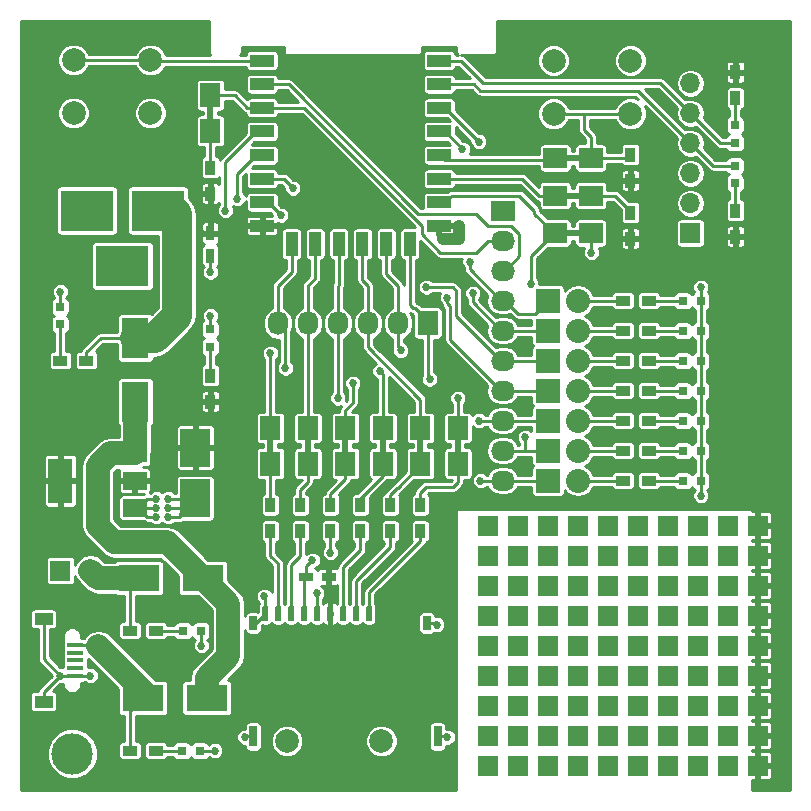
<source format=gbr>
G04 #@! TF.GenerationSoftware,KiCad,Pcbnew,(2016-12-16 revision f631ae2)-makepkg*
G04 #@! TF.CreationDate,2017-02-21T16:59:48-05:00*
G04 #@! TF.ProjectId,orc-esp1,6F72632D657370312E6B696361645F70,1*
G04 #@! TF.FileFunction,Copper,L1,Top,Signal*
G04 #@! TF.FilePolarity,Positive*
%FSLAX46Y46*%
G04 Gerber Fmt 4.6, Leading zero omitted, Abs format (unit mm)*
G04 Created by KiCad (PCBNEW (2016-12-16 revision f631ae2)-makepkg) date 02/21/17 16:59:48*
%MOMM*%
%LPD*%
G01*
G04 APERTURE LIST*
%ADD10C,0.100000*%
%ADD11R,1.350000X0.400000*%
%ADD12R,1.550000X1.000000*%
%ADD13R,4.500000X3.500120*%
%ADD14C,3.500120*%
%ADD15R,1.700000X1.700000*%
%ADD16O,1.700000X1.700000*%
%ADD17C,2.000000*%
%ADD18R,2.000000X1.000000*%
%ADD19R,1.000000X2.000000*%
%ADD20R,2.000000X1.500000*%
%ADD21R,2.000000X3.800000*%
%ADD22O,2.032000X1.727200*%
%ADD23R,2.032000X1.727200*%
%ADD24R,1.200000X0.750000*%
%ADD25R,0.750000X1.200000*%
%ADD26R,2.500000X3.200000*%
%ADD27R,3.500120X2.301240*%
%ADD28R,2.301240X3.500120*%
%ADD29R,0.797560X0.797560*%
%ADD30R,2.032000X2.032000*%
%ADD31O,2.032000X2.032000*%
%ADD32O,1.727200X2.032000*%
%ADD33R,1.727200X2.032000*%
%ADD34R,1.200000X0.900000*%
%ADD35R,0.900000X1.200000*%
%ADD36R,0.500000X2.000000*%
%ADD37R,1.700000X2.000000*%
%ADD38R,2.000000X1.700000*%
%ADD39R,2.000000X0.500000*%
%ADD40C,0.470000*%
%ADD41R,0.650000X1.200000*%
%ADD42R,0.650000X1.800000*%
%ADD43C,0.685800*%
%ADD44C,0.254000*%
%ADD45C,2.032000*%
%ADD46C,2.540000*%
%ADD47C,0.508000*%
%ADD48C,1.016000*%
G04 APERTURE END LIST*
D10*
D11*
X109220000Y-129480000D03*
X109220000Y-130130000D03*
X109220000Y-130780000D03*
X109220000Y-131430000D03*
X109220000Y-132080000D03*
D12*
X106520000Y-127280000D03*
X106520000Y-134280000D03*
D13*
X113205260Y-97409000D03*
X110205520Y-92710000D03*
X116205000Y-92710000D03*
D14*
X108966000Y-138684000D03*
D15*
X167005000Y-139700000D03*
X164465000Y-139700000D03*
X161925000Y-139700000D03*
X159385000Y-139700000D03*
X156845000Y-139700000D03*
X154305000Y-139700000D03*
X151765000Y-139700000D03*
X149225000Y-139700000D03*
X146685000Y-139700000D03*
X144145000Y-139700000D03*
X167005000Y-137160000D03*
X164465000Y-137160000D03*
X161925000Y-137160000D03*
X159385000Y-137160000D03*
X156845000Y-137160000D03*
X154305000Y-137160000D03*
X151765000Y-137160000D03*
X149225000Y-137160000D03*
X146685000Y-137160000D03*
X144145000Y-137160000D03*
X167005000Y-134620000D03*
X164465000Y-134620000D03*
X161925000Y-134620000D03*
X159385000Y-134620000D03*
X156845000Y-134620000D03*
X154305000Y-134620000D03*
X151765000Y-134620000D03*
X149225000Y-134620000D03*
X146685000Y-134620000D03*
X144145000Y-134620000D03*
X167005000Y-132080000D03*
X164465000Y-132080000D03*
X161925000Y-132080000D03*
X159385000Y-132080000D03*
X156845000Y-132080000D03*
X154305000Y-132080000D03*
X151765000Y-132080000D03*
X149225000Y-132080000D03*
X146685000Y-132080000D03*
X144145000Y-132080000D03*
X167005000Y-129540000D03*
X164465000Y-129540000D03*
X161925000Y-129540000D03*
X159385000Y-129540000D03*
X156845000Y-129540000D03*
X154305000Y-129540000D03*
X151765000Y-129540000D03*
X149225000Y-129540000D03*
X146685000Y-129540000D03*
X144145000Y-129540000D03*
X167005000Y-127000000D03*
X164465000Y-127000000D03*
X161925000Y-127000000D03*
X159385000Y-127000000D03*
X156845000Y-127000000D03*
X154305000Y-127000000D03*
X151765000Y-127000000D03*
X149225000Y-127000000D03*
X146685000Y-127000000D03*
X144145000Y-127000000D03*
X167005000Y-124460000D03*
X164465000Y-124460000D03*
X161925000Y-124460000D03*
X159385000Y-124460000D03*
X156845000Y-124460000D03*
X154305000Y-124460000D03*
X151765000Y-124460000D03*
X149225000Y-124460000D03*
X146685000Y-124460000D03*
X144145000Y-124460000D03*
X167005000Y-121920000D03*
X164465000Y-121920000D03*
X161925000Y-121920000D03*
X159385000Y-121920000D03*
X156845000Y-121920000D03*
X154305000Y-121920000D03*
X151765000Y-121920000D03*
X149225000Y-121920000D03*
X146685000Y-121920000D03*
X144145000Y-121920000D03*
X167005000Y-119380000D03*
X164465000Y-119380000D03*
X161925000Y-119380000D03*
X159385000Y-119380000D03*
X156845000Y-119380000D03*
X154305000Y-119380000D03*
X151765000Y-119380000D03*
X149225000Y-119380000D03*
X146685000Y-119380000D03*
X144145000Y-119380000D03*
D16*
X110490000Y-123190000D03*
D15*
X107950000Y-123190000D03*
D16*
X161290000Y-81915000D03*
X161290000Y-84455000D03*
X161290000Y-86995000D03*
X161290000Y-89535000D03*
X161290000Y-92075000D03*
D15*
X161290000Y-94615000D03*
D17*
X156210000Y-80010000D03*
X156210000Y-84510000D03*
X149710000Y-80010000D03*
X149710000Y-84510000D03*
X109070000Y-84455000D03*
X109070000Y-79955000D03*
X115570000Y-84455000D03*
X115570000Y-79955000D03*
D18*
X140025179Y-80010000D03*
X140025179Y-82010000D03*
X140025179Y-84010000D03*
X140025179Y-86010000D03*
X140025179Y-88010000D03*
X140025179Y-90010000D03*
X140025179Y-92010000D03*
X140025179Y-94010000D03*
X125025179Y-94010000D03*
X125025179Y-92010000D03*
X125025179Y-90010000D03*
X125025179Y-88010000D03*
X125025179Y-86010000D03*
X125025179Y-84010000D03*
X125025179Y-82010000D03*
X125025179Y-80010000D03*
D19*
X127525179Y-95510000D03*
X129525179Y-95510000D03*
X131525179Y-95510000D03*
X133525179Y-95510000D03*
X135525179Y-95510000D03*
X137525179Y-95510000D03*
D20*
X114250000Y-117870000D03*
X114250000Y-113270000D03*
X114250000Y-115570000D03*
D21*
X107950000Y-115570000D03*
D22*
X145415000Y-115570000D03*
X145415000Y-113030000D03*
X145415000Y-110490000D03*
X145415000Y-107950000D03*
X145415000Y-105410000D03*
X145415000Y-102870000D03*
X145415000Y-100330000D03*
X145415000Y-97790000D03*
X145415000Y-95250000D03*
D23*
X145415000Y-92710000D03*
D24*
X130678000Y-123698000D03*
X128778000Y-123698000D03*
D25*
X120650000Y-96515000D03*
X120650000Y-94615000D03*
D26*
X119380000Y-117076000D03*
X119380000Y-112776000D03*
D27*
X114614960Y-123825000D03*
X120015000Y-123825000D03*
D28*
X114300000Y-108905040D03*
X114300000Y-103505000D03*
D27*
X114935000Y-133985000D03*
X120335040Y-133985000D03*
D29*
X119735600Y-138430000D03*
X118237000Y-138430000D03*
X107950000Y-102349300D03*
X107950000Y-100850700D03*
X119862600Y-128270000D03*
X118364000Y-128270000D03*
X160655000Y-115570000D03*
X162153600Y-115570000D03*
X162153600Y-113030000D03*
X160655000Y-113030000D03*
X160655000Y-107950000D03*
X162153600Y-107950000D03*
X162153600Y-105410000D03*
X160655000Y-105410000D03*
X160655000Y-102870000D03*
X162153600Y-102870000D03*
X162153600Y-100330000D03*
X160655000Y-100330000D03*
X165100000Y-90398600D03*
X165100000Y-88900000D03*
X165100000Y-86995000D03*
X165100000Y-85496400D03*
X120650000Y-104254300D03*
X120650000Y-102755700D03*
X162153600Y-110490000D03*
X160655000Y-110490000D03*
D30*
X149225000Y-115570000D03*
D31*
X151765000Y-115570000D03*
X151765000Y-110490000D03*
D30*
X149225000Y-110490000D03*
X149225000Y-105410000D03*
D31*
X151765000Y-105410000D03*
X151765000Y-102870000D03*
D30*
X149225000Y-102870000D03*
D31*
X151765000Y-113030000D03*
D30*
X149225000Y-113030000D03*
X149225000Y-100330000D03*
D31*
X151765000Y-100330000D03*
X151765000Y-107950000D03*
D30*
X149225000Y-107950000D03*
D32*
X126365000Y-102235000D03*
X128905000Y-102235000D03*
X131445000Y-102235000D03*
X133985000Y-102235000D03*
X136525000Y-102235000D03*
D33*
X139065000Y-102235000D03*
D34*
X157775000Y-105410000D03*
X155575000Y-105410000D03*
X155575000Y-102870000D03*
X157775000Y-102870000D03*
X157775000Y-100330000D03*
X155575000Y-100330000D03*
D35*
X165100000Y-94910000D03*
X165100000Y-92710000D03*
X165100000Y-83185000D03*
X165100000Y-80985000D03*
X120650000Y-108880000D03*
X120650000Y-106680000D03*
X130810000Y-117645000D03*
X130810000Y-119845000D03*
X125730000Y-119845000D03*
X125730000Y-117645000D03*
X138430000Y-117645000D03*
X138430000Y-119845000D03*
D34*
X155575000Y-110490000D03*
X157775000Y-110490000D03*
X157775000Y-107950000D03*
X155575000Y-107950000D03*
X155575000Y-115570000D03*
X157775000Y-115570000D03*
X157775000Y-113030000D03*
X155575000Y-113030000D03*
X113835000Y-138430000D03*
X116035000Y-138430000D03*
D35*
X128270000Y-117645000D03*
X128270000Y-119845000D03*
X133350000Y-119845000D03*
X133350000Y-117645000D03*
X120650000Y-89070000D03*
X120650000Y-91270000D03*
X156210000Y-92880000D03*
X156210000Y-95080000D03*
X156210000Y-87970000D03*
X156210000Y-90170000D03*
X135890000Y-119845000D03*
X135890000Y-117645000D03*
D34*
X107950000Y-105410000D03*
X110150000Y-105410000D03*
X113835000Y-128270000D03*
X116035000Y-128270000D03*
D36*
X120650000Y-84455000D03*
D37*
X120650000Y-85955000D03*
X120650000Y-82955000D03*
X132080000Y-111125000D03*
X132080000Y-114125000D03*
D36*
X132080000Y-112625000D03*
X125730000Y-112625000D03*
D37*
X125730000Y-114125000D03*
X125730000Y-111125000D03*
X138430000Y-111125000D03*
X138430000Y-114125000D03*
D36*
X138430000Y-112625000D03*
X141605000Y-112625000D03*
D37*
X141605000Y-114125000D03*
X141605000Y-111125000D03*
X128905000Y-111125000D03*
X128905000Y-114125000D03*
D36*
X128905000Y-112625000D03*
X135255000Y-112625000D03*
D37*
X135255000Y-114125000D03*
X135255000Y-111125000D03*
D38*
X152860000Y-88265000D03*
X149860000Y-88265000D03*
D39*
X151360000Y-88265000D03*
X151360000Y-91440000D03*
D38*
X149860000Y-91440000D03*
X152860000Y-91440000D03*
X149860000Y-94615000D03*
X152860000Y-94615000D03*
D39*
X151360000Y-94615000D03*
D10*
G36*
X125409017Y-126185566D02*
X125420423Y-126187258D01*
X125431608Y-126190060D01*
X125442465Y-126193944D01*
X125452889Y-126198874D01*
X125462780Y-126204802D01*
X125472041Y-126211671D01*
X125480585Y-126219415D01*
X125488329Y-126227959D01*
X125495198Y-126237220D01*
X125501126Y-126247111D01*
X125506056Y-126257535D01*
X125509940Y-126268392D01*
X125512742Y-126279577D01*
X125514434Y-126290983D01*
X125515000Y-126302500D01*
X125515000Y-127367500D01*
X125514434Y-127379017D01*
X125512742Y-127390423D01*
X125509940Y-127401608D01*
X125506056Y-127412465D01*
X125501126Y-127422889D01*
X125495198Y-127432780D01*
X125488329Y-127442041D01*
X125480585Y-127450585D01*
X125472041Y-127458329D01*
X125462780Y-127465198D01*
X125452889Y-127471126D01*
X125442465Y-127476056D01*
X125431608Y-127479940D01*
X125420423Y-127482742D01*
X125409017Y-127484434D01*
X125397500Y-127485000D01*
X125162500Y-127485000D01*
X125150983Y-127484434D01*
X125139577Y-127482742D01*
X125128392Y-127479940D01*
X125117535Y-127476056D01*
X125107111Y-127471126D01*
X125097220Y-127465198D01*
X125087959Y-127458329D01*
X125079415Y-127450585D01*
X125071671Y-127442041D01*
X125064802Y-127432780D01*
X125058874Y-127422889D01*
X125053944Y-127412465D01*
X125050060Y-127401608D01*
X125047258Y-127390423D01*
X125045566Y-127379017D01*
X125045000Y-127367500D01*
X125045000Y-126302500D01*
X125045566Y-126290983D01*
X125047258Y-126279577D01*
X125050060Y-126268392D01*
X125053944Y-126257535D01*
X125058874Y-126247111D01*
X125064802Y-126237220D01*
X125071671Y-126227959D01*
X125079415Y-126219415D01*
X125087959Y-126211671D01*
X125097220Y-126204802D01*
X125107111Y-126198874D01*
X125117535Y-126193944D01*
X125128392Y-126190060D01*
X125139577Y-126187258D01*
X125150983Y-126185566D01*
X125162500Y-126185000D01*
X125397500Y-126185000D01*
X125409017Y-126185566D01*
X125409017Y-126185566D01*
G37*
D40*
X125280000Y-126835000D03*
D41*
X124280000Y-127635000D03*
X138980000Y-127635000D03*
D42*
X124280000Y-137235000D03*
X139880000Y-137235000D03*
D10*
G36*
X126509017Y-126185566D02*
X126520423Y-126187258D01*
X126531608Y-126190060D01*
X126542465Y-126193944D01*
X126552889Y-126198874D01*
X126562780Y-126204802D01*
X126572041Y-126211671D01*
X126580585Y-126219415D01*
X126588329Y-126227959D01*
X126595198Y-126237220D01*
X126601126Y-126247111D01*
X126606056Y-126257535D01*
X126609940Y-126268392D01*
X126612742Y-126279577D01*
X126614434Y-126290983D01*
X126615000Y-126302500D01*
X126615000Y-127367500D01*
X126614434Y-127379017D01*
X126612742Y-127390423D01*
X126609940Y-127401608D01*
X126606056Y-127412465D01*
X126601126Y-127422889D01*
X126595198Y-127432780D01*
X126588329Y-127442041D01*
X126580585Y-127450585D01*
X126572041Y-127458329D01*
X126562780Y-127465198D01*
X126552889Y-127471126D01*
X126542465Y-127476056D01*
X126531608Y-127479940D01*
X126520423Y-127482742D01*
X126509017Y-127484434D01*
X126497500Y-127485000D01*
X126262500Y-127485000D01*
X126250983Y-127484434D01*
X126239577Y-127482742D01*
X126228392Y-127479940D01*
X126217535Y-127476056D01*
X126207111Y-127471126D01*
X126197220Y-127465198D01*
X126187959Y-127458329D01*
X126179415Y-127450585D01*
X126171671Y-127442041D01*
X126164802Y-127432780D01*
X126158874Y-127422889D01*
X126153944Y-127412465D01*
X126150060Y-127401608D01*
X126147258Y-127390423D01*
X126145566Y-127379017D01*
X126145000Y-127367500D01*
X126145000Y-126302500D01*
X126145566Y-126290983D01*
X126147258Y-126279577D01*
X126150060Y-126268392D01*
X126153944Y-126257535D01*
X126158874Y-126247111D01*
X126164802Y-126237220D01*
X126171671Y-126227959D01*
X126179415Y-126219415D01*
X126187959Y-126211671D01*
X126197220Y-126204802D01*
X126207111Y-126198874D01*
X126217535Y-126193944D01*
X126228392Y-126190060D01*
X126239577Y-126187258D01*
X126250983Y-126185566D01*
X126262500Y-126185000D01*
X126497500Y-126185000D01*
X126509017Y-126185566D01*
X126509017Y-126185566D01*
G37*
D40*
X126380000Y-126835000D03*
D10*
G36*
X127609017Y-126185566D02*
X127620423Y-126187258D01*
X127631608Y-126190060D01*
X127642465Y-126193944D01*
X127652889Y-126198874D01*
X127662780Y-126204802D01*
X127672041Y-126211671D01*
X127680585Y-126219415D01*
X127688329Y-126227959D01*
X127695198Y-126237220D01*
X127701126Y-126247111D01*
X127706056Y-126257535D01*
X127709940Y-126268392D01*
X127712742Y-126279577D01*
X127714434Y-126290983D01*
X127715000Y-126302500D01*
X127715000Y-127367500D01*
X127714434Y-127379017D01*
X127712742Y-127390423D01*
X127709940Y-127401608D01*
X127706056Y-127412465D01*
X127701126Y-127422889D01*
X127695198Y-127432780D01*
X127688329Y-127442041D01*
X127680585Y-127450585D01*
X127672041Y-127458329D01*
X127662780Y-127465198D01*
X127652889Y-127471126D01*
X127642465Y-127476056D01*
X127631608Y-127479940D01*
X127620423Y-127482742D01*
X127609017Y-127484434D01*
X127597500Y-127485000D01*
X127362500Y-127485000D01*
X127350983Y-127484434D01*
X127339577Y-127482742D01*
X127328392Y-127479940D01*
X127317535Y-127476056D01*
X127307111Y-127471126D01*
X127297220Y-127465198D01*
X127287959Y-127458329D01*
X127279415Y-127450585D01*
X127271671Y-127442041D01*
X127264802Y-127432780D01*
X127258874Y-127422889D01*
X127253944Y-127412465D01*
X127250060Y-127401608D01*
X127247258Y-127390423D01*
X127245566Y-127379017D01*
X127245000Y-127367500D01*
X127245000Y-126302500D01*
X127245566Y-126290983D01*
X127247258Y-126279577D01*
X127250060Y-126268392D01*
X127253944Y-126257535D01*
X127258874Y-126247111D01*
X127264802Y-126237220D01*
X127271671Y-126227959D01*
X127279415Y-126219415D01*
X127287959Y-126211671D01*
X127297220Y-126204802D01*
X127307111Y-126198874D01*
X127317535Y-126193944D01*
X127328392Y-126190060D01*
X127339577Y-126187258D01*
X127350983Y-126185566D01*
X127362500Y-126185000D01*
X127597500Y-126185000D01*
X127609017Y-126185566D01*
X127609017Y-126185566D01*
G37*
D40*
X127480000Y-126835000D03*
D10*
G36*
X128709017Y-126185566D02*
X128720423Y-126187258D01*
X128731608Y-126190060D01*
X128742465Y-126193944D01*
X128752889Y-126198874D01*
X128762780Y-126204802D01*
X128772041Y-126211671D01*
X128780585Y-126219415D01*
X128788329Y-126227959D01*
X128795198Y-126237220D01*
X128801126Y-126247111D01*
X128806056Y-126257535D01*
X128809940Y-126268392D01*
X128812742Y-126279577D01*
X128814434Y-126290983D01*
X128815000Y-126302500D01*
X128815000Y-127367500D01*
X128814434Y-127379017D01*
X128812742Y-127390423D01*
X128809940Y-127401608D01*
X128806056Y-127412465D01*
X128801126Y-127422889D01*
X128795198Y-127432780D01*
X128788329Y-127442041D01*
X128780585Y-127450585D01*
X128772041Y-127458329D01*
X128762780Y-127465198D01*
X128752889Y-127471126D01*
X128742465Y-127476056D01*
X128731608Y-127479940D01*
X128720423Y-127482742D01*
X128709017Y-127484434D01*
X128697500Y-127485000D01*
X128462500Y-127485000D01*
X128450983Y-127484434D01*
X128439577Y-127482742D01*
X128428392Y-127479940D01*
X128417535Y-127476056D01*
X128407111Y-127471126D01*
X128397220Y-127465198D01*
X128387959Y-127458329D01*
X128379415Y-127450585D01*
X128371671Y-127442041D01*
X128364802Y-127432780D01*
X128358874Y-127422889D01*
X128353944Y-127412465D01*
X128350060Y-127401608D01*
X128347258Y-127390423D01*
X128345566Y-127379017D01*
X128345000Y-127367500D01*
X128345000Y-126302500D01*
X128345566Y-126290983D01*
X128347258Y-126279577D01*
X128350060Y-126268392D01*
X128353944Y-126257535D01*
X128358874Y-126247111D01*
X128364802Y-126237220D01*
X128371671Y-126227959D01*
X128379415Y-126219415D01*
X128387959Y-126211671D01*
X128397220Y-126204802D01*
X128407111Y-126198874D01*
X128417535Y-126193944D01*
X128428392Y-126190060D01*
X128439577Y-126187258D01*
X128450983Y-126185566D01*
X128462500Y-126185000D01*
X128697500Y-126185000D01*
X128709017Y-126185566D01*
X128709017Y-126185566D01*
G37*
D40*
X128580000Y-126835000D03*
D10*
G36*
X129809017Y-126185566D02*
X129820423Y-126187258D01*
X129831608Y-126190060D01*
X129842465Y-126193944D01*
X129852889Y-126198874D01*
X129862780Y-126204802D01*
X129872041Y-126211671D01*
X129880585Y-126219415D01*
X129888329Y-126227959D01*
X129895198Y-126237220D01*
X129901126Y-126247111D01*
X129906056Y-126257535D01*
X129909940Y-126268392D01*
X129912742Y-126279577D01*
X129914434Y-126290983D01*
X129915000Y-126302500D01*
X129915000Y-127367500D01*
X129914434Y-127379017D01*
X129912742Y-127390423D01*
X129909940Y-127401608D01*
X129906056Y-127412465D01*
X129901126Y-127422889D01*
X129895198Y-127432780D01*
X129888329Y-127442041D01*
X129880585Y-127450585D01*
X129872041Y-127458329D01*
X129862780Y-127465198D01*
X129852889Y-127471126D01*
X129842465Y-127476056D01*
X129831608Y-127479940D01*
X129820423Y-127482742D01*
X129809017Y-127484434D01*
X129797500Y-127485000D01*
X129562500Y-127485000D01*
X129550983Y-127484434D01*
X129539577Y-127482742D01*
X129528392Y-127479940D01*
X129517535Y-127476056D01*
X129507111Y-127471126D01*
X129497220Y-127465198D01*
X129487959Y-127458329D01*
X129479415Y-127450585D01*
X129471671Y-127442041D01*
X129464802Y-127432780D01*
X129458874Y-127422889D01*
X129453944Y-127412465D01*
X129450060Y-127401608D01*
X129447258Y-127390423D01*
X129445566Y-127379017D01*
X129445000Y-127367500D01*
X129445000Y-126302500D01*
X129445566Y-126290983D01*
X129447258Y-126279577D01*
X129450060Y-126268392D01*
X129453944Y-126257535D01*
X129458874Y-126247111D01*
X129464802Y-126237220D01*
X129471671Y-126227959D01*
X129479415Y-126219415D01*
X129487959Y-126211671D01*
X129497220Y-126204802D01*
X129507111Y-126198874D01*
X129517535Y-126193944D01*
X129528392Y-126190060D01*
X129539577Y-126187258D01*
X129550983Y-126185566D01*
X129562500Y-126185000D01*
X129797500Y-126185000D01*
X129809017Y-126185566D01*
X129809017Y-126185566D01*
G37*
D40*
X129680000Y-126835000D03*
D10*
G36*
X130909017Y-126185566D02*
X130920423Y-126187258D01*
X130931608Y-126190060D01*
X130942465Y-126193944D01*
X130952889Y-126198874D01*
X130962780Y-126204802D01*
X130972041Y-126211671D01*
X130980585Y-126219415D01*
X130988329Y-126227959D01*
X130995198Y-126237220D01*
X131001126Y-126247111D01*
X131006056Y-126257535D01*
X131009940Y-126268392D01*
X131012742Y-126279577D01*
X131014434Y-126290983D01*
X131015000Y-126302500D01*
X131015000Y-127367500D01*
X131014434Y-127379017D01*
X131012742Y-127390423D01*
X131009940Y-127401608D01*
X131006056Y-127412465D01*
X131001126Y-127422889D01*
X130995198Y-127432780D01*
X130988329Y-127442041D01*
X130980585Y-127450585D01*
X130972041Y-127458329D01*
X130962780Y-127465198D01*
X130952889Y-127471126D01*
X130942465Y-127476056D01*
X130931608Y-127479940D01*
X130920423Y-127482742D01*
X130909017Y-127484434D01*
X130897500Y-127485000D01*
X130662500Y-127485000D01*
X130650983Y-127484434D01*
X130639577Y-127482742D01*
X130628392Y-127479940D01*
X130617535Y-127476056D01*
X130607111Y-127471126D01*
X130597220Y-127465198D01*
X130587959Y-127458329D01*
X130579415Y-127450585D01*
X130571671Y-127442041D01*
X130564802Y-127432780D01*
X130558874Y-127422889D01*
X130553944Y-127412465D01*
X130550060Y-127401608D01*
X130547258Y-127390423D01*
X130545566Y-127379017D01*
X130545000Y-127367500D01*
X130545000Y-126302500D01*
X130545566Y-126290983D01*
X130547258Y-126279577D01*
X130550060Y-126268392D01*
X130553944Y-126257535D01*
X130558874Y-126247111D01*
X130564802Y-126237220D01*
X130571671Y-126227959D01*
X130579415Y-126219415D01*
X130587959Y-126211671D01*
X130597220Y-126204802D01*
X130607111Y-126198874D01*
X130617535Y-126193944D01*
X130628392Y-126190060D01*
X130639577Y-126187258D01*
X130650983Y-126185566D01*
X130662500Y-126185000D01*
X130897500Y-126185000D01*
X130909017Y-126185566D01*
X130909017Y-126185566D01*
G37*
D40*
X130780000Y-126835000D03*
D10*
G36*
X132009017Y-126185566D02*
X132020423Y-126187258D01*
X132031608Y-126190060D01*
X132042465Y-126193944D01*
X132052889Y-126198874D01*
X132062780Y-126204802D01*
X132072041Y-126211671D01*
X132080585Y-126219415D01*
X132088329Y-126227959D01*
X132095198Y-126237220D01*
X132101126Y-126247111D01*
X132106056Y-126257535D01*
X132109940Y-126268392D01*
X132112742Y-126279577D01*
X132114434Y-126290983D01*
X132115000Y-126302500D01*
X132115000Y-127367500D01*
X132114434Y-127379017D01*
X132112742Y-127390423D01*
X132109940Y-127401608D01*
X132106056Y-127412465D01*
X132101126Y-127422889D01*
X132095198Y-127432780D01*
X132088329Y-127442041D01*
X132080585Y-127450585D01*
X132072041Y-127458329D01*
X132062780Y-127465198D01*
X132052889Y-127471126D01*
X132042465Y-127476056D01*
X132031608Y-127479940D01*
X132020423Y-127482742D01*
X132009017Y-127484434D01*
X131997500Y-127485000D01*
X131762500Y-127485000D01*
X131750983Y-127484434D01*
X131739577Y-127482742D01*
X131728392Y-127479940D01*
X131717535Y-127476056D01*
X131707111Y-127471126D01*
X131697220Y-127465198D01*
X131687959Y-127458329D01*
X131679415Y-127450585D01*
X131671671Y-127442041D01*
X131664802Y-127432780D01*
X131658874Y-127422889D01*
X131653944Y-127412465D01*
X131650060Y-127401608D01*
X131647258Y-127390423D01*
X131645566Y-127379017D01*
X131645000Y-127367500D01*
X131645000Y-126302500D01*
X131645566Y-126290983D01*
X131647258Y-126279577D01*
X131650060Y-126268392D01*
X131653944Y-126257535D01*
X131658874Y-126247111D01*
X131664802Y-126237220D01*
X131671671Y-126227959D01*
X131679415Y-126219415D01*
X131687959Y-126211671D01*
X131697220Y-126204802D01*
X131707111Y-126198874D01*
X131717535Y-126193944D01*
X131728392Y-126190060D01*
X131739577Y-126187258D01*
X131750983Y-126185566D01*
X131762500Y-126185000D01*
X131997500Y-126185000D01*
X132009017Y-126185566D01*
X132009017Y-126185566D01*
G37*
D40*
X131880000Y-126835000D03*
D10*
G36*
X133109017Y-126185566D02*
X133120423Y-126187258D01*
X133131608Y-126190060D01*
X133142465Y-126193944D01*
X133152889Y-126198874D01*
X133162780Y-126204802D01*
X133172041Y-126211671D01*
X133180585Y-126219415D01*
X133188329Y-126227959D01*
X133195198Y-126237220D01*
X133201126Y-126247111D01*
X133206056Y-126257535D01*
X133209940Y-126268392D01*
X133212742Y-126279577D01*
X133214434Y-126290983D01*
X133215000Y-126302500D01*
X133215000Y-127367500D01*
X133214434Y-127379017D01*
X133212742Y-127390423D01*
X133209940Y-127401608D01*
X133206056Y-127412465D01*
X133201126Y-127422889D01*
X133195198Y-127432780D01*
X133188329Y-127442041D01*
X133180585Y-127450585D01*
X133172041Y-127458329D01*
X133162780Y-127465198D01*
X133152889Y-127471126D01*
X133142465Y-127476056D01*
X133131608Y-127479940D01*
X133120423Y-127482742D01*
X133109017Y-127484434D01*
X133097500Y-127485000D01*
X132862500Y-127485000D01*
X132850983Y-127484434D01*
X132839577Y-127482742D01*
X132828392Y-127479940D01*
X132817535Y-127476056D01*
X132807111Y-127471126D01*
X132797220Y-127465198D01*
X132787959Y-127458329D01*
X132779415Y-127450585D01*
X132771671Y-127442041D01*
X132764802Y-127432780D01*
X132758874Y-127422889D01*
X132753944Y-127412465D01*
X132750060Y-127401608D01*
X132747258Y-127390423D01*
X132745566Y-127379017D01*
X132745000Y-127367500D01*
X132745000Y-126302500D01*
X132745566Y-126290983D01*
X132747258Y-126279577D01*
X132750060Y-126268392D01*
X132753944Y-126257535D01*
X132758874Y-126247111D01*
X132764802Y-126237220D01*
X132771671Y-126227959D01*
X132779415Y-126219415D01*
X132787959Y-126211671D01*
X132797220Y-126204802D01*
X132807111Y-126198874D01*
X132817535Y-126193944D01*
X132828392Y-126190060D01*
X132839577Y-126187258D01*
X132850983Y-126185566D01*
X132862500Y-126185000D01*
X133097500Y-126185000D01*
X133109017Y-126185566D01*
X133109017Y-126185566D01*
G37*
D40*
X132980000Y-126835000D03*
D10*
G36*
X134209017Y-126185566D02*
X134220423Y-126187258D01*
X134231608Y-126190060D01*
X134242465Y-126193944D01*
X134252889Y-126198874D01*
X134262780Y-126204802D01*
X134272041Y-126211671D01*
X134280585Y-126219415D01*
X134288329Y-126227959D01*
X134295198Y-126237220D01*
X134301126Y-126247111D01*
X134306056Y-126257535D01*
X134309940Y-126268392D01*
X134312742Y-126279577D01*
X134314434Y-126290983D01*
X134315000Y-126302500D01*
X134315000Y-127367500D01*
X134314434Y-127379017D01*
X134312742Y-127390423D01*
X134309940Y-127401608D01*
X134306056Y-127412465D01*
X134301126Y-127422889D01*
X134295198Y-127432780D01*
X134288329Y-127442041D01*
X134280585Y-127450585D01*
X134272041Y-127458329D01*
X134262780Y-127465198D01*
X134252889Y-127471126D01*
X134242465Y-127476056D01*
X134231608Y-127479940D01*
X134220423Y-127482742D01*
X134209017Y-127484434D01*
X134197500Y-127485000D01*
X133962500Y-127485000D01*
X133950983Y-127484434D01*
X133939577Y-127482742D01*
X133928392Y-127479940D01*
X133917535Y-127476056D01*
X133907111Y-127471126D01*
X133897220Y-127465198D01*
X133887959Y-127458329D01*
X133879415Y-127450585D01*
X133871671Y-127442041D01*
X133864802Y-127432780D01*
X133858874Y-127422889D01*
X133853944Y-127412465D01*
X133850060Y-127401608D01*
X133847258Y-127390423D01*
X133845566Y-127379017D01*
X133845000Y-127367500D01*
X133845000Y-126302500D01*
X133845566Y-126290983D01*
X133847258Y-126279577D01*
X133850060Y-126268392D01*
X133853944Y-126257535D01*
X133858874Y-126247111D01*
X133864802Y-126237220D01*
X133871671Y-126227959D01*
X133879415Y-126219415D01*
X133887959Y-126211671D01*
X133897220Y-126204802D01*
X133907111Y-126198874D01*
X133917535Y-126193944D01*
X133928392Y-126190060D01*
X133939577Y-126187258D01*
X133950983Y-126185566D01*
X133962500Y-126185000D01*
X134197500Y-126185000D01*
X134209017Y-126185566D01*
X134209017Y-126185566D01*
G37*
D40*
X134080000Y-126835000D03*
D17*
X135130000Y-137635000D03*
X127130000Y-137635000D03*
D43*
X129667000Y-125095000D03*
X130810000Y-121666000D03*
X147786804Y-98891804D03*
X147320000Y-111887000D03*
X131445000Y-108585000D03*
X141605000Y-108585000D03*
X136761099Y-104538901D03*
X125730000Y-104775000D03*
X139206836Y-106984638D03*
X132715000Y-107315000D03*
X121920000Y-92710000D03*
X143510000Y-115570000D03*
X122936000Y-91694000D03*
X143383000Y-110490000D03*
X138938000Y-99186992D03*
X127634976Y-90805000D03*
X140716000Y-100075988D03*
X126619000Y-93091000D03*
X142621000Y-97028000D03*
X141986000Y-87502998D03*
X142875000Y-99694980D03*
X143383000Y-86867992D03*
X117094000Y-118618000D03*
X116078000Y-118618000D03*
X117094000Y-117094000D03*
X116078000Y-117094000D03*
X117094000Y-117856000D03*
X116078000Y-117856000D03*
X110490000Y-132080000D03*
X107950000Y-132080000D03*
X120650000Y-97917000D03*
X107950000Y-99568000D03*
X120650000Y-101600000D03*
X119888000Y-129540000D03*
X121031000Y-138430000D03*
X129286000Y-122301000D03*
X139827000Y-127762000D03*
X140716000Y-137287000D03*
X123571000Y-137287000D03*
X125222000Y-125349000D03*
X162179000Y-99187000D03*
X162179000Y-116840000D03*
X152908000Y-96266000D03*
X141732000Y-95123000D03*
X140335000Y-95123000D03*
X141732000Y-93980000D03*
X134997118Y-106302882D03*
X127000000Y-106045000D03*
D44*
X125730000Y-119845000D02*
X125730000Y-121920000D01*
X125730000Y-121920000D02*
X126380000Y-122570000D01*
X126380000Y-122570000D02*
X126380000Y-126085000D01*
X126380000Y-126085000D02*
X126380000Y-126835000D01*
X128270000Y-121920000D02*
X127480000Y-122710000D01*
X127480000Y-122710000D02*
X127480000Y-126835000D01*
X128270000Y-119845000D02*
X128270000Y-121920000D01*
X129667000Y-125095000D02*
X129667000Y-126822000D01*
X129667000Y-126822000D02*
X129680000Y-126835000D01*
X130810000Y-119845000D02*
X130810000Y-121666000D01*
X130780000Y-126835000D02*
X130780000Y-123800000D01*
X130780000Y-123800000D02*
X130678000Y-123698000D01*
X133350000Y-119845000D02*
X133350000Y-121412000D01*
X133350000Y-121412000D02*
X131880000Y-122882000D01*
X131880000Y-122882000D02*
X131880000Y-126085000D01*
X131880000Y-126085000D02*
X131880000Y-126835000D01*
X132980000Y-126835000D02*
X132980000Y-124068000D01*
X132980000Y-124068000D02*
X135890000Y-121158000D01*
X135890000Y-121158000D02*
X135890000Y-119845000D01*
X134080000Y-126835000D02*
X134080000Y-125000000D01*
X134080000Y-125000000D02*
X138430000Y-120650000D01*
X138430000Y-120650000D02*
X138430000Y-119845000D01*
X149710000Y-94615000D02*
X148082000Y-92987000D01*
X148082000Y-92987000D02*
X148082000Y-92710000D01*
X148082000Y-92710000D02*
X146812000Y-91440000D01*
X146812000Y-91440000D02*
X141095179Y-91440000D01*
X141095179Y-91440000D02*
X140525179Y-92010000D01*
X140525179Y-92010000D02*
X140025179Y-92010000D01*
X149710000Y-94615000D02*
X147786804Y-96538196D01*
X147786804Y-96538196D02*
X147786804Y-98891804D01*
X149710000Y-94615000D02*
X149860000Y-94615000D01*
X147320000Y-113030000D02*
X149225000Y-113030000D01*
X145415000Y-113030000D02*
X147320000Y-113030000D01*
X147320000Y-113030000D02*
X147320000Y-111887000D01*
X140025179Y-90010000D02*
X147033000Y-90010000D01*
X148463000Y-91440000D02*
X149860000Y-91440000D01*
X147033000Y-90010000D02*
X148463000Y-91440000D01*
X152860000Y-91440000D02*
X154920000Y-91440000D01*
X154920000Y-91440000D02*
X156210000Y-92730000D01*
X156210000Y-92730000D02*
X156210000Y-92880000D01*
X152860000Y-88265000D02*
X155915000Y-88265000D01*
X155915000Y-88265000D02*
X156210000Y-87970000D01*
X152860000Y-88265000D02*
X152860000Y-86439000D01*
X152860000Y-86439000D02*
X152273000Y-85852000D01*
X152273000Y-85852000D02*
X152273000Y-84510000D01*
X156210000Y-84510000D02*
X152273000Y-84510000D01*
X152273000Y-84510000D02*
X149710000Y-84510000D01*
X140025179Y-88010000D02*
X140151624Y-88010000D01*
X140151624Y-88010000D02*
X140533624Y-88392000D01*
X140533624Y-88392000D02*
X149583000Y-88392000D01*
X149583000Y-88392000D02*
X149710000Y-88265000D01*
X149710000Y-88265000D02*
X149860000Y-88265000D01*
X133350000Y-117645000D02*
X133350000Y-117094000D01*
X133350000Y-117094000D02*
X135255000Y-115189000D01*
X135255000Y-115189000D02*
X135255000Y-114125000D01*
X128905000Y-102235000D02*
X128905000Y-111125000D01*
X129525179Y-98439821D02*
X128905000Y-99060000D01*
X128905000Y-99060000D02*
X128905000Y-102235000D01*
X129525179Y-95510000D02*
X129525179Y-98439821D01*
X128270000Y-117645000D02*
X128270000Y-116332000D01*
X128270000Y-116332000D02*
X128905000Y-115697000D01*
X128905000Y-115697000D02*
X128905000Y-114125000D01*
X138430000Y-117645000D02*
X138430000Y-116586000D01*
X138430000Y-116586000D02*
X138938000Y-116078000D01*
X138938000Y-116078000D02*
X141224000Y-116078000D01*
X141224000Y-116078000D02*
X141605000Y-115697000D01*
X141605000Y-115697000D02*
X141605000Y-114125000D01*
X131445000Y-108585000D02*
X131445000Y-102235000D01*
X141605000Y-111125000D02*
X141605000Y-108585000D01*
X131525179Y-98979821D02*
X131445000Y-99060000D01*
X131445000Y-99060000D02*
X131445000Y-102235000D01*
X131525179Y-95510000D02*
X131525179Y-98979821D01*
X138430000Y-111125000D02*
X138430000Y-108712000D01*
X138430000Y-108712000D02*
X133985000Y-104267000D01*
X133985000Y-104267000D02*
X133985000Y-102235000D01*
X133525179Y-98600179D02*
X133985000Y-99060000D01*
X133985000Y-99060000D02*
X133985000Y-102235000D01*
X133525179Y-95510000D02*
X133525179Y-98600179D01*
X136476000Y-116205000D02*
X136500000Y-116205000D01*
X136500000Y-116205000D02*
X138430000Y-114275000D01*
X138430000Y-114275000D02*
X138430000Y-114125000D01*
X135890000Y-117645000D02*
X135890000Y-116791000D01*
X135890000Y-116791000D02*
X136476000Y-116205000D01*
X125730000Y-114125000D02*
X125730000Y-117645000D01*
X136525000Y-102235000D02*
X136525000Y-104302802D01*
X136525000Y-104302802D02*
X136761099Y-104538901D01*
X125730000Y-104775000D02*
X125730000Y-111125000D01*
X135525179Y-98060179D02*
X136525000Y-99060000D01*
X136525000Y-99060000D02*
X136525000Y-102235000D01*
X135525179Y-95510000D02*
X135525179Y-98060179D01*
X139065000Y-106842802D02*
X139206836Y-106984638D01*
X139065000Y-102235000D02*
X139065000Y-106842802D01*
X137795000Y-100965000D02*
X137947400Y-100965000D01*
X137525179Y-95510000D02*
X137525179Y-100695179D01*
X139065000Y-102082600D02*
X139065000Y-102235000D01*
X137525179Y-100695179D02*
X137795000Y-100965000D01*
X137947400Y-100965000D02*
X139065000Y-102082600D01*
X132080000Y-111125000D02*
X132080000Y-109601000D01*
X132080000Y-109601000D02*
X132715000Y-108966000D01*
X132715000Y-108966000D02*
X132715000Y-107315000D01*
X130810000Y-117645000D02*
X130810000Y-116713000D01*
X132080000Y-115443000D02*
X132080000Y-114125000D01*
X130810000Y-116713000D02*
X132080000Y-115443000D01*
X120650000Y-89070000D02*
X120650000Y-85955000D01*
X125025179Y-84010000D02*
X128587000Y-84010000D01*
X143129000Y-96266000D02*
X144145000Y-95250000D01*
X128587000Y-84010000D02*
X138557000Y-93980000D01*
X138557000Y-93980000D02*
X138557000Y-94727623D01*
X138557000Y-94727623D02*
X140095377Y-96266000D01*
X140095377Y-96266000D02*
X143129000Y-96266000D01*
X144145000Y-95250000D02*
X145415000Y-95250000D01*
X125025179Y-84010000D02*
X123771179Y-84010000D01*
X123771179Y-84010000D02*
X122716179Y-82955000D01*
X122716179Y-82955000D02*
X121754000Y-82955000D01*
X121754000Y-82955000D02*
X120650000Y-82955000D01*
X115570000Y-79955000D02*
X109070000Y-79955000D01*
X125025179Y-80010000D02*
X115625000Y-80010000D01*
X115625000Y-80010000D02*
X115570000Y-79955000D01*
X146811989Y-95420575D02*
X146811989Y-96545411D01*
X146812010Y-95420554D02*
X146811989Y-95420575D01*
X146812010Y-94734466D02*
X146812010Y-95420554D01*
X145567400Y-97790000D02*
X145415000Y-97790000D01*
X144144988Y-94005390D02*
X146082934Y-94005390D01*
X146811989Y-96545411D02*
X145567400Y-97790000D01*
X143103598Y-92964000D02*
X144144988Y-94005390D01*
X138259434Y-92964000D02*
X143103598Y-92964000D01*
X127305434Y-82010000D02*
X138259434Y-92964000D01*
X125025179Y-82010000D02*
X127305434Y-82010000D01*
X146082934Y-94005390D02*
X146812010Y-94734466D01*
X121920000Y-88615179D02*
X121920000Y-92225067D01*
X124525179Y-86010000D02*
X121920000Y-88615179D01*
X125025179Y-86010000D02*
X124525179Y-86010000D01*
X121920000Y-92225067D02*
X121920000Y-92710000D01*
X145415000Y-115570000D02*
X149225000Y-115570000D01*
X145415000Y-115570000D02*
X143510000Y-115570000D01*
X122936000Y-91209067D02*
X122936000Y-91694000D01*
X124525179Y-88010000D02*
X122936000Y-89599179D01*
X125025179Y-88010000D02*
X124525179Y-88010000D01*
X122936000Y-89599179D02*
X122936000Y-91209067D01*
X145415000Y-110490000D02*
X149225000Y-110490000D01*
X145415000Y-110490000D02*
X143383000Y-110490000D01*
X141478011Y-99512635D02*
X141152368Y-99186992D01*
X141478011Y-101625411D02*
X141478011Y-99512635D01*
X141152368Y-99186992D02*
X139422933Y-99186992D01*
X145415000Y-105410000D02*
X145262600Y-105410000D01*
X139422933Y-99186992D02*
X138938000Y-99186992D01*
X145262600Y-105410000D02*
X141478011Y-101625411D01*
X127292077Y-90462101D02*
X127634976Y-90805000D01*
X126839976Y-90010000D02*
X127292077Y-90462101D01*
X125025179Y-90010000D02*
X126839976Y-90010000D01*
X145415000Y-105410000D02*
X149225000Y-105410000D01*
X145415000Y-107950000D02*
X145262600Y-107950000D01*
X145262600Y-107950000D02*
X140970000Y-103657400D01*
X140970000Y-103657400D02*
X140970000Y-100814921D01*
X140970000Y-100814921D02*
X140716000Y-100560921D01*
X140716000Y-100560921D02*
X140716000Y-100075988D01*
X126606179Y-93091000D02*
X126619000Y-93091000D01*
X125525179Y-92010000D02*
X126606179Y-93091000D01*
X125025179Y-92010000D02*
X125525179Y-92010000D01*
X145415000Y-107950000D02*
X149225000Y-107950000D01*
X145567400Y-100330000D02*
X146685000Y-101447600D01*
X145415000Y-100330000D02*
X145567400Y-100330000D01*
X146685000Y-101447600D02*
X148107400Y-101447600D01*
X148107400Y-101447600D02*
X149136099Y-100418901D01*
X149136099Y-100418901D02*
X149225000Y-100330000D01*
X142621000Y-97512933D02*
X142621000Y-97028000D01*
X142621000Y-97688400D02*
X142621000Y-97512933D01*
X145262600Y-100330000D02*
X142621000Y-97688400D01*
X145415000Y-100330000D02*
X145262600Y-100330000D01*
X140525179Y-86010000D02*
X141986000Y-87470821D01*
X140025179Y-86010000D02*
X140525179Y-86010000D01*
X141986000Y-87470821D02*
X141986000Y-87502998D01*
X142875000Y-100482400D02*
X142875000Y-100179913D01*
X145415000Y-102870000D02*
X145262600Y-102870000D01*
X142875000Y-100179913D02*
X142875000Y-99694980D01*
X145262600Y-102870000D02*
X142875000Y-100482400D01*
X143383000Y-86867821D02*
X143383000Y-86867992D01*
X140525179Y-84010000D02*
X143383000Y-86867821D01*
X140025179Y-84010000D02*
X140525179Y-84010000D01*
X145415000Y-102870000D02*
X149225000Y-102870000D01*
X140025179Y-82010000D02*
X142970000Y-82010000D01*
X142970000Y-82010000D02*
X143510000Y-82550000D01*
X143510000Y-82550000D02*
X156845000Y-82550000D01*
X156845000Y-82550000D02*
X160440001Y-86145001D01*
X160440001Y-86145001D02*
X161290000Y-86995000D01*
X165100000Y-88900000D02*
X163195000Y-88900000D01*
X163195000Y-88900000D02*
X161290000Y-86995000D01*
X140025179Y-80010000D02*
X141859000Y-80010000D01*
X141859000Y-80010000D02*
X143764000Y-81915000D01*
X143764000Y-81915000D02*
X158750000Y-81915000D01*
X158750000Y-81915000D02*
X160440001Y-83605001D01*
X160440001Y-83605001D02*
X161290000Y-84455000D01*
X165100000Y-86995000D02*
X163830000Y-86995000D01*
X163830000Y-86995000D02*
X161290000Y-84455000D01*
D45*
X120335040Y-133985000D02*
X120335040Y-132267960D01*
X120335040Y-132267960D02*
X122174000Y-130429000D01*
X122174000Y-130429000D02*
X122174000Y-125984000D01*
X122174000Y-125984000D02*
X120015000Y-123825000D01*
X120015000Y-123825000D02*
X116967000Y-120777000D01*
X111125000Y-114300000D02*
X112155000Y-113270000D01*
X112155000Y-113270000D02*
X114250000Y-113270000D01*
X116967000Y-120777000D02*
X112522000Y-120777000D01*
X112522000Y-120777000D02*
X111125000Y-119380000D01*
X111125000Y-119380000D02*
X111125000Y-114300000D01*
X114300000Y-108715040D02*
X114300000Y-113030000D01*
D44*
X113835000Y-128270000D02*
X113835000Y-124604960D01*
X113835000Y-124604960D02*
X114614960Y-123825000D01*
D45*
X114614960Y-123825000D02*
X111125000Y-123825000D01*
X111125000Y-123825000D02*
X110490000Y-123190000D01*
D44*
X116035000Y-128270000D02*
X118364000Y-128270000D01*
X107950000Y-105410000D02*
X107950000Y-104706000D01*
X107950000Y-104706000D02*
X107950000Y-102349300D01*
D46*
X116205000Y-92710000D02*
X117602000Y-92710000D01*
X117602000Y-92710000D02*
X117856000Y-92964000D01*
X117856000Y-101600000D02*
X115951000Y-103505000D01*
X117856000Y-92964000D02*
X117856000Y-101600000D01*
X115951000Y-103505000D02*
X114300000Y-103505000D01*
D44*
X114300000Y-103505000D02*
X111351000Y-103505000D01*
X111351000Y-103505000D02*
X110150000Y-104706000D01*
X110150000Y-104706000D02*
X110150000Y-105410000D01*
X113835000Y-138430000D02*
X113835000Y-135085000D01*
X113835000Y-135085000D02*
X114935000Y-133985000D01*
X109220000Y-129480000D02*
X111165001Y-129480000D01*
X111165001Y-129480000D02*
X111065000Y-129480000D01*
D45*
X114935000Y-133985000D02*
X114935000Y-133350000D01*
X114935000Y-133350000D02*
X111165001Y-129580001D01*
D44*
X116035000Y-138430000D02*
X118237000Y-138430000D01*
X160655000Y-113030000D02*
X160002220Y-113030000D01*
X160002220Y-113030000D02*
X157775000Y-113030000D01*
X151765000Y-113030000D02*
X155575000Y-113030000D01*
X151765000Y-115570000D02*
X153201840Y-115570000D01*
X153201840Y-115570000D02*
X155575000Y-115570000D01*
X157775000Y-115570000D02*
X160655000Y-115570000D01*
X160655000Y-107950000D02*
X157775000Y-107950000D01*
X151765000Y-107950000D02*
X155575000Y-107950000D01*
X151765000Y-110490000D02*
X153201840Y-110490000D01*
X153201840Y-110490000D02*
X155575000Y-110490000D01*
X157775000Y-110490000D02*
X158629000Y-110490000D01*
X158629000Y-110490000D02*
X160655000Y-110490000D01*
X120650000Y-106680000D02*
X120650000Y-104254300D01*
X165100000Y-85496400D02*
X165100000Y-83185000D01*
X165100000Y-90398600D02*
X165100000Y-92710000D01*
X157775000Y-100330000D02*
X160655000Y-100330000D01*
X151765000Y-100330000D02*
X155575000Y-100330000D01*
X151765000Y-102870000D02*
X153201840Y-102870000D01*
X153201840Y-102870000D02*
X155575000Y-102870000D01*
X160655000Y-102870000D02*
X157775000Y-102870000D01*
X157775000Y-105410000D02*
X160655000Y-105410000D01*
X151765000Y-105410000D02*
X155575000Y-105410000D01*
X106520000Y-127280000D02*
X106520000Y-130650000D01*
X106520000Y-130650000D02*
X107950000Y-132080000D01*
X106520000Y-134280000D02*
X106520000Y-133510000D01*
X106520000Y-133510000D02*
X107950000Y-132080000D01*
X118110000Y-118618000D02*
X118110000Y-118346000D01*
X118110000Y-118346000D02*
X119380000Y-117076000D01*
X117094000Y-118618000D02*
X118110000Y-118618000D01*
X114568000Y-117870000D02*
X115316000Y-118618000D01*
X115316000Y-118618000D02*
X116078000Y-118618000D01*
X114250000Y-117870000D02*
X114568000Y-117870000D01*
X117094000Y-117094000D02*
X119362000Y-117094000D01*
X119362000Y-117094000D02*
X119380000Y-117076000D01*
X114540000Y-117870000D02*
X115316000Y-117094000D01*
X115316000Y-117094000D02*
X116078000Y-117094000D01*
X114250000Y-117870000D02*
X114540000Y-117870000D01*
X117094000Y-117856000D02*
X118600000Y-117856000D01*
X118600000Y-117856000D02*
X119380000Y-117076000D01*
X114250000Y-117870000D02*
X116064000Y-117870000D01*
X116064000Y-117870000D02*
X116078000Y-117856000D01*
X109220000Y-132080000D02*
X110490000Y-132080000D01*
X109220000Y-132080000D02*
X107950000Y-132080000D01*
X120650000Y-96515000D02*
X120650000Y-97917000D01*
X107950000Y-100850700D02*
X107950000Y-99568000D01*
X120650000Y-102755700D02*
X120650000Y-101600000D01*
X119862600Y-128270000D02*
X119862600Y-129514600D01*
X119862600Y-129514600D02*
X119888000Y-129540000D01*
X119735600Y-138430000D02*
X121031000Y-138430000D01*
X128778000Y-123698000D02*
X128778000Y-122809000D01*
X128778000Y-122809000D02*
X129286000Y-122301000D01*
X138980000Y-127635000D02*
X139700000Y-127635000D01*
X139700000Y-127635000D02*
X139827000Y-127762000D01*
X139880000Y-137235000D02*
X140664000Y-137235000D01*
X140664000Y-137235000D02*
X140716000Y-137287000D01*
X124280000Y-137235000D02*
X123623000Y-137235000D01*
X123623000Y-137235000D02*
X123571000Y-137287000D01*
X125280000Y-126835000D02*
X125280000Y-125407000D01*
X125280000Y-125407000D02*
X125222000Y-125349000D01*
X124280000Y-127635000D02*
X124480000Y-127635000D01*
X124480000Y-127635000D02*
X125280000Y-126835000D01*
X162153600Y-100330000D02*
X162153600Y-99212400D01*
X162153600Y-99212400D02*
X162179000Y-99187000D01*
X162153600Y-115570000D02*
X162153600Y-116814600D01*
X162153600Y-116814600D02*
X162179000Y-116840000D01*
X162153600Y-113030000D02*
X162153600Y-115570000D01*
X162153600Y-110490000D02*
X162153600Y-113030000D01*
X162153600Y-107950000D02*
X162153600Y-110490000D01*
X162153600Y-105410000D02*
X162153600Y-107950000D01*
X162153600Y-102870000D02*
X162153600Y-105410000D01*
X162153600Y-100330000D02*
X162153600Y-100982780D01*
X162153600Y-100982780D02*
X162153600Y-102870000D01*
X152860000Y-94615000D02*
X152860000Y-96218000D01*
X152860000Y-96218000D02*
X152908000Y-96266000D01*
D47*
X140025179Y-94010000D02*
X141702000Y-94010000D01*
X141702000Y-94010000D02*
X141732000Y-93980000D01*
X140025179Y-94010000D02*
X140025179Y-94813179D01*
X140025179Y-94813179D02*
X140335000Y-95123000D01*
D48*
X141732000Y-95123000D02*
X141732000Y-93980000D01*
X140335000Y-95123000D02*
X141732000Y-95123000D01*
D44*
X128580000Y-126835000D02*
X128580000Y-123896000D01*
X128580000Y-123896000D02*
X128778000Y-123698000D01*
X135255000Y-106560764D02*
X134997118Y-106302882D01*
X135255000Y-111125000D02*
X135255000Y-106560764D01*
X127000000Y-106045000D02*
X127000000Y-102870000D01*
X127000000Y-102870000D02*
X126365000Y-102235000D01*
X127525179Y-97899821D02*
X126365000Y-99060000D01*
X126365000Y-99060000D02*
X126365000Y-102235000D01*
X127525179Y-95510000D02*
X127525179Y-97899821D01*
G36*
X120523000Y-79375000D02*
X120532667Y-79423601D01*
X120560197Y-79464803D01*
X120601399Y-79492333D01*
X120650000Y-79502000D01*
X116877068Y-79502000D01*
X116741437Y-79173749D01*
X116353295Y-78784928D01*
X115845903Y-78574241D01*
X115296507Y-78573761D01*
X114788749Y-78783563D01*
X114399928Y-79171705D01*
X114285616Y-79447000D01*
X110354342Y-79447000D01*
X110241437Y-79173749D01*
X109853295Y-78784928D01*
X109345903Y-78574241D01*
X108796507Y-78573761D01*
X108288749Y-78783563D01*
X107899928Y-79171705D01*
X107689241Y-79679097D01*
X107688761Y-80228493D01*
X107898563Y-80736251D01*
X108286705Y-81125072D01*
X108794097Y-81335759D01*
X109343493Y-81336239D01*
X109851251Y-81126437D01*
X110240072Y-80738295D01*
X110354384Y-80463000D01*
X114285658Y-80463000D01*
X114398563Y-80736251D01*
X114786705Y-81125072D01*
X115294097Y-81335759D01*
X115843493Y-81336239D01*
X116351251Y-81126437D01*
X116740072Y-80738295D01*
X116831546Y-80518000D01*
X123638306Y-80518000D01*
X123666285Y-80658659D01*
X123750493Y-80784686D01*
X123876520Y-80868894D01*
X124025179Y-80898464D01*
X126025179Y-80898464D01*
X126173838Y-80868894D01*
X126299865Y-80784686D01*
X126384073Y-80658659D01*
X126413643Y-80510000D01*
X126413643Y-79510000D01*
X126384073Y-79361341D01*
X126299865Y-79235314D01*
X126173838Y-79151106D01*
X126025179Y-79121536D01*
X124025179Y-79121536D01*
X123876520Y-79151106D01*
X123750493Y-79235314D01*
X123666285Y-79361341D01*
X123638306Y-79502000D01*
X123190000Y-79502000D01*
X123238601Y-79492333D01*
X123279803Y-79464803D01*
X123307333Y-79423601D01*
X123317000Y-79375000D01*
X123317000Y-78867000D01*
X126873000Y-78867000D01*
X126873000Y-79375000D01*
X126882667Y-79423601D01*
X126910197Y-79464803D01*
X126951399Y-79492333D01*
X127000000Y-79502000D01*
X138430000Y-79502000D01*
X138478601Y-79492333D01*
X138519803Y-79464803D01*
X138547333Y-79423601D01*
X138557000Y-79375000D01*
X138557000Y-78867000D01*
X141478000Y-78867000D01*
X141478000Y-79375000D01*
X141487667Y-79423601D01*
X141515197Y-79464803D01*
X141556399Y-79492333D01*
X141605000Y-79502000D01*
X141412052Y-79502000D01*
X141384073Y-79361341D01*
X141299865Y-79235314D01*
X141173838Y-79151106D01*
X141025179Y-79121536D01*
X139025179Y-79121536D01*
X138876520Y-79151106D01*
X138750493Y-79235314D01*
X138666285Y-79361341D01*
X138636715Y-79510000D01*
X138636715Y-80510000D01*
X138666285Y-80658659D01*
X138750493Y-80784686D01*
X138876520Y-80868894D01*
X139025179Y-80898464D01*
X141025179Y-80898464D01*
X141173838Y-80868894D01*
X141299865Y-80784686D01*
X141384073Y-80658659D01*
X141412052Y-80518000D01*
X141648580Y-80518000D01*
X142632580Y-81502000D01*
X141412052Y-81502000D01*
X141384073Y-81361341D01*
X141299865Y-81235314D01*
X141173838Y-81151106D01*
X141025179Y-81121536D01*
X139025179Y-81121536D01*
X138876520Y-81151106D01*
X138750493Y-81235314D01*
X138666285Y-81361341D01*
X138636715Y-81510000D01*
X138636715Y-82510000D01*
X138666285Y-82658659D01*
X138750493Y-82784686D01*
X138876520Y-82868894D01*
X139025179Y-82898464D01*
X141025179Y-82898464D01*
X141173838Y-82868894D01*
X141299865Y-82784686D01*
X141384073Y-82658659D01*
X141412052Y-82518000D01*
X142759580Y-82518000D01*
X143150790Y-82909210D01*
X143315596Y-83019331D01*
X143347850Y-83025746D01*
X143510000Y-83058000D01*
X156634580Y-83058000D01*
X156861982Y-83285402D01*
X156485903Y-83129241D01*
X155936507Y-83128761D01*
X155428749Y-83338563D01*
X155039928Y-83726705D01*
X154925616Y-84002000D01*
X150994342Y-84002000D01*
X150881437Y-83728749D01*
X150493295Y-83339928D01*
X149985903Y-83129241D01*
X149436507Y-83128761D01*
X148928749Y-83338563D01*
X148539928Y-83726705D01*
X148329241Y-84234097D01*
X148328761Y-84783493D01*
X148538563Y-85291251D01*
X148926705Y-85680072D01*
X149434097Y-85890759D01*
X149983493Y-85891239D01*
X150491251Y-85681437D01*
X150880072Y-85293295D01*
X150994384Y-85018000D01*
X151765000Y-85018000D01*
X151765000Y-85852000D01*
X151803669Y-86046403D01*
X151913790Y-86211210D01*
X152352000Y-86649421D01*
X152352000Y-87026536D01*
X151860000Y-87026536D01*
X151711341Y-87056106D01*
X151585314Y-87140314D01*
X151501106Y-87266341D01*
X151471536Y-87415000D01*
X151471536Y-87626536D01*
X151248464Y-87626536D01*
X151248464Y-87415000D01*
X151218894Y-87266341D01*
X151134686Y-87140314D01*
X151008659Y-87056106D01*
X150860000Y-87026536D01*
X148860000Y-87026536D01*
X148711341Y-87056106D01*
X148585314Y-87140314D01*
X148501106Y-87266341D01*
X148471536Y-87415000D01*
X148471536Y-87884000D01*
X142611622Y-87884000D01*
X142709774Y-87647622D01*
X142710025Y-87359637D01*
X142600050Y-87093477D01*
X142396592Y-86889663D01*
X142130624Y-86779224D01*
X142012720Y-86779121D01*
X141413643Y-86180044D01*
X141413643Y-85616884D01*
X142659105Y-86862346D01*
X142658975Y-87011353D01*
X142768950Y-87277513D01*
X142972408Y-87481327D01*
X143238376Y-87591766D01*
X143526361Y-87592017D01*
X143792521Y-87482042D01*
X143996335Y-87278584D01*
X144106774Y-87012616D01*
X144107025Y-86724631D01*
X143997050Y-86458471D01*
X143793592Y-86254657D01*
X143527624Y-86144218D01*
X143377686Y-86144087D01*
X141413643Y-84180044D01*
X141413643Y-83510000D01*
X141384073Y-83361341D01*
X141299865Y-83235314D01*
X141173838Y-83151106D01*
X141025179Y-83121536D01*
X139025179Y-83121536D01*
X138876520Y-83151106D01*
X138750493Y-83235314D01*
X138666285Y-83361341D01*
X138636715Y-83510000D01*
X138636715Y-84510000D01*
X138666285Y-84658659D01*
X138750493Y-84784686D01*
X138876520Y-84868894D01*
X139025179Y-84898464D01*
X140695223Y-84898464D01*
X140918295Y-85121536D01*
X139025179Y-85121536D01*
X138876520Y-85151106D01*
X138750493Y-85235314D01*
X138666285Y-85361341D01*
X138636715Y-85510000D01*
X138636715Y-86510000D01*
X138666285Y-86658659D01*
X138750493Y-86784686D01*
X138876520Y-86868894D01*
X139025179Y-86898464D01*
X140695223Y-86898464D01*
X140918295Y-87121536D01*
X139025179Y-87121536D01*
X138876520Y-87151106D01*
X138750493Y-87235314D01*
X138666285Y-87361341D01*
X138636715Y-87510000D01*
X138636715Y-88510000D01*
X138666285Y-88658659D01*
X138750493Y-88784686D01*
X138876520Y-88868894D01*
X139025179Y-88898464D01*
X140525902Y-88898464D01*
X140533624Y-88900000D01*
X148471536Y-88900000D01*
X148471536Y-89115000D01*
X148501106Y-89263659D01*
X148585314Y-89389686D01*
X148711341Y-89473894D01*
X148860000Y-89503464D01*
X150860000Y-89503464D01*
X151008659Y-89473894D01*
X151134686Y-89389686D01*
X151218894Y-89263659D01*
X151248464Y-89115000D01*
X151248464Y-88903464D01*
X151471536Y-88903464D01*
X151471536Y-89115000D01*
X151501106Y-89263659D01*
X151585314Y-89389686D01*
X151711341Y-89473894D01*
X151860000Y-89503464D01*
X153860000Y-89503464D01*
X153906503Y-89494214D01*
X155379000Y-89494214D01*
X155379000Y-89947750D01*
X155474250Y-90043000D01*
X156083000Y-90043000D01*
X156083000Y-89284250D01*
X156337000Y-89284250D01*
X156337000Y-90043000D01*
X156945750Y-90043000D01*
X157041000Y-89947750D01*
X157041000Y-89535000D01*
X160034883Y-89535000D01*
X160128587Y-90006083D01*
X160395435Y-90405448D01*
X160794800Y-90672296D01*
X161265883Y-90766000D01*
X161314117Y-90766000D01*
X161785200Y-90672296D01*
X162184565Y-90405448D01*
X162451413Y-90006083D01*
X162545117Y-89535000D01*
X162451413Y-89063917D01*
X162184565Y-88664552D01*
X161785200Y-88397704D01*
X161314117Y-88304000D01*
X161265883Y-88304000D01*
X160794800Y-88397704D01*
X160395435Y-88664552D01*
X160128587Y-89063917D01*
X160034883Y-89535000D01*
X157041000Y-89535000D01*
X157041000Y-89494214D01*
X156982996Y-89354180D01*
X156875819Y-89247004D01*
X156735785Y-89189000D01*
X156432250Y-89189000D01*
X156337000Y-89284250D01*
X156083000Y-89284250D01*
X155987750Y-89189000D01*
X155684215Y-89189000D01*
X155544181Y-89247004D01*
X155437004Y-89354180D01*
X155379000Y-89494214D01*
X153906503Y-89494214D01*
X154008659Y-89473894D01*
X154134686Y-89389686D01*
X154218894Y-89263659D01*
X154248464Y-89115000D01*
X154248464Y-88773000D01*
X155437415Y-88773000D01*
X155485314Y-88844686D01*
X155611341Y-88928894D01*
X155760000Y-88958464D01*
X156660000Y-88958464D01*
X156808659Y-88928894D01*
X156934686Y-88844686D01*
X157018894Y-88718659D01*
X157048464Y-88570000D01*
X157048464Y-87370000D01*
X157018894Y-87221341D01*
X156934686Y-87095314D01*
X156808659Y-87011106D01*
X156660000Y-86981536D01*
X155760000Y-86981536D01*
X155611341Y-87011106D01*
X155485314Y-87095314D01*
X155401106Y-87221341D01*
X155371536Y-87370000D01*
X155371536Y-87757000D01*
X154248464Y-87757000D01*
X154248464Y-87415000D01*
X154218894Y-87266341D01*
X154134686Y-87140314D01*
X154008659Y-87056106D01*
X153860000Y-87026536D01*
X153368000Y-87026536D01*
X153368000Y-86439000D01*
X153329331Y-86244597D01*
X153329331Y-86244596D01*
X153219210Y-86079789D01*
X152781000Y-85641580D01*
X152781000Y-85018000D01*
X154925658Y-85018000D01*
X155038563Y-85291251D01*
X155426705Y-85680072D01*
X155934097Y-85890759D01*
X156483493Y-85891239D01*
X156991251Y-85681437D01*
X157380072Y-85293295D01*
X157590759Y-84785903D01*
X157591239Y-84236507D01*
X157435027Y-83858447D01*
X160123927Y-86547347D01*
X160034883Y-86995000D01*
X160128587Y-87466083D01*
X160395435Y-87865448D01*
X160794800Y-88132296D01*
X161265883Y-88226000D01*
X161314117Y-88226000D01*
X161721539Y-88144959D01*
X162835790Y-89259210D01*
X163000597Y-89369331D01*
X163195000Y-89408000D01*
X164334481Y-89408000D01*
X164342326Y-89447439D01*
X164426534Y-89573466D01*
X164540028Y-89649300D01*
X164426534Y-89725134D01*
X164342326Y-89851161D01*
X164312756Y-89999820D01*
X164312756Y-90797380D01*
X164342326Y-90946039D01*
X164426534Y-91072066D01*
X164552561Y-91156274D01*
X164592000Y-91164119D01*
X164592000Y-91733073D01*
X164501341Y-91751106D01*
X164375314Y-91835314D01*
X164291106Y-91961341D01*
X164261536Y-92110000D01*
X164261536Y-93310000D01*
X164291106Y-93458659D01*
X164375314Y-93584686D01*
X164501341Y-93668894D01*
X164650000Y-93698464D01*
X165550000Y-93698464D01*
X165698659Y-93668894D01*
X165824686Y-93584686D01*
X165908894Y-93458659D01*
X165938464Y-93310000D01*
X165938464Y-92110000D01*
X165908894Y-91961341D01*
X165824686Y-91835314D01*
X165698659Y-91751106D01*
X165608000Y-91733073D01*
X165608000Y-91164119D01*
X165647439Y-91156274D01*
X165773466Y-91072066D01*
X165857674Y-90946039D01*
X165887244Y-90797380D01*
X165887244Y-89999820D01*
X165857674Y-89851161D01*
X165773466Y-89725134D01*
X165659972Y-89649300D01*
X165773466Y-89573466D01*
X165857674Y-89447439D01*
X165887244Y-89298780D01*
X165887244Y-88501220D01*
X165857674Y-88352561D01*
X165773466Y-88226534D01*
X165647439Y-88142326D01*
X165498780Y-88112756D01*
X164701220Y-88112756D01*
X164552561Y-88142326D01*
X164426534Y-88226534D01*
X164342326Y-88352561D01*
X164334481Y-88392000D01*
X163405420Y-88392000D01*
X162456073Y-87442653D01*
X162545117Y-86995000D01*
X162451413Y-86523917D01*
X162184565Y-86124552D01*
X161785200Y-85857704D01*
X161314117Y-85764000D01*
X161265883Y-85764000D01*
X160858461Y-85845041D01*
X157436420Y-82423000D01*
X158539580Y-82423000D01*
X160123927Y-84007347D01*
X160034883Y-84455000D01*
X160128587Y-84926083D01*
X160395435Y-85325448D01*
X160794800Y-85592296D01*
X161265883Y-85686000D01*
X161314117Y-85686000D01*
X161721539Y-85604959D01*
X163470789Y-87354210D01*
X163530010Y-87393780D01*
X163635597Y-87464331D01*
X163830000Y-87503000D01*
X164334481Y-87503000D01*
X164342326Y-87542439D01*
X164426534Y-87668466D01*
X164552561Y-87752674D01*
X164701220Y-87782244D01*
X165498780Y-87782244D01*
X165647439Y-87752674D01*
X165773466Y-87668466D01*
X165857674Y-87542439D01*
X165887244Y-87393780D01*
X165887244Y-86596220D01*
X165857674Y-86447561D01*
X165773466Y-86321534D01*
X165659972Y-86245700D01*
X165773466Y-86169866D01*
X165857674Y-86043839D01*
X165887244Y-85895180D01*
X165887244Y-85097620D01*
X165857674Y-84948961D01*
X165773466Y-84822934D01*
X165647439Y-84738726D01*
X165608000Y-84730881D01*
X165608000Y-84161927D01*
X165698659Y-84143894D01*
X165824686Y-84059686D01*
X165908894Y-83933659D01*
X165938464Y-83785000D01*
X165938464Y-82585000D01*
X165908894Y-82436341D01*
X165824686Y-82310314D01*
X165698659Y-82226106D01*
X165550000Y-82196536D01*
X164650000Y-82196536D01*
X164501341Y-82226106D01*
X164375314Y-82310314D01*
X164291106Y-82436341D01*
X164261536Y-82585000D01*
X164261536Y-83785000D01*
X164291106Y-83933659D01*
X164375314Y-84059686D01*
X164501341Y-84143894D01*
X164592000Y-84161927D01*
X164592000Y-84730881D01*
X164552561Y-84738726D01*
X164426534Y-84822934D01*
X164342326Y-84948961D01*
X164312756Y-85097620D01*
X164312756Y-85895180D01*
X164342326Y-86043839D01*
X164426534Y-86169866D01*
X164540028Y-86245700D01*
X164426534Y-86321534D01*
X164342326Y-86447561D01*
X164334481Y-86487000D01*
X164040421Y-86487000D01*
X162456073Y-84902653D01*
X162545117Y-84455000D01*
X162451413Y-83983917D01*
X162184565Y-83584552D01*
X161785200Y-83317704D01*
X161314117Y-83224000D01*
X161265883Y-83224000D01*
X160858461Y-83305041D01*
X159468420Y-81915000D01*
X160034883Y-81915000D01*
X160128587Y-82386083D01*
X160395435Y-82785448D01*
X160794800Y-83052296D01*
X161265883Y-83146000D01*
X161314117Y-83146000D01*
X161785200Y-83052296D01*
X162184565Y-82785448D01*
X162451413Y-82386083D01*
X162545117Y-81915000D01*
X162451413Y-81443917D01*
X162293277Y-81207250D01*
X164269000Y-81207250D01*
X164269000Y-81660786D01*
X164327004Y-81800820D01*
X164434181Y-81907996D01*
X164574215Y-81966000D01*
X164877750Y-81966000D01*
X164973000Y-81870750D01*
X164973000Y-81112000D01*
X165227000Y-81112000D01*
X165227000Y-81870750D01*
X165322250Y-81966000D01*
X165625785Y-81966000D01*
X165765819Y-81907996D01*
X165872996Y-81800820D01*
X165931000Y-81660786D01*
X165931000Y-81207250D01*
X165835750Y-81112000D01*
X165227000Y-81112000D01*
X164973000Y-81112000D01*
X164364250Y-81112000D01*
X164269000Y-81207250D01*
X162293277Y-81207250D01*
X162184565Y-81044552D01*
X161785200Y-80777704D01*
X161314117Y-80684000D01*
X161265883Y-80684000D01*
X160794800Y-80777704D01*
X160395435Y-81044552D01*
X160128587Y-81443917D01*
X160034883Y-81915000D01*
X159468420Y-81915000D01*
X159109210Y-81555790D01*
X158944403Y-81445669D01*
X158750000Y-81407000D01*
X143974420Y-81407000D01*
X142850913Y-80283493D01*
X148328761Y-80283493D01*
X148538563Y-80791251D01*
X148926705Y-81180072D01*
X149434097Y-81390759D01*
X149983493Y-81391239D01*
X150491251Y-81181437D01*
X150880072Y-80793295D01*
X151090759Y-80285903D01*
X151090761Y-80283493D01*
X154828761Y-80283493D01*
X155038563Y-80791251D01*
X155426705Y-81180072D01*
X155934097Y-81390759D01*
X156483493Y-81391239D01*
X156991251Y-81181437D01*
X157380072Y-80793295D01*
X157581079Y-80309214D01*
X164269000Y-80309214D01*
X164269000Y-80762750D01*
X164364250Y-80858000D01*
X164973000Y-80858000D01*
X164973000Y-80099250D01*
X165227000Y-80099250D01*
X165227000Y-80858000D01*
X165835750Y-80858000D01*
X165931000Y-80762750D01*
X165931000Y-80309214D01*
X165872996Y-80169180D01*
X165765819Y-80062004D01*
X165625785Y-80004000D01*
X165322250Y-80004000D01*
X165227000Y-80099250D01*
X164973000Y-80099250D01*
X164877750Y-80004000D01*
X164574215Y-80004000D01*
X164434181Y-80062004D01*
X164327004Y-80169180D01*
X164269000Y-80309214D01*
X157581079Y-80309214D01*
X157590759Y-80285903D01*
X157591239Y-79736507D01*
X157381437Y-79228749D01*
X156993295Y-78839928D01*
X156485903Y-78629241D01*
X155936507Y-78628761D01*
X155428749Y-78838563D01*
X155039928Y-79226705D01*
X154829241Y-79734097D01*
X154828761Y-80283493D01*
X151090761Y-80283493D01*
X151091239Y-79736507D01*
X150881437Y-79228749D01*
X150493295Y-78839928D01*
X149985903Y-78629241D01*
X149436507Y-78628761D01*
X148928749Y-78838563D01*
X148539928Y-79226705D01*
X148329241Y-79734097D01*
X148328761Y-80283493D01*
X142850913Y-80283493D01*
X142218210Y-79650790D01*
X142053403Y-79540669D01*
X141859000Y-79502000D01*
X144780000Y-79502000D01*
X144828601Y-79492333D01*
X144869803Y-79464803D01*
X144897333Y-79423601D01*
X144907000Y-79375000D01*
X144907000Y-76656000D01*
X169724000Y-76656000D01*
X169724000Y-141784000D01*
X166497000Y-141784000D01*
X166497000Y-140931000D01*
X166782750Y-140931000D01*
X166878000Y-140835750D01*
X166878000Y-139827000D01*
X167132000Y-139827000D01*
X167132000Y-140835750D01*
X167227250Y-140931000D01*
X167930785Y-140931000D01*
X168070819Y-140872996D01*
X168177996Y-140765820D01*
X168236000Y-140625786D01*
X168236000Y-139922250D01*
X168140750Y-139827000D01*
X167132000Y-139827000D01*
X166878000Y-139827000D01*
X166858000Y-139827000D01*
X166858000Y-139573000D01*
X166878000Y-139573000D01*
X166878000Y-138564250D01*
X167132000Y-138564250D01*
X167132000Y-139573000D01*
X168140750Y-139573000D01*
X168236000Y-139477750D01*
X168236000Y-138774214D01*
X168177996Y-138634180D01*
X168070819Y-138527004D01*
X167930785Y-138469000D01*
X167227250Y-138469000D01*
X167132000Y-138564250D01*
X166878000Y-138564250D01*
X166782750Y-138469000D01*
X166497000Y-138469000D01*
X166497000Y-138391000D01*
X166782750Y-138391000D01*
X166878000Y-138295750D01*
X166878000Y-137287000D01*
X167132000Y-137287000D01*
X167132000Y-138295750D01*
X167227250Y-138391000D01*
X167930785Y-138391000D01*
X168070819Y-138332996D01*
X168177996Y-138225820D01*
X168236000Y-138085786D01*
X168236000Y-137382250D01*
X168140750Y-137287000D01*
X167132000Y-137287000D01*
X166878000Y-137287000D01*
X166858000Y-137287000D01*
X166858000Y-137033000D01*
X166878000Y-137033000D01*
X166878000Y-136024250D01*
X167132000Y-136024250D01*
X167132000Y-137033000D01*
X168140750Y-137033000D01*
X168236000Y-136937750D01*
X168236000Y-136234214D01*
X168177996Y-136094180D01*
X168070819Y-135987004D01*
X167930785Y-135929000D01*
X167227250Y-135929000D01*
X167132000Y-136024250D01*
X166878000Y-136024250D01*
X166782750Y-135929000D01*
X166497000Y-135929000D01*
X166497000Y-135851000D01*
X166782750Y-135851000D01*
X166878000Y-135755750D01*
X166878000Y-134747000D01*
X167132000Y-134747000D01*
X167132000Y-135755750D01*
X167227250Y-135851000D01*
X167930785Y-135851000D01*
X168070819Y-135792996D01*
X168177996Y-135685820D01*
X168236000Y-135545786D01*
X168236000Y-134842250D01*
X168140750Y-134747000D01*
X167132000Y-134747000D01*
X166878000Y-134747000D01*
X166858000Y-134747000D01*
X166858000Y-134493000D01*
X166878000Y-134493000D01*
X166878000Y-133484250D01*
X167132000Y-133484250D01*
X167132000Y-134493000D01*
X168140750Y-134493000D01*
X168236000Y-134397750D01*
X168236000Y-133694214D01*
X168177996Y-133554180D01*
X168070819Y-133447004D01*
X167930785Y-133389000D01*
X167227250Y-133389000D01*
X167132000Y-133484250D01*
X166878000Y-133484250D01*
X166782750Y-133389000D01*
X166497000Y-133389000D01*
X166497000Y-133311000D01*
X166782750Y-133311000D01*
X166878000Y-133215750D01*
X166878000Y-132207000D01*
X167132000Y-132207000D01*
X167132000Y-133215750D01*
X167227250Y-133311000D01*
X167930785Y-133311000D01*
X168070819Y-133252996D01*
X168177996Y-133145820D01*
X168236000Y-133005786D01*
X168236000Y-132302250D01*
X168140750Y-132207000D01*
X167132000Y-132207000D01*
X166878000Y-132207000D01*
X166858000Y-132207000D01*
X166858000Y-131953000D01*
X166878000Y-131953000D01*
X166878000Y-130944250D01*
X167132000Y-130944250D01*
X167132000Y-131953000D01*
X168140750Y-131953000D01*
X168236000Y-131857750D01*
X168236000Y-131154214D01*
X168177996Y-131014180D01*
X168070819Y-130907004D01*
X167930785Y-130849000D01*
X167227250Y-130849000D01*
X167132000Y-130944250D01*
X166878000Y-130944250D01*
X166782750Y-130849000D01*
X166497000Y-130849000D01*
X166497000Y-130771000D01*
X166782750Y-130771000D01*
X166878000Y-130675750D01*
X166878000Y-129667000D01*
X167132000Y-129667000D01*
X167132000Y-130675750D01*
X167227250Y-130771000D01*
X167930785Y-130771000D01*
X168070819Y-130712996D01*
X168177996Y-130605820D01*
X168236000Y-130465786D01*
X168236000Y-129762250D01*
X168140750Y-129667000D01*
X167132000Y-129667000D01*
X166878000Y-129667000D01*
X166858000Y-129667000D01*
X166858000Y-129413000D01*
X166878000Y-129413000D01*
X166878000Y-128404250D01*
X167132000Y-128404250D01*
X167132000Y-129413000D01*
X168140750Y-129413000D01*
X168236000Y-129317750D01*
X168236000Y-128614214D01*
X168177996Y-128474180D01*
X168070819Y-128367004D01*
X167930785Y-128309000D01*
X167227250Y-128309000D01*
X167132000Y-128404250D01*
X166878000Y-128404250D01*
X166782750Y-128309000D01*
X166497000Y-128309000D01*
X166497000Y-128231000D01*
X166782750Y-128231000D01*
X166878000Y-128135750D01*
X166878000Y-127127000D01*
X167132000Y-127127000D01*
X167132000Y-128135750D01*
X167227250Y-128231000D01*
X167930785Y-128231000D01*
X168070819Y-128172996D01*
X168177996Y-128065820D01*
X168236000Y-127925786D01*
X168236000Y-127222250D01*
X168140750Y-127127000D01*
X167132000Y-127127000D01*
X166878000Y-127127000D01*
X166858000Y-127127000D01*
X166858000Y-126873000D01*
X166878000Y-126873000D01*
X166878000Y-125864250D01*
X167132000Y-125864250D01*
X167132000Y-126873000D01*
X168140750Y-126873000D01*
X168236000Y-126777750D01*
X168236000Y-126074214D01*
X168177996Y-125934180D01*
X168070819Y-125827004D01*
X167930785Y-125769000D01*
X167227250Y-125769000D01*
X167132000Y-125864250D01*
X166878000Y-125864250D01*
X166782750Y-125769000D01*
X166497000Y-125769000D01*
X166497000Y-125691000D01*
X166782750Y-125691000D01*
X166878000Y-125595750D01*
X166878000Y-124587000D01*
X167132000Y-124587000D01*
X167132000Y-125595750D01*
X167227250Y-125691000D01*
X167930785Y-125691000D01*
X168070819Y-125632996D01*
X168177996Y-125525820D01*
X168236000Y-125385786D01*
X168236000Y-124682250D01*
X168140750Y-124587000D01*
X167132000Y-124587000D01*
X166878000Y-124587000D01*
X166858000Y-124587000D01*
X166858000Y-124333000D01*
X166878000Y-124333000D01*
X166878000Y-123324250D01*
X167132000Y-123324250D01*
X167132000Y-124333000D01*
X168140750Y-124333000D01*
X168236000Y-124237750D01*
X168236000Y-123534214D01*
X168177996Y-123394180D01*
X168070819Y-123287004D01*
X167930785Y-123229000D01*
X167227250Y-123229000D01*
X167132000Y-123324250D01*
X166878000Y-123324250D01*
X166782750Y-123229000D01*
X166497000Y-123229000D01*
X166497000Y-123151000D01*
X166782750Y-123151000D01*
X166878000Y-123055750D01*
X166878000Y-122047000D01*
X167132000Y-122047000D01*
X167132000Y-123055750D01*
X167227250Y-123151000D01*
X167930785Y-123151000D01*
X168070819Y-123092996D01*
X168177996Y-122985820D01*
X168236000Y-122845786D01*
X168236000Y-122142250D01*
X168140750Y-122047000D01*
X167132000Y-122047000D01*
X166878000Y-122047000D01*
X166858000Y-122047000D01*
X166858000Y-121793000D01*
X166878000Y-121793000D01*
X166878000Y-120784250D01*
X167132000Y-120784250D01*
X167132000Y-121793000D01*
X168140750Y-121793000D01*
X168236000Y-121697750D01*
X168236000Y-120994214D01*
X168177996Y-120854180D01*
X168070819Y-120747004D01*
X167930785Y-120689000D01*
X167227250Y-120689000D01*
X167132000Y-120784250D01*
X166878000Y-120784250D01*
X166782750Y-120689000D01*
X166497000Y-120689000D01*
X166497000Y-120611000D01*
X166782750Y-120611000D01*
X166878000Y-120515750D01*
X166878000Y-119507000D01*
X167132000Y-119507000D01*
X167132000Y-120515750D01*
X167227250Y-120611000D01*
X167930785Y-120611000D01*
X168070819Y-120552996D01*
X168177996Y-120445820D01*
X168236000Y-120305786D01*
X168236000Y-119602250D01*
X168140750Y-119507000D01*
X167132000Y-119507000D01*
X166878000Y-119507000D01*
X166858000Y-119507000D01*
X166858000Y-119253000D01*
X166878000Y-119253000D01*
X166878000Y-118244250D01*
X167132000Y-118244250D01*
X167132000Y-119253000D01*
X168140750Y-119253000D01*
X168236000Y-119157750D01*
X168236000Y-118454214D01*
X168177996Y-118314180D01*
X168070819Y-118207004D01*
X167930785Y-118149000D01*
X167227250Y-118149000D01*
X167132000Y-118244250D01*
X166878000Y-118244250D01*
X166782750Y-118149000D01*
X166497000Y-118149000D01*
X166497000Y-118110000D01*
X166487333Y-118061399D01*
X166459803Y-118020197D01*
X166418601Y-117992667D01*
X166370000Y-117983000D01*
X141605000Y-117983000D01*
X141556399Y-117992667D01*
X141515197Y-118020197D01*
X141487667Y-118061399D01*
X141478000Y-118110000D01*
X141478000Y-141784000D01*
X104596000Y-141784000D01*
X104596000Y-139106034D01*
X106834571Y-139106034D01*
X107158322Y-139889572D01*
X107757275Y-140489571D01*
X108540246Y-140814689D01*
X109388034Y-140815429D01*
X110171572Y-140491678D01*
X110771571Y-139892725D01*
X111096689Y-139109754D01*
X111097429Y-138261966D01*
X110773678Y-137478428D01*
X110174725Y-136878429D01*
X109391754Y-136553311D01*
X108543966Y-136552571D01*
X107760428Y-136876322D01*
X107160429Y-137475275D01*
X106835311Y-138258246D01*
X106834571Y-139106034D01*
X104596000Y-139106034D01*
X104596000Y-126780000D01*
X105356536Y-126780000D01*
X105356536Y-127780000D01*
X105386106Y-127928659D01*
X105470314Y-128054686D01*
X105596341Y-128138894D01*
X105745000Y-128168464D01*
X106012000Y-128168464D01*
X106012000Y-130650000D01*
X106050669Y-130844403D01*
X106160790Y-131009210D01*
X107226105Y-132074525D01*
X107226095Y-132085484D01*
X106160790Y-133150790D01*
X106050669Y-133315597D01*
X106035564Y-133391536D01*
X105745000Y-133391536D01*
X105596341Y-133421106D01*
X105470314Y-133505314D01*
X105386106Y-133631341D01*
X105356536Y-133780000D01*
X105356536Y-134780000D01*
X105386106Y-134928659D01*
X105470314Y-135054686D01*
X105596341Y-135138894D01*
X105745000Y-135168464D01*
X107295000Y-135168464D01*
X107443659Y-135138894D01*
X107569686Y-135054686D01*
X107653894Y-134928659D01*
X107683464Y-134780000D01*
X107683464Y-133780000D01*
X107653894Y-133631341D01*
X107569686Y-133505314D01*
X107443659Y-133421106D01*
X107346617Y-133401803D01*
X107944525Y-132803895D01*
X108093361Y-132804025D01*
X108126451Y-132790352D01*
X108126324Y-132935569D01*
X108244974Y-133222723D01*
X108464481Y-133442614D01*
X108751428Y-133561764D01*
X109062129Y-133562036D01*
X109349283Y-133443386D01*
X109569174Y-133223879D01*
X109688324Y-132936932D01*
X109688559Y-132668464D01*
X109895000Y-132668464D01*
X110028143Y-132641980D01*
X110079408Y-132693335D01*
X110345376Y-132803774D01*
X110633361Y-132804025D01*
X110899521Y-132694050D01*
X111103335Y-132490592D01*
X111213774Y-132224624D01*
X111214025Y-131936639D01*
X111104050Y-131670479D01*
X110900592Y-131466665D01*
X110634624Y-131356226D01*
X110346639Y-131355975D01*
X110283464Y-131382078D01*
X110283464Y-131230000D01*
X110258600Y-131105000D01*
X110283464Y-130980000D01*
X110283464Y-130674120D01*
X112796476Y-133187132D01*
X112796476Y-135135620D01*
X112826046Y-135284279D01*
X112910254Y-135410306D01*
X113036281Y-135494514D01*
X113184940Y-135524084D01*
X113327000Y-135524084D01*
X113327000Y-137591536D01*
X113235000Y-137591536D01*
X113086341Y-137621106D01*
X112960314Y-137705314D01*
X112876106Y-137831341D01*
X112846536Y-137980000D01*
X112846536Y-138880000D01*
X112876106Y-139028659D01*
X112960314Y-139154686D01*
X113086341Y-139238894D01*
X113235000Y-139268464D01*
X114435000Y-139268464D01*
X114583659Y-139238894D01*
X114709686Y-139154686D01*
X114793894Y-139028659D01*
X114823464Y-138880000D01*
X114823464Y-137980000D01*
X115046536Y-137980000D01*
X115046536Y-138880000D01*
X115076106Y-139028659D01*
X115160314Y-139154686D01*
X115286341Y-139238894D01*
X115435000Y-139268464D01*
X116635000Y-139268464D01*
X116783659Y-139238894D01*
X116909686Y-139154686D01*
X116993894Y-139028659D01*
X117011927Y-138938000D01*
X117471481Y-138938000D01*
X117479326Y-138977439D01*
X117563534Y-139103466D01*
X117689561Y-139187674D01*
X117838220Y-139217244D01*
X118635780Y-139217244D01*
X118784439Y-139187674D01*
X118910466Y-139103466D01*
X118986300Y-138989972D01*
X119062134Y-139103466D01*
X119188161Y-139187674D01*
X119336820Y-139217244D01*
X120134380Y-139217244D01*
X120283039Y-139187674D01*
X120409066Y-139103466D01*
X120493274Y-138977439D01*
X120501119Y-138938000D01*
X120515257Y-138938000D01*
X120620408Y-139043335D01*
X120886376Y-139153774D01*
X121174361Y-139154025D01*
X121440521Y-139044050D01*
X121644335Y-138840592D01*
X121754774Y-138574624D01*
X121755025Y-138286639D01*
X121645050Y-138020479D01*
X121441592Y-137816665D01*
X121175624Y-137706226D01*
X120887639Y-137705975D01*
X120621479Y-137815950D01*
X120515243Y-137922000D01*
X120501119Y-137922000D01*
X120493274Y-137882561D01*
X120409066Y-137756534D01*
X120283039Y-137672326D01*
X120134380Y-137642756D01*
X119336820Y-137642756D01*
X119188161Y-137672326D01*
X119062134Y-137756534D01*
X118986300Y-137870028D01*
X118910466Y-137756534D01*
X118784439Y-137672326D01*
X118635780Y-137642756D01*
X117838220Y-137642756D01*
X117689561Y-137672326D01*
X117563534Y-137756534D01*
X117479326Y-137882561D01*
X117471481Y-137922000D01*
X117011927Y-137922000D01*
X116993894Y-137831341D01*
X116909686Y-137705314D01*
X116783659Y-137621106D01*
X116635000Y-137591536D01*
X115435000Y-137591536D01*
X115286341Y-137621106D01*
X115160314Y-137705314D01*
X115076106Y-137831341D01*
X115046536Y-137980000D01*
X114823464Y-137980000D01*
X114793894Y-137831341D01*
X114709686Y-137705314D01*
X114583659Y-137621106D01*
X114435000Y-137591536D01*
X114343000Y-137591536D01*
X114343000Y-137430361D01*
X122846975Y-137430361D01*
X122956950Y-137696521D01*
X123160408Y-137900335D01*
X123426376Y-138010774D01*
X123566536Y-138010896D01*
X123566536Y-138135000D01*
X123596106Y-138283659D01*
X123680314Y-138409686D01*
X123806341Y-138493894D01*
X123955000Y-138523464D01*
X124605000Y-138523464D01*
X124753659Y-138493894D01*
X124879686Y-138409686D01*
X124963894Y-138283659D01*
X124993464Y-138135000D01*
X124993464Y-137908493D01*
X125748761Y-137908493D01*
X125958563Y-138416251D01*
X126346705Y-138805072D01*
X126854097Y-139015759D01*
X127403493Y-139016239D01*
X127911251Y-138806437D01*
X128300072Y-138418295D01*
X128510759Y-137910903D01*
X128510761Y-137908493D01*
X133748761Y-137908493D01*
X133958563Y-138416251D01*
X134346705Y-138805072D01*
X134854097Y-139015759D01*
X135403493Y-139016239D01*
X135911251Y-138806437D01*
X136300072Y-138418295D01*
X136510759Y-137910903D01*
X136511239Y-137361507D01*
X136301437Y-136853749D01*
X135913295Y-136464928D01*
X135600393Y-136335000D01*
X139166536Y-136335000D01*
X139166536Y-138135000D01*
X139196106Y-138283659D01*
X139280314Y-138409686D01*
X139406341Y-138493894D01*
X139555000Y-138523464D01*
X140205000Y-138523464D01*
X140353659Y-138493894D01*
X140479686Y-138409686D01*
X140563894Y-138283659D01*
X140593464Y-138135000D01*
X140593464Y-138010793D01*
X140859361Y-138011025D01*
X141125521Y-137901050D01*
X141329335Y-137697592D01*
X141439774Y-137431624D01*
X141440025Y-137143639D01*
X141330050Y-136877479D01*
X141126592Y-136673665D01*
X140860624Y-136563226D01*
X140593464Y-136562993D01*
X140593464Y-136335000D01*
X140563894Y-136186341D01*
X140479686Y-136060314D01*
X140353659Y-135976106D01*
X140205000Y-135946536D01*
X139555000Y-135946536D01*
X139406341Y-135976106D01*
X139280314Y-136060314D01*
X139196106Y-136186341D01*
X139166536Y-136335000D01*
X135600393Y-136335000D01*
X135405903Y-136254241D01*
X134856507Y-136253761D01*
X134348749Y-136463563D01*
X133959928Y-136851705D01*
X133749241Y-137359097D01*
X133748761Y-137908493D01*
X128510761Y-137908493D01*
X128511239Y-137361507D01*
X128301437Y-136853749D01*
X127913295Y-136464928D01*
X127405903Y-136254241D01*
X126856507Y-136253761D01*
X126348749Y-136463563D01*
X125959928Y-136851705D01*
X125749241Y-137359097D01*
X125748761Y-137908493D01*
X124993464Y-137908493D01*
X124993464Y-136335000D01*
X124963894Y-136186341D01*
X124879686Y-136060314D01*
X124753659Y-135976106D01*
X124605000Y-135946536D01*
X123955000Y-135946536D01*
X123806341Y-135976106D01*
X123680314Y-136060314D01*
X123596106Y-136186341D01*
X123566536Y-136335000D01*
X123566536Y-136563096D01*
X123427639Y-136562975D01*
X123161479Y-136672950D01*
X122957665Y-136876408D01*
X122847226Y-137142376D01*
X122846975Y-137430361D01*
X114343000Y-137430361D01*
X114343000Y-135524084D01*
X116685060Y-135524084D01*
X116833719Y-135494514D01*
X116959746Y-135410306D01*
X117043954Y-135284279D01*
X117073524Y-135135620D01*
X117073524Y-132834380D01*
X117043954Y-132685721D01*
X116959746Y-132559694D01*
X116833719Y-132475486D01*
X116685060Y-132445916D01*
X115978784Y-132445916D01*
X115922828Y-132362172D01*
X112152829Y-128592173D01*
X111699610Y-128289341D01*
X111165001Y-128183001D01*
X110630392Y-128289341D01*
X110177173Y-128592173D01*
X109967508Y-128905959D01*
X109895000Y-128891536D01*
X109688364Y-128891536D01*
X109688596Y-128626231D01*
X109569946Y-128339077D01*
X109350439Y-128119186D01*
X109063492Y-128000036D01*
X108752791Y-127999764D01*
X108465637Y-128118414D01*
X108245746Y-128337921D01*
X108126596Y-128624868D01*
X108126324Y-128935569D01*
X108199150Y-129111820D01*
X108186106Y-129131341D01*
X108156536Y-129280000D01*
X108156536Y-129680000D01*
X108181400Y-129805000D01*
X108156536Y-129930000D01*
X108156536Y-130330000D01*
X108181400Y-130455000D01*
X108156536Y-130580000D01*
X108156536Y-130980000D01*
X108181400Y-131105000D01*
X108156536Y-131230000D01*
X108156536Y-131381934D01*
X108094624Y-131356226D01*
X107944516Y-131356095D01*
X107028000Y-130439580D01*
X107028000Y-128168464D01*
X107295000Y-128168464D01*
X107443659Y-128138894D01*
X107569686Y-128054686D01*
X107653894Y-127928659D01*
X107683464Y-127780000D01*
X107683464Y-126780000D01*
X107653894Y-126631341D01*
X107569686Y-126505314D01*
X107443659Y-126421106D01*
X107295000Y-126391536D01*
X105745000Y-126391536D01*
X105596341Y-126421106D01*
X105470314Y-126505314D01*
X105386106Y-126631341D01*
X105356536Y-126780000D01*
X104596000Y-126780000D01*
X104596000Y-122340000D01*
X106711536Y-122340000D01*
X106711536Y-124040000D01*
X106741106Y-124188659D01*
X106825314Y-124314686D01*
X106951341Y-124398894D01*
X107100000Y-124428464D01*
X108800000Y-124428464D01*
X108948659Y-124398894D01*
X109074686Y-124314686D01*
X109158894Y-124188659D01*
X109188464Y-124040000D01*
X109188464Y-123669931D01*
X109199340Y-123724609D01*
X109502172Y-124177828D01*
X110137172Y-124812828D01*
X110590391Y-125115660D01*
X111125000Y-125222000D01*
X112571301Y-125222000D01*
X112590214Y-125250306D01*
X112716241Y-125334514D01*
X112864900Y-125364084D01*
X113327000Y-125364084D01*
X113327000Y-127431536D01*
X113235000Y-127431536D01*
X113086341Y-127461106D01*
X112960314Y-127545314D01*
X112876106Y-127671341D01*
X112846536Y-127820000D01*
X112846536Y-128720000D01*
X112876106Y-128868659D01*
X112960314Y-128994686D01*
X113086341Y-129078894D01*
X113235000Y-129108464D01*
X114435000Y-129108464D01*
X114583659Y-129078894D01*
X114709686Y-128994686D01*
X114793894Y-128868659D01*
X114823464Y-128720000D01*
X114823464Y-127820000D01*
X115046536Y-127820000D01*
X115046536Y-128720000D01*
X115076106Y-128868659D01*
X115160314Y-128994686D01*
X115286341Y-129078894D01*
X115435000Y-129108464D01*
X116635000Y-129108464D01*
X116783659Y-129078894D01*
X116909686Y-128994686D01*
X116993894Y-128868659D01*
X117011927Y-128778000D01*
X117598481Y-128778000D01*
X117606326Y-128817439D01*
X117690534Y-128943466D01*
X117816561Y-129027674D01*
X117965220Y-129057244D01*
X118762780Y-129057244D01*
X118911439Y-129027674D01*
X119037466Y-128943466D01*
X119113300Y-128829972D01*
X119189134Y-128943466D01*
X119315161Y-129027674D01*
X119354600Y-129035519D01*
X119354600Y-129049613D01*
X119274665Y-129129408D01*
X119164226Y-129395376D01*
X119163975Y-129683361D01*
X119273950Y-129949521D01*
X119477408Y-130153335D01*
X119743376Y-130263774D01*
X120031361Y-130264025D01*
X120297521Y-130154050D01*
X120501335Y-129950592D01*
X120611774Y-129684624D01*
X120612025Y-129396639D01*
X120502050Y-129130479D01*
X120401183Y-129029436D01*
X120410039Y-129027674D01*
X120536066Y-128943466D01*
X120620274Y-128817439D01*
X120649844Y-128668780D01*
X120649844Y-127871220D01*
X120620274Y-127722561D01*
X120536066Y-127596534D01*
X120410039Y-127512326D01*
X120261380Y-127482756D01*
X119463820Y-127482756D01*
X119315161Y-127512326D01*
X119189134Y-127596534D01*
X119113300Y-127710028D01*
X119037466Y-127596534D01*
X118911439Y-127512326D01*
X118762780Y-127482756D01*
X117965220Y-127482756D01*
X117816561Y-127512326D01*
X117690534Y-127596534D01*
X117606326Y-127722561D01*
X117598481Y-127762000D01*
X117011927Y-127762000D01*
X116993894Y-127671341D01*
X116909686Y-127545314D01*
X116783659Y-127461106D01*
X116635000Y-127431536D01*
X115435000Y-127431536D01*
X115286341Y-127461106D01*
X115160314Y-127545314D01*
X115076106Y-127671341D01*
X115046536Y-127820000D01*
X114823464Y-127820000D01*
X114793894Y-127671341D01*
X114709686Y-127545314D01*
X114583659Y-127461106D01*
X114435000Y-127431536D01*
X114343000Y-127431536D01*
X114343000Y-125364084D01*
X116365020Y-125364084D01*
X116513679Y-125334514D01*
X116639706Y-125250306D01*
X116723914Y-125124279D01*
X116753484Y-124975620D01*
X116753484Y-122674380D01*
X116723914Y-122525721D01*
X116691392Y-122477048D01*
X117876476Y-123662132D01*
X117876476Y-124975620D01*
X117906046Y-125124279D01*
X117990254Y-125250306D01*
X118116281Y-125334514D01*
X118264940Y-125364084D01*
X119578428Y-125364084D01*
X120777000Y-126562656D01*
X120777000Y-129850344D01*
X119347212Y-131280132D01*
X119044380Y-131733351D01*
X118938040Y-132267960D01*
X118938040Y-132445916D01*
X118584980Y-132445916D01*
X118436321Y-132475486D01*
X118310294Y-132559694D01*
X118226086Y-132685721D01*
X118196516Y-132834380D01*
X118196516Y-135135620D01*
X118226086Y-135284279D01*
X118310294Y-135410306D01*
X118436321Y-135494514D01*
X118584980Y-135524084D01*
X122085100Y-135524084D01*
X122233759Y-135494514D01*
X122359786Y-135410306D01*
X122443994Y-135284279D01*
X122473564Y-135135620D01*
X122473564Y-132834380D01*
X122443994Y-132685721D01*
X122359786Y-132559694D01*
X122233759Y-132475486D01*
X122124836Y-132453820D01*
X123161828Y-131416828D01*
X123464660Y-130963609D01*
X123571000Y-130429000D01*
X123571000Y-128257442D01*
X123596106Y-128383659D01*
X123680314Y-128509686D01*
X123806341Y-128593894D01*
X123955000Y-128623464D01*
X124605000Y-128623464D01*
X124753659Y-128593894D01*
X124879686Y-128509686D01*
X124963894Y-128383659D01*
X124993464Y-128235000D01*
X124993464Y-127839956D01*
X124993560Y-127839860D01*
X125162500Y-127873464D01*
X125397500Y-127873464D01*
X125591124Y-127834950D01*
X125755271Y-127725271D01*
X125830000Y-127613431D01*
X125904729Y-127725271D01*
X126068876Y-127834950D01*
X126262500Y-127873464D01*
X126497500Y-127873464D01*
X126691124Y-127834950D01*
X126855271Y-127725271D01*
X126930000Y-127613431D01*
X127004729Y-127725271D01*
X127168876Y-127834950D01*
X127362500Y-127873464D01*
X127597500Y-127873464D01*
X127791124Y-127834950D01*
X127955271Y-127725271D01*
X128030000Y-127613431D01*
X128104729Y-127725271D01*
X128268876Y-127834950D01*
X128462500Y-127873464D01*
X128697500Y-127873464D01*
X128891124Y-127834950D01*
X129055271Y-127725271D01*
X129130000Y-127613431D01*
X129204729Y-127725271D01*
X129368876Y-127834950D01*
X129562500Y-127873464D01*
X129797500Y-127873464D01*
X129991124Y-127834950D01*
X130155271Y-127725271D01*
X130202719Y-127654260D01*
X130222004Y-127700819D01*
X130329180Y-127807996D01*
X130469214Y-127866000D01*
X130567250Y-127866000D01*
X130662500Y-127770750D01*
X130662500Y-126962000D01*
X130633000Y-126962000D01*
X130633000Y-126708000D01*
X130662500Y-126708000D01*
X130662500Y-125899250D01*
X130567250Y-125804000D01*
X130469214Y-125804000D01*
X130329180Y-125862004D01*
X130222004Y-125969181D01*
X130202719Y-126015740D01*
X130175000Y-125974256D01*
X130175000Y-125610743D01*
X130280335Y-125505592D01*
X130390774Y-125239624D01*
X130391025Y-124951639D01*
X130281050Y-124685479D01*
X130077592Y-124481665D01*
X130010967Y-124454000D01*
X130455750Y-124454000D01*
X130551000Y-124358750D01*
X130551000Y-123825000D01*
X130531000Y-123825000D01*
X130531000Y-123571000D01*
X130551000Y-123571000D01*
X130551000Y-123037250D01*
X130805000Y-123037250D01*
X130805000Y-123571000D01*
X130825000Y-123571000D01*
X130825000Y-123825000D01*
X130805000Y-123825000D01*
X130805000Y-124358750D01*
X130900250Y-124454000D01*
X131353786Y-124454000D01*
X131372000Y-124446456D01*
X131372000Y-125993712D01*
X131357281Y-126015740D01*
X131337996Y-125969181D01*
X131230820Y-125862004D01*
X131090786Y-125804000D01*
X130992750Y-125804000D01*
X130897500Y-125899250D01*
X130897500Y-126708000D01*
X130927000Y-126708000D01*
X130927000Y-126962000D01*
X130897500Y-126962000D01*
X130897500Y-127770750D01*
X130992750Y-127866000D01*
X131090786Y-127866000D01*
X131230820Y-127807996D01*
X131337996Y-127700819D01*
X131357281Y-127654260D01*
X131404729Y-127725271D01*
X131568876Y-127834950D01*
X131762500Y-127873464D01*
X131997500Y-127873464D01*
X132191124Y-127834950D01*
X132355271Y-127725271D01*
X132430000Y-127613431D01*
X132504729Y-127725271D01*
X132668876Y-127834950D01*
X132862500Y-127873464D01*
X133097500Y-127873464D01*
X133291124Y-127834950D01*
X133455271Y-127725271D01*
X133530000Y-127613431D01*
X133604729Y-127725271D01*
X133768876Y-127834950D01*
X133962500Y-127873464D01*
X134197500Y-127873464D01*
X134391124Y-127834950D01*
X134555271Y-127725271D01*
X134664950Y-127561124D01*
X134703464Y-127367500D01*
X134703464Y-127035000D01*
X138266536Y-127035000D01*
X138266536Y-128235000D01*
X138296106Y-128383659D01*
X138380314Y-128509686D01*
X138506341Y-128593894D01*
X138655000Y-128623464D01*
X139305000Y-128623464D01*
X139453659Y-128593894D01*
X139579686Y-128509686D01*
X139614496Y-128457588D01*
X139682376Y-128485774D01*
X139970361Y-128486025D01*
X140236521Y-128376050D01*
X140440335Y-128172592D01*
X140550774Y-127906624D01*
X140551025Y-127618639D01*
X140441050Y-127352479D01*
X140237592Y-127148665D01*
X139971624Y-127038226D01*
X139693464Y-127037984D01*
X139693464Y-127035000D01*
X139663894Y-126886341D01*
X139579686Y-126760314D01*
X139453659Y-126676106D01*
X139305000Y-126646536D01*
X138655000Y-126646536D01*
X138506341Y-126676106D01*
X138380314Y-126760314D01*
X138296106Y-126886341D01*
X138266536Y-127035000D01*
X134703464Y-127035000D01*
X134703464Y-126302500D01*
X134664950Y-126108876D01*
X134588000Y-125993712D01*
X134588000Y-125210420D01*
X138789210Y-121009210D01*
X138899331Y-120844403D01*
X138902393Y-120829010D01*
X139028659Y-120803894D01*
X139154686Y-120719686D01*
X139238894Y-120593659D01*
X139268464Y-120445000D01*
X139268464Y-119245000D01*
X139238894Y-119096341D01*
X139154686Y-118970314D01*
X139028659Y-118886106D01*
X138880000Y-118856536D01*
X137980000Y-118856536D01*
X137831341Y-118886106D01*
X137705314Y-118970314D01*
X137621106Y-119096341D01*
X137591536Y-119245000D01*
X137591536Y-120445000D01*
X137621106Y-120593659D01*
X137679912Y-120681668D01*
X133720790Y-124640790D01*
X133610669Y-124805597D01*
X133572000Y-125000000D01*
X133572000Y-125993712D01*
X133530000Y-126056569D01*
X133488000Y-125993712D01*
X133488000Y-124278420D01*
X136249210Y-121517211D01*
X136359330Y-121352404D01*
X136359331Y-121352403D01*
X136398000Y-121158000D01*
X136398000Y-120821927D01*
X136488659Y-120803894D01*
X136614686Y-120719686D01*
X136698894Y-120593659D01*
X136728464Y-120445000D01*
X136728464Y-119245000D01*
X136698894Y-119096341D01*
X136614686Y-118970314D01*
X136488659Y-118886106D01*
X136340000Y-118856536D01*
X135440000Y-118856536D01*
X135291341Y-118886106D01*
X135165314Y-118970314D01*
X135081106Y-119096341D01*
X135051536Y-119245000D01*
X135051536Y-120445000D01*
X135081106Y-120593659D01*
X135165314Y-120719686D01*
X135291341Y-120803894D01*
X135382000Y-120821927D01*
X135382000Y-120947579D01*
X132620790Y-123708790D01*
X132510669Y-123873597D01*
X132472000Y-124068000D01*
X132472000Y-125993712D01*
X132430000Y-126056569D01*
X132388000Y-125993712D01*
X132388000Y-123092420D01*
X133709210Y-121771210D01*
X133819331Y-121606403D01*
X133858000Y-121412000D01*
X133858000Y-120821927D01*
X133948659Y-120803894D01*
X134074686Y-120719686D01*
X134158894Y-120593659D01*
X134188464Y-120445000D01*
X134188464Y-119245000D01*
X134158894Y-119096341D01*
X134074686Y-118970314D01*
X133948659Y-118886106D01*
X133800000Y-118856536D01*
X132900000Y-118856536D01*
X132751341Y-118886106D01*
X132625314Y-118970314D01*
X132541106Y-119096341D01*
X132511536Y-119245000D01*
X132511536Y-120445000D01*
X132541106Y-120593659D01*
X132625314Y-120719686D01*
X132751341Y-120803894D01*
X132842000Y-120821927D01*
X132842000Y-121201580D01*
X131520790Y-122522790D01*
X131410669Y-122687597D01*
X131372000Y-122882000D01*
X131372000Y-122949544D01*
X131353786Y-122942000D01*
X130900250Y-122942000D01*
X130805000Y-123037250D01*
X130551000Y-123037250D01*
X130455750Y-122942000D01*
X130002214Y-122942000D01*
X129862180Y-123000004D01*
X129755004Y-123107181D01*
X129730901Y-123165371D01*
X129652686Y-123048314D01*
X129545817Y-122976907D01*
X129695521Y-122915050D01*
X129899335Y-122711592D01*
X130009774Y-122445624D01*
X130010025Y-122157639D01*
X129900050Y-121891479D01*
X129696592Y-121687665D01*
X129430624Y-121577226D01*
X129142639Y-121576975D01*
X128876479Y-121686950D01*
X128778000Y-121785257D01*
X128778000Y-120821927D01*
X128868659Y-120803894D01*
X128994686Y-120719686D01*
X129078894Y-120593659D01*
X129108464Y-120445000D01*
X129108464Y-119245000D01*
X129971536Y-119245000D01*
X129971536Y-120445000D01*
X130001106Y-120593659D01*
X130085314Y-120719686D01*
X130211341Y-120803894D01*
X130302000Y-120821927D01*
X130302000Y-121150257D01*
X130196665Y-121255408D01*
X130086226Y-121521376D01*
X130085975Y-121809361D01*
X130195950Y-122075521D01*
X130399408Y-122279335D01*
X130665376Y-122389774D01*
X130953361Y-122390025D01*
X131219521Y-122280050D01*
X131423335Y-122076592D01*
X131533774Y-121810624D01*
X131534025Y-121522639D01*
X131424050Y-121256479D01*
X131318000Y-121150243D01*
X131318000Y-120821927D01*
X131408659Y-120803894D01*
X131534686Y-120719686D01*
X131618894Y-120593659D01*
X131648464Y-120445000D01*
X131648464Y-119245000D01*
X131618894Y-119096341D01*
X131534686Y-118970314D01*
X131408659Y-118886106D01*
X131260000Y-118856536D01*
X130360000Y-118856536D01*
X130211341Y-118886106D01*
X130085314Y-118970314D01*
X130001106Y-119096341D01*
X129971536Y-119245000D01*
X129108464Y-119245000D01*
X129078894Y-119096341D01*
X128994686Y-118970314D01*
X128868659Y-118886106D01*
X128720000Y-118856536D01*
X127820000Y-118856536D01*
X127671341Y-118886106D01*
X127545314Y-118970314D01*
X127461106Y-119096341D01*
X127431536Y-119245000D01*
X127431536Y-120445000D01*
X127461106Y-120593659D01*
X127545314Y-120719686D01*
X127671341Y-120803894D01*
X127762000Y-120821927D01*
X127762000Y-121709580D01*
X127120790Y-122350790D01*
X127010669Y-122515597D01*
X126972000Y-122710000D01*
X126972000Y-125993712D01*
X126930000Y-126056569D01*
X126888000Y-125993712D01*
X126888000Y-122570000D01*
X126849331Y-122375597D01*
X126739210Y-122210790D01*
X126238000Y-121709580D01*
X126238000Y-120821927D01*
X126328659Y-120803894D01*
X126454686Y-120719686D01*
X126538894Y-120593659D01*
X126568464Y-120445000D01*
X126568464Y-119245000D01*
X126538894Y-119096341D01*
X126454686Y-118970314D01*
X126328659Y-118886106D01*
X126180000Y-118856536D01*
X125280000Y-118856536D01*
X125131341Y-118886106D01*
X125005314Y-118970314D01*
X124921106Y-119096341D01*
X124891536Y-119245000D01*
X124891536Y-120445000D01*
X124921106Y-120593659D01*
X125005314Y-120719686D01*
X125131341Y-120803894D01*
X125222000Y-120821927D01*
X125222000Y-121920000D01*
X125260669Y-122114403D01*
X125370790Y-122279210D01*
X125872000Y-122780420D01*
X125872000Y-125026485D01*
X125836050Y-124939479D01*
X125632592Y-124735665D01*
X125366624Y-124625226D01*
X125078639Y-124624975D01*
X124812479Y-124734950D01*
X124608665Y-124938408D01*
X124498226Y-125204376D01*
X124497975Y-125492361D01*
X124607950Y-125758521D01*
X124772000Y-125922858D01*
X124772000Y-125993712D01*
X124695050Y-126108876D01*
X124656536Y-126302500D01*
X124656536Y-126656787D01*
X124605000Y-126646536D01*
X123955000Y-126646536D01*
X123806341Y-126676106D01*
X123680314Y-126760314D01*
X123596106Y-126886341D01*
X123571000Y-127012558D01*
X123571000Y-125984000D01*
X123464660Y-125449391D01*
X123161828Y-124996172D01*
X122153524Y-123987868D01*
X122153524Y-122674380D01*
X122123954Y-122525721D01*
X122039746Y-122399694D01*
X121913719Y-122315486D01*
X121765060Y-122285916D01*
X120451572Y-122285916D01*
X117954828Y-119789172D01*
X117501609Y-119486340D01*
X116967000Y-119380000D01*
X113100656Y-119380000D01*
X112522000Y-118801344D01*
X112522000Y-117120000D01*
X112861536Y-117120000D01*
X112861536Y-118620000D01*
X112891106Y-118768659D01*
X112975314Y-118894686D01*
X113101341Y-118978894D01*
X113250000Y-119008464D01*
X115003565Y-119008464D01*
X115121597Y-119087331D01*
X115316000Y-119126000D01*
X115562257Y-119126000D01*
X115667408Y-119231335D01*
X115933376Y-119341774D01*
X116221361Y-119342025D01*
X116487521Y-119232050D01*
X116585993Y-119133750D01*
X116683408Y-119231335D01*
X116949376Y-119341774D01*
X117237361Y-119342025D01*
X117503521Y-119232050D01*
X117609757Y-119126000D01*
X118110000Y-119126000D01*
X118304403Y-119087331D01*
X118338626Y-119064464D01*
X120630000Y-119064464D01*
X120778659Y-119034894D01*
X120904686Y-118950686D01*
X120988894Y-118824659D01*
X121018464Y-118676000D01*
X121018464Y-115476000D01*
X120988894Y-115327341D01*
X120904686Y-115201314D01*
X120778659Y-115117106D01*
X120630000Y-115087536D01*
X118130000Y-115087536D01*
X117981341Y-115117106D01*
X117855314Y-115201314D01*
X117771106Y-115327341D01*
X117741536Y-115476000D01*
X117741536Y-116586000D01*
X117609743Y-116586000D01*
X117504592Y-116480665D01*
X117238624Y-116370226D01*
X116950639Y-116369975D01*
X116684479Y-116479950D01*
X116586007Y-116578250D01*
X116488592Y-116480665D01*
X116222624Y-116370226D01*
X115934639Y-116369975D01*
X115668479Y-116479950D01*
X115562243Y-116586000D01*
X115522815Y-116586000D01*
X115572996Y-116535819D01*
X115631000Y-116395785D01*
X115631000Y-115792250D01*
X115535750Y-115697000D01*
X114377000Y-115697000D01*
X114377000Y-116605750D01*
X114472250Y-116701000D01*
X115007360Y-116701000D01*
X114961660Y-116731536D01*
X113250000Y-116731536D01*
X113101341Y-116761106D01*
X112975314Y-116845314D01*
X112891106Y-116971341D01*
X112861536Y-117120000D01*
X112522000Y-117120000D01*
X112522000Y-115792250D01*
X112869000Y-115792250D01*
X112869000Y-116395785D01*
X112927004Y-116535819D01*
X113034180Y-116642996D01*
X113174214Y-116701000D01*
X114027750Y-116701000D01*
X114123000Y-116605750D01*
X114123000Y-115697000D01*
X112964250Y-115697000D01*
X112869000Y-115792250D01*
X112522000Y-115792250D01*
X112522000Y-114878656D01*
X112733656Y-114667000D01*
X112900984Y-114667000D01*
X112869000Y-114744215D01*
X112869000Y-115347750D01*
X112964250Y-115443000D01*
X114123000Y-115443000D01*
X114123000Y-115423000D01*
X114377000Y-115423000D01*
X114377000Y-115443000D01*
X115535750Y-115443000D01*
X115631000Y-115347750D01*
X115631000Y-114744215D01*
X115572996Y-114604181D01*
X115465820Y-114497004D01*
X115325786Y-114439000D01*
X114966686Y-114439000D01*
X115012386Y-114408464D01*
X115250000Y-114408464D01*
X115398659Y-114378894D01*
X115524686Y-114294686D01*
X115608894Y-114168659D01*
X115638464Y-114020000D01*
X115638464Y-113324281D01*
X115697000Y-113030000D01*
X115697000Y-112998250D01*
X117749000Y-112998250D01*
X117749000Y-114451786D01*
X117807004Y-114591820D01*
X117914181Y-114698996D01*
X118054215Y-114757000D01*
X119157750Y-114757000D01*
X119253000Y-114661750D01*
X119253000Y-112903000D01*
X119507000Y-112903000D01*
X119507000Y-114661750D01*
X119602250Y-114757000D01*
X120705785Y-114757000D01*
X120845819Y-114698996D01*
X120952996Y-114591820D01*
X121011000Y-114451786D01*
X121011000Y-112998250D01*
X120915750Y-112903000D01*
X119507000Y-112903000D01*
X119253000Y-112903000D01*
X117844250Y-112903000D01*
X117749000Y-112998250D01*
X115697000Y-112998250D01*
X115697000Y-111100214D01*
X117749000Y-111100214D01*
X117749000Y-112553750D01*
X117844250Y-112649000D01*
X119253000Y-112649000D01*
X119253000Y-110890250D01*
X119507000Y-110890250D01*
X119507000Y-112649000D01*
X120915750Y-112649000D01*
X121011000Y-112553750D01*
X121011000Y-111100214D01*
X120952996Y-110960180D01*
X120845819Y-110853004D01*
X120705785Y-110795000D01*
X119602250Y-110795000D01*
X119507000Y-110890250D01*
X119253000Y-110890250D01*
X119157750Y-110795000D01*
X118054215Y-110795000D01*
X117914181Y-110853004D01*
X117807004Y-110960180D01*
X117749000Y-111100214D01*
X115697000Y-111100214D01*
X115697000Y-110948699D01*
X115725306Y-110929786D01*
X115809514Y-110803759D01*
X115839084Y-110655100D01*
X115839084Y-110125000D01*
X124491536Y-110125000D01*
X124491536Y-112125000D01*
X124521106Y-112273659D01*
X124605314Y-112399686D01*
X124731341Y-112483894D01*
X124880000Y-112513464D01*
X125091536Y-112513464D01*
X125091536Y-112736536D01*
X124880000Y-112736536D01*
X124731341Y-112766106D01*
X124605314Y-112850314D01*
X124521106Y-112976341D01*
X124491536Y-113125000D01*
X124491536Y-115125000D01*
X124521106Y-115273659D01*
X124605314Y-115399686D01*
X124731341Y-115483894D01*
X124880000Y-115513464D01*
X125222000Y-115513464D01*
X125222000Y-116668073D01*
X125131341Y-116686106D01*
X125005314Y-116770314D01*
X124921106Y-116896341D01*
X124891536Y-117045000D01*
X124891536Y-118245000D01*
X124921106Y-118393659D01*
X125005314Y-118519686D01*
X125131341Y-118603894D01*
X125280000Y-118633464D01*
X126180000Y-118633464D01*
X126328659Y-118603894D01*
X126454686Y-118519686D01*
X126538894Y-118393659D01*
X126568464Y-118245000D01*
X126568464Y-117045000D01*
X127431536Y-117045000D01*
X127431536Y-118245000D01*
X127461106Y-118393659D01*
X127545314Y-118519686D01*
X127671341Y-118603894D01*
X127820000Y-118633464D01*
X128720000Y-118633464D01*
X128868659Y-118603894D01*
X128994686Y-118519686D01*
X129078894Y-118393659D01*
X129108464Y-118245000D01*
X129108464Y-117045000D01*
X129971536Y-117045000D01*
X129971536Y-118245000D01*
X130001106Y-118393659D01*
X130085314Y-118519686D01*
X130211341Y-118603894D01*
X130360000Y-118633464D01*
X131260000Y-118633464D01*
X131408659Y-118603894D01*
X131534686Y-118519686D01*
X131618894Y-118393659D01*
X131648464Y-118245000D01*
X131648464Y-117045000D01*
X132511536Y-117045000D01*
X132511536Y-118245000D01*
X132541106Y-118393659D01*
X132625314Y-118519686D01*
X132751341Y-118603894D01*
X132900000Y-118633464D01*
X133800000Y-118633464D01*
X133948659Y-118603894D01*
X134074686Y-118519686D01*
X134158894Y-118393659D01*
X134188464Y-118245000D01*
X134188464Y-117045000D01*
X134176677Y-116985743D01*
X135614210Y-115548210D01*
X135637427Y-115513464D01*
X136105000Y-115513464D01*
X136253659Y-115483894D01*
X136379686Y-115399686D01*
X136463894Y-115273659D01*
X136493464Y-115125000D01*
X136493464Y-113125000D01*
X136463894Y-112976341D01*
X136379686Y-112850314D01*
X136253659Y-112766106D01*
X136105000Y-112736536D01*
X135893464Y-112736536D01*
X135893464Y-112513464D01*
X136105000Y-112513464D01*
X136253659Y-112483894D01*
X136379686Y-112399686D01*
X136463894Y-112273659D01*
X136493464Y-112125000D01*
X136493464Y-110125000D01*
X136463894Y-109976341D01*
X136379686Y-109850314D01*
X136253659Y-109766106D01*
X136105000Y-109736536D01*
X135763000Y-109736536D01*
X135763000Y-106763420D01*
X137922000Y-108922420D01*
X137922000Y-109736536D01*
X137580000Y-109736536D01*
X137431341Y-109766106D01*
X137305314Y-109850314D01*
X137221106Y-109976341D01*
X137191536Y-110125000D01*
X137191536Y-112125000D01*
X137221106Y-112273659D01*
X137305314Y-112399686D01*
X137431341Y-112483894D01*
X137580000Y-112513464D01*
X137791536Y-112513464D01*
X137791536Y-112736536D01*
X137580000Y-112736536D01*
X137431341Y-112766106D01*
X137305314Y-112850314D01*
X137221106Y-112976341D01*
X137191536Y-113125000D01*
X137191536Y-114795044D01*
X136189120Y-115797460D01*
X136116790Y-115845790D01*
X135530790Y-116431790D01*
X135420669Y-116596597D01*
X135407459Y-116663009D01*
X135291341Y-116686106D01*
X135165314Y-116770314D01*
X135081106Y-116896341D01*
X135051536Y-117045000D01*
X135051536Y-118245000D01*
X135081106Y-118393659D01*
X135165314Y-118519686D01*
X135291341Y-118603894D01*
X135440000Y-118633464D01*
X136340000Y-118633464D01*
X136488659Y-118603894D01*
X136614686Y-118519686D01*
X136698894Y-118393659D01*
X136728464Y-118245000D01*
X136728464Y-117045000D01*
X136698894Y-116896341D01*
X136620462Y-116778958D01*
X136786881Y-116612539D01*
X136859210Y-116564210D01*
X137909956Y-115513464D01*
X139280000Y-115513464D01*
X139428659Y-115483894D01*
X139554686Y-115399686D01*
X139638894Y-115273659D01*
X139668464Y-115125000D01*
X139668464Y-113125000D01*
X139638894Y-112976341D01*
X139554686Y-112850314D01*
X139428659Y-112766106D01*
X139280000Y-112736536D01*
X139068464Y-112736536D01*
X139068464Y-112513464D01*
X139280000Y-112513464D01*
X139428659Y-112483894D01*
X139554686Y-112399686D01*
X139638894Y-112273659D01*
X139668464Y-112125000D01*
X139668464Y-110125000D01*
X139638894Y-109976341D01*
X139554686Y-109850314D01*
X139428659Y-109766106D01*
X139280000Y-109736536D01*
X138938000Y-109736536D01*
X138938000Y-108712000D01*
X138899331Y-108517597D01*
X138899331Y-108517596D01*
X138789210Y-108352790D01*
X134493000Y-104056580D01*
X134493000Y-103543440D01*
X134865065Y-103294834D01*
X135134860Y-102891057D01*
X135229600Y-102414769D01*
X135229600Y-102055231D01*
X135134860Y-101578943D01*
X134865065Y-101175166D01*
X134493000Y-100926560D01*
X134493000Y-99060000D01*
X134484645Y-99017997D01*
X134454331Y-98865596D01*
X134344210Y-98700790D01*
X134033179Y-98389759D01*
X134033179Y-96896873D01*
X134173838Y-96868894D01*
X134299865Y-96784686D01*
X134384073Y-96658659D01*
X134413643Y-96510000D01*
X134413643Y-94510000D01*
X134384073Y-94361341D01*
X134299865Y-94235314D01*
X134173838Y-94151106D01*
X134025179Y-94121536D01*
X133025179Y-94121536D01*
X132876520Y-94151106D01*
X132750493Y-94235314D01*
X132666285Y-94361341D01*
X132636715Y-94510000D01*
X132636715Y-96510000D01*
X132666285Y-96658659D01*
X132750493Y-96784686D01*
X132876520Y-96868894D01*
X133017179Y-96896873D01*
X133017179Y-98600179D01*
X133055848Y-98794582D01*
X133165969Y-98959389D01*
X133477000Y-99270420D01*
X133477000Y-100926560D01*
X133104935Y-101175166D01*
X132835140Y-101578943D01*
X132740400Y-102055231D01*
X132740400Y-102414769D01*
X132835140Y-102891057D01*
X133104935Y-103294834D01*
X133477000Y-103543440D01*
X133477000Y-104267000D01*
X133515669Y-104461403D01*
X133625790Y-104626210D01*
X134658936Y-105659356D01*
X134587597Y-105688832D01*
X134383783Y-105892290D01*
X134273344Y-106158258D01*
X134273093Y-106446243D01*
X134383068Y-106712403D01*
X134586526Y-106916217D01*
X134747000Y-106982851D01*
X134747000Y-109736536D01*
X134405000Y-109736536D01*
X134256341Y-109766106D01*
X134130314Y-109850314D01*
X134046106Y-109976341D01*
X134016536Y-110125000D01*
X134016536Y-112125000D01*
X134046106Y-112273659D01*
X134130314Y-112399686D01*
X134256341Y-112483894D01*
X134405000Y-112513464D01*
X134616536Y-112513464D01*
X134616536Y-112736536D01*
X134405000Y-112736536D01*
X134256341Y-112766106D01*
X134130314Y-112850314D01*
X134046106Y-112976341D01*
X134016536Y-113125000D01*
X134016536Y-115125000D01*
X134046106Y-115273659D01*
X134130314Y-115399686D01*
X134247556Y-115478024D01*
X133069044Y-116656536D01*
X132900000Y-116656536D01*
X132751341Y-116686106D01*
X132625314Y-116770314D01*
X132541106Y-116896341D01*
X132511536Y-117045000D01*
X131648464Y-117045000D01*
X131618894Y-116896341D01*
X131534686Y-116770314D01*
X131496572Y-116744848D01*
X132439210Y-115802210D01*
X132549331Y-115637404D01*
X132562738Y-115570000D01*
X132573984Y-115513464D01*
X132930000Y-115513464D01*
X133078659Y-115483894D01*
X133204686Y-115399686D01*
X133288894Y-115273659D01*
X133318464Y-115125000D01*
X133318464Y-113125000D01*
X133288894Y-112976341D01*
X133204686Y-112850314D01*
X133078659Y-112766106D01*
X132930000Y-112736536D01*
X132718464Y-112736536D01*
X132718464Y-112513464D01*
X132930000Y-112513464D01*
X133078659Y-112483894D01*
X133204686Y-112399686D01*
X133288894Y-112273659D01*
X133318464Y-112125000D01*
X133318464Y-110125000D01*
X133288894Y-109976341D01*
X133204686Y-109850314D01*
X133078659Y-109766106D01*
X132930000Y-109736536D01*
X132662884Y-109736536D01*
X133074211Y-109325210D01*
X133184331Y-109160403D01*
X133223000Y-108966000D01*
X133223000Y-107830743D01*
X133328335Y-107725592D01*
X133438774Y-107459624D01*
X133439025Y-107171639D01*
X133329050Y-106905479D01*
X133125592Y-106701665D01*
X132859624Y-106591226D01*
X132571639Y-106590975D01*
X132305479Y-106700950D01*
X132101665Y-106904408D01*
X131991226Y-107170376D01*
X131990975Y-107458361D01*
X132100950Y-107724521D01*
X132207000Y-107830757D01*
X132207000Y-108755579D01*
X132123200Y-108839380D01*
X132168774Y-108729624D01*
X132169025Y-108441639D01*
X132059050Y-108175479D01*
X131953000Y-108069243D01*
X131953000Y-103543440D01*
X132325065Y-103294834D01*
X132594860Y-102891057D01*
X132689600Y-102414769D01*
X132689600Y-102055231D01*
X132594860Y-101578943D01*
X132325065Y-101175166D01*
X131953000Y-100926560D01*
X131953000Y-99236348D01*
X131994510Y-99174225D01*
X132007647Y-99108179D01*
X132033179Y-98979821D01*
X132033179Y-96896873D01*
X132173838Y-96868894D01*
X132299865Y-96784686D01*
X132384073Y-96658659D01*
X132413643Y-96510000D01*
X132413643Y-94510000D01*
X132384073Y-94361341D01*
X132299865Y-94235314D01*
X132173838Y-94151106D01*
X132025179Y-94121536D01*
X131025179Y-94121536D01*
X130876520Y-94151106D01*
X130750493Y-94235314D01*
X130666285Y-94361341D01*
X130636715Y-94510000D01*
X130636715Y-96510000D01*
X130666285Y-96658659D01*
X130750493Y-96784686D01*
X130876520Y-96868894D01*
X131017179Y-96896873D01*
X131017179Y-98803473D01*
X130975669Y-98865597D01*
X130937000Y-99060000D01*
X130937000Y-100926560D01*
X130564935Y-101175166D01*
X130295140Y-101578943D01*
X130200400Y-102055231D01*
X130200400Y-102414769D01*
X130295140Y-102891057D01*
X130564935Y-103294834D01*
X130937000Y-103543440D01*
X130937000Y-108069257D01*
X130831665Y-108174408D01*
X130721226Y-108440376D01*
X130720975Y-108728361D01*
X130830950Y-108994521D01*
X131034408Y-109198335D01*
X131300376Y-109308774D01*
X131588361Y-109309025D01*
X131709237Y-109259080D01*
X131610669Y-109406597D01*
X131572000Y-109601000D01*
X131572000Y-109736536D01*
X131230000Y-109736536D01*
X131081341Y-109766106D01*
X130955314Y-109850314D01*
X130871106Y-109976341D01*
X130841536Y-110125000D01*
X130841536Y-112125000D01*
X130871106Y-112273659D01*
X130955314Y-112399686D01*
X131081341Y-112483894D01*
X131230000Y-112513464D01*
X131441536Y-112513464D01*
X131441536Y-112736536D01*
X131230000Y-112736536D01*
X131081341Y-112766106D01*
X130955314Y-112850314D01*
X130871106Y-112976341D01*
X130841536Y-113125000D01*
X130841536Y-115125000D01*
X130871106Y-115273659D01*
X130955314Y-115399686D01*
X131081341Y-115483894D01*
X131230000Y-115513464D01*
X131291116Y-115513464D01*
X130450790Y-116353790D01*
X130340669Y-116518597D01*
X130311305Y-116666222D01*
X130211341Y-116686106D01*
X130085314Y-116770314D01*
X130001106Y-116896341D01*
X129971536Y-117045000D01*
X129108464Y-117045000D01*
X129078894Y-116896341D01*
X128994686Y-116770314D01*
X128868659Y-116686106D01*
X128778000Y-116668073D01*
X128778000Y-116542420D01*
X129264211Y-116056210D01*
X129374331Y-115891403D01*
X129413000Y-115697000D01*
X129413000Y-115513464D01*
X129755000Y-115513464D01*
X129903659Y-115483894D01*
X130029686Y-115399686D01*
X130113894Y-115273659D01*
X130143464Y-115125000D01*
X130143464Y-113125000D01*
X130113894Y-112976341D01*
X130029686Y-112850314D01*
X129903659Y-112766106D01*
X129755000Y-112736536D01*
X129543464Y-112736536D01*
X129543464Y-112513464D01*
X129755000Y-112513464D01*
X129903659Y-112483894D01*
X130029686Y-112399686D01*
X130113894Y-112273659D01*
X130143464Y-112125000D01*
X130143464Y-110125000D01*
X130113894Y-109976341D01*
X130029686Y-109850314D01*
X129903659Y-109766106D01*
X129755000Y-109736536D01*
X129413000Y-109736536D01*
X129413000Y-103543440D01*
X129785065Y-103294834D01*
X130054860Y-102891057D01*
X130149600Y-102414769D01*
X130149600Y-102055231D01*
X130054860Y-101578943D01*
X129785065Y-101175166D01*
X129413000Y-100926560D01*
X129413000Y-99270420D01*
X129884390Y-98799031D01*
X129994510Y-98634224D01*
X130033179Y-98439821D01*
X130033179Y-96896873D01*
X130173838Y-96868894D01*
X130299865Y-96784686D01*
X130384073Y-96658659D01*
X130413643Y-96510000D01*
X130413643Y-94510000D01*
X130384073Y-94361341D01*
X130299865Y-94235314D01*
X130173838Y-94151106D01*
X130025179Y-94121536D01*
X129025179Y-94121536D01*
X128876520Y-94151106D01*
X128750493Y-94235314D01*
X128666285Y-94361341D01*
X128636715Y-94510000D01*
X128636715Y-96510000D01*
X128666285Y-96658659D01*
X128750493Y-96784686D01*
X128876520Y-96868894D01*
X129017179Y-96896873D01*
X129017179Y-98229400D01*
X128545791Y-98700789D01*
X128545790Y-98700790D01*
X128435669Y-98865597D01*
X128397000Y-99060000D01*
X128397000Y-100926560D01*
X128024935Y-101175166D01*
X127755140Y-101578943D01*
X127660400Y-102055231D01*
X127660400Y-102414769D01*
X127755140Y-102891057D01*
X128024935Y-103294834D01*
X128397000Y-103543440D01*
X128397000Y-109736536D01*
X128055000Y-109736536D01*
X127906341Y-109766106D01*
X127780314Y-109850314D01*
X127696106Y-109976341D01*
X127666536Y-110125000D01*
X127666536Y-112125000D01*
X127696106Y-112273659D01*
X127780314Y-112399686D01*
X127906341Y-112483894D01*
X128055000Y-112513464D01*
X128266536Y-112513464D01*
X128266536Y-112736536D01*
X128055000Y-112736536D01*
X127906341Y-112766106D01*
X127780314Y-112850314D01*
X127696106Y-112976341D01*
X127666536Y-113125000D01*
X127666536Y-115125000D01*
X127696106Y-115273659D01*
X127780314Y-115399686D01*
X127906341Y-115483894D01*
X128055000Y-115513464D01*
X128370115Y-115513464D01*
X127910790Y-115972790D01*
X127800669Y-116137597D01*
X127762000Y-116332000D01*
X127762000Y-116668073D01*
X127671341Y-116686106D01*
X127545314Y-116770314D01*
X127461106Y-116896341D01*
X127431536Y-117045000D01*
X126568464Y-117045000D01*
X126538894Y-116896341D01*
X126454686Y-116770314D01*
X126328659Y-116686106D01*
X126238000Y-116668073D01*
X126238000Y-115513464D01*
X126580000Y-115513464D01*
X126728659Y-115483894D01*
X126854686Y-115399686D01*
X126938894Y-115273659D01*
X126968464Y-115125000D01*
X126968464Y-113125000D01*
X126938894Y-112976341D01*
X126854686Y-112850314D01*
X126728659Y-112766106D01*
X126580000Y-112736536D01*
X126368464Y-112736536D01*
X126368464Y-112513464D01*
X126580000Y-112513464D01*
X126728659Y-112483894D01*
X126854686Y-112399686D01*
X126938894Y-112273659D01*
X126968464Y-112125000D01*
X126968464Y-110125000D01*
X126938894Y-109976341D01*
X126854686Y-109850314D01*
X126728659Y-109766106D01*
X126580000Y-109736536D01*
X126238000Y-109736536D01*
X126238000Y-105290743D01*
X126343335Y-105185592D01*
X126453774Y-104919624D01*
X126454025Y-104631639D01*
X126344050Y-104365479D01*
X126140592Y-104161665D01*
X125874624Y-104051226D01*
X125586639Y-104050975D01*
X125320479Y-104160950D01*
X125116665Y-104364408D01*
X125006226Y-104630376D01*
X125005975Y-104918361D01*
X125115950Y-105184521D01*
X125222000Y-105290757D01*
X125222000Y-109736536D01*
X124880000Y-109736536D01*
X124731341Y-109766106D01*
X124605314Y-109850314D01*
X124521106Y-109976341D01*
X124491536Y-110125000D01*
X115839084Y-110125000D01*
X115839084Y-109102250D01*
X119819000Y-109102250D01*
X119819000Y-109555786D01*
X119877004Y-109695820D01*
X119984181Y-109802996D01*
X120124215Y-109861000D01*
X120427750Y-109861000D01*
X120523000Y-109765750D01*
X120523000Y-109007000D01*
X120777000Y-109007000D01*
X120777000Y-109765750D01*
X120872250Y-109861000D01*
X121175785Y-109861000D01*
X121315819Y-109802996D01*
X121422996Y-109695820D01*
X121481000Y-109555786D01*
X121481000Y-109102250D01*
X121385750Y-109007000D01*
X120777000Y-109007000D01*
X120523000Y-109007000D01*
X119914250Y-109007000D01*
X119819000Y-109102250D01*
X115839084Y-109102250D01*
X115839084Y-108204214D01*
X119819000Y-108204214D01*
X119819000Y-108657750D01*
X119914250Y-108753000D01*
X120523000Y-108753000D01*
X120523000Y-107994250D01*
X120777000Y-107994250D01*
X120777000Y-108753000D01*
X121385750Y-108753000D01*
X121481000Y-108657750D01*
X121481000Y-108204214D01*
X121422996Y-108064180D01*
X121315819Y-107957004D01*
X121175785Y-107899000D01*
X120872250Y-107899000D01*
X120777000Y-107994250D01*
X120523000Y-107994250D01*
X120427750Y-107899000D01*
X120124215Y-107899000D01*
X119984181Y-107957004D01*
X119877004Y-108064180D01*
X119819000Y-108204214D01*
X115839084Y-108204214D01*
X115839084Y-107154980D01*
X115809514Y-107006321D01*
X115725306Y-106880294D01*
X115599279Y-106796086D01*
X115450620Y-106766516D01*
X113149380Y-106766516D01*
X113000721Y-106796086D01*
X112874694Y-106880294D01*
X112790486Y-107006321D01*
X112760916Y-107154980D01*
X112760916Y-110655100D01*
X112790486Y-110803759D01*
X112874694Y-110929786D01*
X112903000Y-110948699D01*
X112903000Y-111873000D01*
X112155000Y-111873000D01*
X111620391Y-111979340D01*
X111167172Y-112282172D01*
X110137172Y-113312172D01*
X109834340Y-113765391D01*
X109728000Y-114300000D01*
X109728000Y-119380000D01*
X109834340Y-119914609D01*
X110137172Y-120367828D01*
X111534172Y-121764828D01*
X111987391Y-122067660D01*
X112522000Y-122174000D01*
X116388344Y-122174000D01*
X116562352Y-122348008D01*
X116513679Y-122315486D01*
X116365020Y-122285916D01*
X112864900Y-122285916D01*
X112716241Y-122315486D01*
X112590214Y-122399694D01*
X112571301Y-122428000D01*
X111703656Y-122428000D01*
X111477828Y-122202172D01*
X111024609Y-121899340D01*
X110490000Y-121793000D01*
X109955391Y-121899340D01*
X109502172Y-122202172D01*
X109199340Y-122655391D01*
X109188464Y-122710069D01*
X109188464Y-122340000D01*
X109158894Y-122191341D01*
X109074686Y-122065314D01*
X108948659Y-121981106D01*
X108800000Y-121951536D01*
X107100000Y-121951536D01*
X106951341Y-121981106D01*
X106825314Y-122065314D01*
X106741106Y-122191341D01*
X106711536Y-122340000D01*
X104596000Y-122340000D01*
X104596000Y-115792250D01*
X106569000Y-115792250D01*
X106569000Y-117545785D01*
X106627004Y-117685819D01*
X106734180Y-117792996D01*
X106874214Y-117851000D01*
X107727750Y-117851000D01*
X107823000Y-117755750D01*
X107823000Y-115697000D01*
X108077000Y-115697000D01*
X108077000Y-117755750D01*
X108172250Y-117851000D01*
X109025786Y-117851000D01*
X109165820Y-117792996D01*
X109272996Y-117685819D01*
X109331000Y-117545785D01*
X109331000Y-115792250D01*
X109235750Y-115697000D01*
X108077000Y-115697000D01*
X107823000Y-115697000D01*
X106664250Y-115697000D01*
X106569000Y-115792250D01*
X104596000Y-115792250D01*
X104596000Y-113594215D01*
X106569000Y-113594215D01*
X106569000Y-115347750D01*
X106664250Y-115443000D01*
X107823000Y-115443000D01*
X107823000Y-113384250D01*
X108077000Y-113384250D01*
X108077000Y-115443000D01*
X109235750Y-115443000D01*
X109331000Y-115347750D01*
X109331000Y-113594215D01*
X109272996Y-113454181D01*
X109165820Y-113347004D01*
X109025786Y-113289000D01*
X108172250Y-113289000D01*
X108077000Y-113384250D01*
X107823000Y-113384250D01*
X107727750Y-113289000D01*
X106874214Y-113289000D01*
X106734180Y-113347004D01*
X106627004Y-113454181D01*
X106569000Y-113594215D01*
X104596000Y-113594215D01*
X104596000Y-104960000D01*
X106961536Y-104960000D01*
X106961536Y-105860000D01*
X106991106Y-106008659D01*
X107075314Y-106134686D01*
X107201341Y-106218894D01*
X107350000Y-106248464D01*
X108550000Y-106248464D01*
X108698659Y-106218894D01*
X108824686Y-106134686D01*
X108908894Y-106008659D01*
X108938464Y-105860000D01*
X108938464Y-104960000D01*
X109161536Y-104960000D01*
X109161536Y-105860000D01*
X109191106Y-106008659D01*
X109275314Y-106134686D01*
X109401341Y-106218894D01*
X109550000Y-106248464D01*
X110750000Y-106248464D01*
X110898659Y-106218894D01*
X111024686Y-106134686D01*
X111061225Y-106080000D01*
X119811536Y-106080000D01*
X119811536Y-107280000D01*
X119841106Y-107428659D01*
X119925314Y-107554686D01*
X120051341Y-107638894D01*
X120200000Y-107668464D01*
X121100000Y-107668464D01*
X121248659Y-107638894D01*
X121374686Y-107554686D01*
X121458894Y-107428659D01*
X121488464Y-107280000D01*
X121488464Y-106080000D01*
X121458894Y-105931341D01*
X121374686Y-105805314D01*
X121248659Y-105721106D01*
X121158000Y-105703073D01*
X121158000Y-105019819D01*
X121197439Y-105011974D01*
X121323466Y-104927766D01*
X121407674Y-104801739D01*
X121437244Y-104653080D01*
X121437244Y-103855520D01*
X121407674Y-103706861D01*
X121323466Y-103580834D01*
X121209972Y-103505000D01*
X121323466Y-103429166D01*
X121407674Y-103303139D01*
X121437244Y-103154480D01*
X121437244Y-102356920D01*
X121407674Y-102208261D01*
X121323466Y-102082234D01*
X121283054Y-102055231D01*
X125120400Y-102055231D01*
X125120400Y-102414769D01*
X125215140Y-102891057D01*
X125484935Y-103294834D01*
X125888712Y-103564629D01*
X126365000Y-103659369D01*
X126492000Y-103634107D01*
X126492000Y-105529257D01*
X126386665Y-105634408D01*
X126276226Y-105900376D01*
X126275975Y-106188361D01*
X126385950Y-106454521D01*
X126589408Y-106658335D01*
X126855376Y-106768774D01*
X127143361Y-106769025D01*
X127409521Y-106659050D01*
X127613335Y-106455592D01*
X127723774Y-106189624D01*
X127724025Y-105901639D01*
X127614050Y-105635479D01*
X127508000Y-105529243D01*
X127508000Y-102901324D01*
X127514860Y-102891057D01*
X127609600Y-102414769D01*
X127609600Y-102055231D01*
X127514860Y-101578943D01*
X127245065Y-101175166D01*
X126873000Y-100926560D01*
X126873000Y-99270420D01*
X127884389Y-98259031D01*
X127994510Y-98094224D01*
X128033179Y-97899821D01*
X128033179Y-96896873D01*
X128173838Y-96868894D01*
X128299865Y-96784686D01*
X128384073Y-96658659D01*
X128413643Y-96510000D01*
X128413643Y-94510000D01*
X128384073Y-94361341D01*
X128299865Y-94235314D01*
X128173838Y-94151106D01*
X128025179Y-94121536D01*
X127025179Y-94121536D01*
X126876520Y-94151106D01*
X126750493Y-94235314D01*
X126666285Y-94361341D01*
X126636715Y-94510000D01*
X126636715Y-96510000D01*
X126666285Y-96658659D01*
X126750493Y-96784686D01*
X126876520Y-96868894D01*
X127017179Y-96896873D01*
X127017179Y-97689401D01*
X126005790Y-98700790D01*
X125895669Y-98865597D01*
X125857000Y-99060000D01*
X125857000Y-100926560D01*
X125484935Y-101175166D01*
X125215140Y-101578943D01*
X125120400Y-102055231D01*
X121283054Y-102055231D01*
X121244454Y-102029440D01*
X121263335Y-102010592D01*
X121373774Y-101744624D01*
X121374025Y-101456639D01*
X121264050Y-101190479D01*
X121060592Y-100986665D01*
X120794624Y-100876226D01*
X120506639Y-100875975D01*
X120240479Y-100985950D01*
X120036665Y-101189408D01*
X119926226Y-101455376D01*
X119925975Y-101743361D01*
X120035950Y-102009521D01*
X120055719Y-102029325D01*
X119976534Y-102082234D01*
X119892326Y-102208261D01*
X119862756Y-102356920D01*
X119862756Y-103154480D01*
X119892326Y-103303139D01*
X119976534Y-103429166D01*
X120090028Y-103505000D01*
X119976534Y-103580834D01*
X119892326Y-103706861D01*
X119862756Y-103855520D01*
X119862756Y-104653080D01*
X119892326Y-104801739D01*
X119976534Y-104927766D01*
X120102561Y-105011974D01*
X120142000Y-105019819D01*
X120142000Y-105703073D01*
X120051341Y-105721106D01*
X119925314Y-105805314D01*
X119841106Y-105931341D01*
X119811536Y-106080000D01*
X111061225Y-106080000D01*
X111108894Y-106008659D01*
X111138464Y-105860000D01*
X111138464Y-104960000D01*
X111108894Y-104811341D01*
X111024686Y-104685314D01*
X110943412Y-104631009D01*
X111561421Y-104013000D01*
X112750048Y-104013000D01*
X112760916Y-104067639D01*
X112760916Y-105255060D01*
X112790486Y-105403719D01*
X112874694Y-105529746D01*
X113000721Y-105613954D01*
X113149380Y-105643524D01*
X115450620Y-105643524D01*
X115599279Y-105613954D01*
X115725306Y-105529746D01*
X115809514Y-105403719D01*
X115839084Y-105255060D01*
X115839084Y-105156000D01*
X115951000Y-105156000D01*
X116582811Y-105030325D01*
X117118433Y-104672433D01*
X119023433Y-102767433D01*
X119381325Y-102231810D01*
X119507000Y-101600000D01*
X119507000Y-95915000D01*
X119886536Y-95915000D01*
X119886536Y-97115000D01*
X119916106Y-97263659D01*
X120000314Y-97389686D01*
X120092133Y-97451037D01*
X120036665Y-97506408D01*
X119926226Y-97772376D01*
X119925975Y-98060361D01*
X120035950Y-98326521D01*
X120239408Y-98530335D01*
X120505376Y-98640774D01*
X120793361Y-98641025D01*
X121059521Y-98531050D01*
X121263335Y-98327592D01*
X121373774Y-98061624D01*
X121374025Y-97773639D01*
X121264050Y-97507479D01*
X121207771Y-97451101D01*
X121299686Y-97389686D01*
X121383894Y-97263659D01*
X121413464Y-97115000D01*
X121413464Y-95915000D01*
X121383894Y-95766341D01*
X121299686Y-95640314D01*
X121182629Y-95562099D01*
X121240819Y-95537996D01*
X121347996Y-95430820D01*
X121406000Y-95290786D01*
X121406000Y-94837250D01*
X121310750Y-94742000D01*
X120777000Y-94742000D01*
X120777000Y-94762000D01*
X120523000Y-94762000D01*
X120523000Y-94742000D01*
X119989250Y-94742000D01*
X119894000Y-94837250D01*
X119894000Y-95290786D01*
X119952004Y-95430820D01*
X120059181Y-95537996D01*
X120117371Y-95562099D01*
X120000314Y-95640314D01*
X119916106Y-95766341D01*
X119886536Y-95915000D01*
X119507000Y-95915000D01*
X119507000Y-93939214D01*
X119894000Y-93939214D01*
X119894000Y-94392750D01*
X119989250Y-94488000D01*
X120523000Y-94488000D01*
X120523000Y-93729250D01*
X120777000Y-93729250D01*
X120777000Y-94488000D01*
X121310750Y-94488000D01*
X121406000Y-94392750D01*
X121406000Y-94232250D01*
X123644179Y-94232250D01*
X123644179Y-94585785D01*
X123702183Y-94725819D01*
X123809359Y-94832996D01*
X123949393Y-94891000D01*
X124802929Y-94891000D01*
X124898179Y-94795750D01*
X124898179Y-94137000D01*
X125152179Y-94137000D01*
X125152179Y-94795750D01*
X125247429Y-94891000D01*
X126100965Y-94891000D01*
X126240999Y-94832996D01*
X126348175Y-94725819D01*
X126406179Y-94585785D01*
X126406179Y-94232250D01*
X126310929Y-94137000D01*
X125152179Y-94137000D01*
X124898179Y-94137000D01*
X123739429Y-94137000D01*
X123644179Y-94232250D01*
X121406000Y-94232250D01*
X121406000Y-93939214D01*
X121347996Y-93799180D01*
X121240819Y-93692004D01*
X121100785Y-93634000D01*
X120872250Y-93634000D01*
X120777000Y-93729250D01*
X120523000Y-93729250D01*
X120427750Y-93634000D01*
X120199215Y-93634000D01*
X120059181Y-93692004D01*
X119952004Y-93799180D01*
X119894000Y-93939214D01*
X119507000Y-93939214D01*
X119507000Y-93434215D01*
X123644179Y-93434215D01*
X123644179Y-93787750D01*
X123739429Y-93883000D01*
X124898179Y-93883000D01*
X124898179Y-93224250D01*
X124802929Y-93129000D01*
X123949393Y-93129000D01*
X123809359Y-93187004D01*
X123702183Y-93294181D01*
X123644179Y-93434215D01*
X119507000Y-93434215D01*
X119507000Y-92964000D01*
X119381325Y-92332190D01*
X119381325Y-92332189D01*
X119023433Y-91796567D01*
X118843464Y-91616598D01*
X118843464Y-91492250D01*
X119819000Y-91492250D01*
X119819000Y-91945786D01*
X119877004Y-92085820D01*
X119984181Y-92192996D01*
X120124215Y-92251000D01*
X120427750Y-92251000D01*
X120523000Y-92155750D01*
X120523000Y-91397000D01*
X119914250Y-91397000D01*
X119819000Y-91492250D01*
X118843464Y-91492250D01*
X118843464Y-90959940D01*
X118813894Y-90811281D01*
X118729686Y-90685254D01*
X118603659Y-90601046D01*
X118569313Y-90594214D01*
X119819000Y-90594214D01*
X119819000Y-91047750D01*
X119914250Y-91143000D01*
X120523000Y-91143000D01*
X120523000Y-90384250D01*
X120427750Y-90289000D01*
X120124215Y-90289000D01*
X119984181Y-90347004D01*
X119877004Y-90454180D01*
X119819000Y-90594214D01*
X118569313Y-90594214D01*
X118455000Y-90571476D01*
X113955000Y-90571476D01*
X113806341Y-90601046D01*
X113680314Y-90685254D01*
X113596106Y-90811281D01*
X113566536Y-90959940D01*
X113566536Y-94460060D01*
X113596106Y-94608719D01*
X113680314Y-94734746D01*
X113806341Y-94818954D01*
X113955000Y-94848524D01*
X116205000Y-94848524D01*
X116205000Y-100916134D01*
X115674696Y-101446438D01*
X115599279Y-101396046D01*
X115450620Y-101366476D01*
X113149380Y-101366476D01*
X113000721Y-101396046D01*
X112874694Y-101480254D01*
X112790486Y-101606281D01*
X112760916Y-101754940D01*
X112760916Y-102942361D01*
X112750048Y-102997000D01*
X111351000Y-102997000D01*
X111156597Y-103035669D01*
X111156595Y-103035670D01*
X111156596Y-103035670D01*
X110991789Y-103145790D01*
X109790790Y-104346790D01*
X109680669Y-104511597D01*
X109668746Y-104571536D01*
X109550000Y-104571536D01*
X109401341Y-104601106D01*
X109275314Y-104685314D01*
X109191106Y-104811341D01*
X109161536Y-104960000D01*
X108938464Y-104960000D01*
X108908894Y-104811341D01*
X108824686Y-104685314D01*
X108698659Y-104601106D01*
X108550000Y-104571536D01*
X108458000Y-104571536D01*
X108458000Y-103114819D01*
X108497439Y-103106974D01*
X108623466Y-103022766D01*
X108707674Y-102896739D01*
X108737244Y-102748080D01*
X108737244Y-101950520D01*
X108707674Y-101801861D01*
X108623466Y-101675834D01*
X108509972Y-101600000D01*
X108623466Y-101524166D01*
X108707674Y-101398139D01*
X108737244Y-101249480D01*
X108737244Y-100451920D01*
X108707674Y-100303261D01*
X108623466Y-100177234D01*
X108497439Y-100093026D01*
X108458000Y-100085181D01*
X108458000Y-100083743D01*
X108563335Y-99978592D01*
X108673774Y-99712624D01*
X108674025Y-99424639D01*
X108564050Y-99158479D01*
X108360592Y-98954665D01*
X108094624Y-98844226D01*
X107806639Y-98843975D01*
X107540479Y-98953950D01*
X107336665Y-99157408D01*
X107226226Y-99423376D01*
X107225975Y-99711361D01*
X107335950Y-99977521D01*
X107442000Y-100083757D01*
X107442000Y-100085181D01*
X107402561Y-100093026D01*
X107276534Y-100177234D01*
X107192326Y-100303261D01*
X107162756Y-100451920D01*
X107162756Y-101249480D01*
X107192326Y-101398139D01*
X107276534Y-101524166D01*
X107390028Y-101600000D01*
X107276534Y-101675834D01*
X107192326Y-101801861D01*
X107162756Y-101950520D01*
X107162756Y-102748080D01*
X107192326Y-102896739D01*
X107276534Y-103022766D01*
X107402561Y-103106974D01*
X107442000Y-103114819D01*
X107442000Y-104571536D01*
X107350000Y-104571536D01*
X107201341Y-104601106D01*
X107075314Y-104685314D01*
X106991106Y-104811341D01*
X106961536Y-104960000D01*
X104596000Y-104960000D01*
X104596000Y-95658940D01*
X110566796Y-95658940D01*
X110566796Y-99159060D01*
X110596366Y-99307719D01*
X110680574Y-99433746D01*
X110806601Y-99517954D01*
X110955260Y-99547524D01*
X115455260Y-99547524D01*
X115603919Y-99517954D01*
X115729946Y-99433746D01*
X115814154Y-99307719D01*
X115843724Y-99159060D01*
X115843724Y-95658940D01*
X115814154Y-95510281D01*
X115729946Y-95384254D01*
X115603919Y-95300046D01*
X115455260Y-95270476D01*
X110955260Y-95270476D01*
X110806601Y-95300046D01*
X110680574Y-95384254D01*
X110596366Y-95510281D01*
X110566796Y-95658940D01*
X104596000Y-95658940D01*
X104596000Y-90959940D01*
X107567056Y-90959940D01*
X107567056Y-94460060D01*
X107596626Y-94608719D01*
X107680834Y-94734746D01*
X107806861Y-94818954D01*
X107955520Y-94848524D01*
X112455520Y-94848524D01*
X112604179Y-94818954D01*
X112730206Y-94734746D01*
X112814414Y-94608719D01*
X112843984Y-94460060D01*
X112843984Y-90959940D01*
X112814414Y-90811281D01*
X112730206Y-90685254D01*
X112604179Y-90601046D01*
X112455520Y-90571476D01*
X107955520Y-90571476D01*
X107806861Y-90601046D01*
X107680834Y-90685254D01*
X107596626Y-90811281D01*
X107567056Y-90959940D01*
X104596000Y-90959940D01*
X104596000Y-84728493D01*
X107688761Y-84728493D01*
X107898563Y-85236251D01*
X108286705Y-85625072D01*
X108794097Y-85835759D01*
X109343493Y-85836239D01*
X109851251Y-85626437D01*
X110240072Y-85238295D01*
X110450759Y-84730903D01*
X110450761Y-84728493D01*
X114188761Y-84728493D01*
X114398563Y-85236251D01*
X114786705Y-85625072D01*
X115294097Y-85835759D01*
X115843493Y-85836239D01*
X116351251Y-85626437D01*
X116740072Y-85238295D01*
X116950759Y-84730903D01*
X116951239Y-84181507D01*
X116741437Y-83673749D01*
X116353295Y-83284928D01*
X115845903Y-83074241D01*
X115296507Y-83073761D01*
X114788749Y-83283563D01*
X114399928Y-83671705D01*
X114189241Y-84179097D01*
X114188761Y-84728493D01*
X110450761Y-84728493D01*
X110451239Y-84181507D01*
X110241437Y-83673749D01*
X109853295Y-83284928D01*
X109345903Y-83074241D01*
X108796507Y-83073761D01*
X108288749Y-83283563D01*
X107899928Y-83671705D01*
X107689241Y-84179097D01*
X107688761Y-84728493D01*
X104596000Y-84728493D01*
X104596000Y-81955000D01*
X119411536Y-81955000D01*
X119411536Y-83955000D01*
X119441106Y-84103659D01*
X119525314Y-84229686D01*
X119651341Y-84313894D01*
X119800000Y-84343464D01*
X120011536Y-84343464D01*
X120011536Y-84566536D01*
X119800000Y-84566536D01*
X119651341Y-84596106D01*
X119525314Y-84680314D01*
X119441106Y-84806341D01*
X119411536Y-84955000D01*
X119411536Y-86955000D01*
X119441106Y-87103659D01*
X119525314Y-87229686D01*
X119651341Y-87313894D01*
X119800000Y-87343464D01*
X120142000Y-87343464D01*
X120142000Y-88093073D01*
X120051341Y-88111106D01*
X119925314Y-88195314D01*
X119841106Y-88321341D01*
X119811536Y-88470000D01*
X119811536Y-89670000D01*
X119841106Y-89818659D01*
X119925314Y-89944686D01*
X120051341Y-90028894D01*
X120200000Y-90058464D01*
X121100000Y-90058464D01*
X121248659Y-90028894D01*
X121374686Y-89944686D01*
X121412000Y-89888841D01*
X121412000Y-90443184D01*
X121315819Y-90347004D01*
X121175785Y-90289000D01*
X120872250Y-90289000D01*
X120777000Y-90384250D01*
X120777000Y-91143000D01*
X120797000Y-91143000D01*
X120797000Y-91397000D01*
X120777000Y-91397000D01*
X120777000Y-92155750D01*
X120872250Y-92251000D01*
X121175785Y-92251000D01*
X121315819Y-92192996D01*
X121412000Y-92096816D01*
X121412000Y-92194257D01*
X121306665Y-92299408D01*
X121196226Y-92565376D01*
X121195975Y-92853361D01*
X121305950Y-93119521D01*
X121509408Y-93323335D01*
X121775376Y-93433774D01*
X122063361Y-93434025D01*
X122329521Y-93324050D01*
X122533335Y-93120592D01*
X122643774Y-92854624D01*
X122644025Y-92566639D01*
X122539259Y-92313087D01*
X122791376Y-92417774D01*
X123079361Y-92418025D01*
X123345521Y-92308050D01*
X123549335Y-92104592D01*
X123636715Y-91894157D01*
X123636715Y-92510000D01*
X123666285Y-92658659D01*
X123750493Y-92784686D01*
X123876520Y-92868894D01*
X124025179Y-92898464D01*
X125695223Y-92898464D01*
X125895094Y-93098335D01*
X125895067Y-93129000D01*
X125247429Y-93129000D01*
X125152179Y-93224250D01*
X125152179Y-93883000D01*
X126310929Y-93883000D01*
X126406179Y-93787750D01*
X126406179Y-93786456D01*
X126474376Y-93814774D01*
X126762361Y-93815025D01*
X127028521Y-93705050D01*
X127232335Y-93501592D01*
X127342774Y-93235624D01*
X127343025Y-92947639D01*
X127233050Y-92681479D01*
X127029592Y-92477665D01*
X126763624Y-92367226D01*
X126600683Y-92367084D01*
X126413643Y-92180044D01*
X126413643Y-91510000D01*
X126384073Y-91361341D01*
X126299865Y-91235314D01*
X126173838Y-91151106D01*
X126025179Y-91121536D01*
X124025179Y-91121536D01*
X123876520Y-91151106D01*
X123750493Y-91235314D01*
X123666285Y-91361341D01*
X123638833Y-91499351D01*
X123550050Y-91284479D01*
X123444000Y-91178243D01*
X123444000Y-89809599D01*
X123636715Y-89616884D01*
X123636715Y-90510000D01*
X123666285Y-90658659D01*
X123750493Y-90784686D01*
X123876520Y-90868894D01*
X124025179Y-90898464D01*
X126025179Y-90898464D01*
X126173838Y-90868894D01*
X126299865Y-90784686D01*
X126384073Y-90658659D01*
X126412052Y-90518000D01*
X126629556Y-90518000D01*
X126911081Y-90799526D01*
X126910951Y-90948361D01*
X127020926Y-91214521D01*
X127224384Y-91418335D01*
X127490352Y-91528774D01*
X127778337Y-91529025D01*
X128044497Y-91419050D01*
X128248311Y-91215592D01*
X128358750Y-90949624D01*
X128359001Y-90661639D01*
X128249026Y-90395479D01*
X128045568Y-90191665D01*
X127779600Y-90081226D01*
X127629492Y-90081095D01*
X127199186Y-89650790D01*
X127034379Y-89540669D01*
X126839976Y-89502000D01*
X126412052Y-89502000D01*
X126384073Y-89361341D01*
X126299865Y-89235314D01*
X126173838Y-89151106D01*
X126025179Y-89121536D01*
X124132064Y-89121536D01*
X124355136Y-88898464D01*
X126025179Y-88898464D01*
X126173838Y-88868894D01*
X126299865Y-88784686D01*
X126384073Y-88658659D01*
X126413643Y-88510000D01*
X126413643Y-87510000D01*
X126384073Y-87361341D01*
X126299865Y-87235314D01*
X126173838Y-87151106D01*
X126025179Y-87121536D01*
X124132064Y-87121536D01*
X124355136Y-86898464D01*
X126025179Y-86898464D01*
X126173838Y-86868894D01*
X126299865Y-86784686D01*
X126384073Y-86658659D01*
X126413643Y-86510000D01*
X126413643Y-85510000D01*
X126384073Y-85361341D01*
X126299865Y-85235314D01*
X126173838Y-85151106D01*
X126025179Y-85121536D01*
X124025179Y-85121536D01*
X123876520Y-85151106D01*
X123750493Y-85235314D01*
X123666285Y-85361341D01*
X123636715Y-85510000D01*
X123636715Y-86180043D01*
X121560790Y-88255969D01*
X121472249Y-88388480D01*
X121458894Y-88321341D01*
X121374686Y-88195314D01*
X121248659Y-88111106D01*
X121158000Y-88093073D01*
X121158000Y-87343464D01*
X121500000Y-87343464D01*
X121648659Y-87313894D01*
X121774686Y-87229686D01*
X121858894Y-87103659D01*
X121888464Y-86955000D01*
X121888464Y-84955000D01*
X121858894Y-84806341D01*
X121774686Y-84680314D01*
X121648659Y-84596106D01*
X121500000Y-84566536D01*
X121288464Y-84566536D01*
X121288464Y-84343464D01*
X121500000Y-84343464D01*
X121648659Y-84313894D01*
X121774686Y-84229686D01*
X121858894Y-84103659D01*
X121888464Y-83955000D01*
X121888464Y-83463000D01*
X122505759Y-83463000D01*
X123411969Y-84369210D01*
X123576775Y-84479331D01*
X123609029Y-84485746D01*
X123636715Y-84491254D01*
X123636715Y-84510000D01*
X123666285Y-84658659D01*
X123750493Y-84784686D01*
X123876520Y-84868894D01*
X124025179Y-84898464D01*
X126025179Y-84898464D01*
X126173838Y-84868894D01*
X126299865Y-84784686D01*
X126384073Y-84658659D01*
X126412052Y-84518000D01*
X128376580Y-84518000D01*
X137980116Y-94121536D01*
X137025179Y-94121536D01*
X136876520Y-94151106D01*
X136750493Y-94235314D01*
X136666285Y-94361341D01*
X136636715Y-94510000D01*
X136636715Y-96510000D01*
X136666285Y-96658659D01*
X136750493Y-96784686D01*
X136876520Y-96868894D01*
X137017179Y-96896873D01*
X137017179Y-98980462D01*
X136994331Y-98865597D01*
X136994331Y-98865596D01*
X136884210Y-98700789D01*
X136033179Y-97849759D01*
X136033179Y-96896873D01*
X136173838Y-96868894D01*
X136299865Y-96784686D01*
X136384073Y-96658659D01*
X136413643Y-96510000D01*
X136413643Y-94510000D01*
X136384073Y-94361341D01*
X136299865Y-94235314D01*
X136173838Y-94151106D01*
X136025179Y-94121536D01*
X135025179Y-94121536D01*
X134876520Y-94151106D01*
X134750493Y-94235314D01*
X134666285Y-94361341D01*
X134636715Y-94510000D01*
X134636715Y-96510000D01*
X134666285Y-96658659D01*
X134750493Y-96784686D01*
X134876520Y-96868894D01*
X135017179Y-96896873D01*
X135017179Y-98060179D01*
X135055848Y-98254582D01*
X135165969Y-98419389D01*
X136017000Y-99270421D01*
X136017000Y-100926560D01*
X135644935Y-101175166D01*
X135375140Y-101578943D01*
X135280400Y-102055231D01*
X135280400Y-102414769D01*
X135375140Y-102891057D01*
X135644935Y-103294834D01*
X136017000Y-103543440D01*
X136017000Y-104302802D01*
X136037316Y-104404936D01*
X136037074Y-104682262D01*
X136147049Y-104948422D01*
X136350507Y-105152236D01*
X136616475Y-105262675D01*
X136904460Y-105262926D01*
X137170620Y-105152951D01*
X137374434Y-104949493D01*
X137484873Y-104683525D01*
X137485124Y-104395540D01*
X137375149Y-104129380D01*
X137171691Y-103925566D01*
X137033000Y-103867977D01*
X137033000Y-103543440D01*
X137405065Y-103294834D01*
X137674860Y-102891057D01*
X137769600Y-102414769D01*
X137769600Y-102055231D01*
X137674860Y-101578943D01*
X137560196Y-101407336D01*
X137595624Y-101431008D01*
X137600597Y-101434331D01*
X137722574Y-101458594D01*
X137812936Y-101548956D01*
X137812936Y-103251000D01*
X137842506Y-103399659D01*
X137926714Y-103525686D01*
X138052741Y-103609894D01*
X138201400Y-103639464D01*
X138557000Y-103639464D01*
X138557000Y-106661951D01*
X138483062Y-106840014D01*
X138482811Y-107127999D01*
X138592786Y-107394159D01*
X138796244Y-107597973D01*
X139062212Y-107708412D01*
X139350197Y-107708663D01*
X139616357Y-107598688D01*
X139820171Y-107395230D01*
X139930610Y-107129262D01*
X139930861Y-106841277D01*
X139820886Y-106575117D01*
X139617428Y-106371303D01*
X139573000Y-106352855D01*
X139573000Y-103639464D01*
X139928600Y-103639464D01*
X140077259Y-103609894D01*
X140203286Y-103525686D01*
X140287494Y-103399659D01*
X140317064Y-103251000D01*
X140317064Y-101219000D01*
X140287494Y-101070341D01*
X140203286Y-100944314D01*
X140077259Y-100860106D01*
X139928600Y-100830536D01*
X138531356Y-100830536D01*
X138306610Y-100605790D01*
X138141803Y-100495669D01*
X138033179Y-100474062D01*
X138033179Y-96896873D01*
X138173838Y-96868894D01*
X138299865Y-96784686D01*
X138384073Y-96658659D01*
X138413643Y-96510000D01*
X138413643Y-95302686D01*
X139736167Y-96625211D01*
X139829137Y-96687331D01*
X139900974Y-96735331D01*
X140095377Y-96774000D01*
X141942643Y-96774000D01*
X141897226Y-96883376D01*
X141896975Y-97171361D01*
X142006950Y-97437521D01*
X142113000Y-97543757D01*
X142113000Y-97688400D01*
X142151669Y-97882803D01*
X142261790Y-98047610D01*
X144082471Y-99868292D01*
X143990631Y-100330000D01*
X144085371Y-100806288D01*
X144355166Y-101210065D01*
X144758943Y-101479860D01*
X145235231Y-101574600D01*
X145594769Y-101574600D01*
X146010822Y-101491842D01*
X146325790Y-101806810D01*
X146490596Y-101916931D01*
X146685000Y-101955600D01*
X147820536Y-101955600D01*
X147820536Y-102362000D01*
X146723440Y-102362000D01*
X146474834Y-101989935D01*
X146071057Y-101720140D01*
X145594769Y-101625400D01*
X145235231Y-101625400D01*
X144819178Y-101708158D01*
X143383000Y-100271980D01*
X143383000Y-100210723D01*
X143488335Y-100105572D01*
X143598774Y-99839604D01*
X143599025Y-99551619D01*
X143489050Y-99285459D01*
X143285592Y-99081645D01*
X143019624Y-98971206D01*
X142731639Y-98970955D01*
X142465479Y-99080930D01*
X142261665Y-99284388D01*
X142151226Y-99550356D01*
X142150975Y-99838341D01*
X142260950Y-100104501D01*
X142367000Y-100210737D01*
X142367000Y-100482400D01*
X142405669Y-100676803D01*
X142515790Y-100841610D01*
X144082471Y-102408291D01*
X143990631Y-102870000D01*
X144085371Y-103346288D01*
X144355166Y-103750065D01*
X144758943Y-104019860D01*
X145235231Y-104114600D01*
X145594769Y-104114600D01*
X146071057Y-104019860D01*
X146474834Y-103750065D01*
X146723440Y-103378000D01*
X147820536Y-103378000D01*
X147820536Y-103886000D01*
X147850106Y-104034659D01*
X147920492Y-104140000D01*
X147850106Y-104245341D01*
X147820536Y-104394000D01*
X147820536Y-104902000D01*
X146723440Y-104902000D01*
X146474834Y-104529935D01*
X146071057Y-104260140D01*
X145594769Y-104165400D01*
X145235231Y-104165400D01*
X144819178Y-104248158D01*
X141986011Y-101414991D01*
X141986011Y-99512635D01*
X141947342Y-99318232D01*
X141837221Y-99153425D01*
X141511578Y-98827782D01*
X141346771Y-98717661D01*
X141152368Y-98678992D01*
X139453743Y-98678992D01*
X139348592Y-98573657D01*
X139082624Y-98463218D01*
X138794639Y-98462967D01*
X138528479Y-98572942D01*
X138324665Y-98776400D01*
X138214226Y-99042368D01*
X138213975Y-99330353D01*
X138323950Y-99596513D01*
X138527408Y-99800327D01*
X138793376Y-99910766D01*
X139081361Y-99911017D01*
X139347521Y-99801042D01*
X139453757Y-99694992D01*
X140090376Y-99694992D01*
X139992226Y-99931364D01*
X139991975Y-100219349D01*
X140101950Y-100485509D01*
X140215657Y-100599415D01*
X140246669Y-100755324D01*
X140356790Y-100920131D01*
X140462000Y-101025341D01*
X140462000Y-103657400D01*
X140500669Y-103851803D01*
X140610790Y-104016610D01*
X144082471Y-107488291D01*
X143990631Y-107950000D01*
X144085371Y-108426288D01*
X144355166Y-108830065D01*
X144758943Y-109099860D01*
X145235231Y-109194600D01*
X145594769Y-109194600D01*
X146071057Y-109099860D01*
X146474834Y-108830065D01*
X146723440Y-108458000D01*
X147820536Y-108458000D01*
X147820536Y-108966000D01*
X147850106Y-109114659D01*
X147920492Y-109220000D01*
X147850106Y-109325341D01*
X147820536Y-109474000D01*
X147820536Y-109982000D01*
X146723440Y-109982000D01*
X146474834Y-109609935D01*
X146071057Y-109340140D01*
X145594769Y-109245400D01*
X145235231Y-109245400D01*
X144758943Y-109340140D01*
X144355166Y-109609935D01*
X144106560Y-109982000D01*
X143898743Y-109982000D01*
X143793592Y-109876665D01*
X143527624Y-109766226D01*
X143239639Y-109765975D01*
X142973479Y-109875950D01*
X142823671Y-110025496D01*
X142813894Y-109976341D01*
X142729686Y-109850314D01*
X142603659Y-109766106D01*
X142455000Y-109736536D01*
X142113000Y-109736536D01*
X142113000Y-109100743D01*
X142218335Y-108995592D01*
X142328774Y-108729624D01*
X142329025Y-108441639D01*
X142219050Y-108175479D01*
X142015592Y-107971665D01*
X141749624Y-107861226D01*
X141461639Y-107860975D01*
X141195479Y-107970950D01*
X140991665Y-108174408D01*
X140881226Y-108440376D01*
X140880975Y-108728361D01*
X140990950Y-108994521D01*
X141097000Y-109100757D01*
X141097000Y-109736536D01*
X140755000Y-109736536D01*
X140606341Y-109766106D01*
X140480314Y-109850314D01*
X140396106Y-109976341D01*
X140366536Y-110125000D01*
X140366536Y-112125000D01*
X140396106Y-112273659D01*
X140480314Y-112399686D01*
X140606341Y-112483894D01*
X140755000Y-112513464D01*
X140966536Y-112513464D01*
X140966536Y-112736536D01*
X140755000Y-112736536D01*
X140606341Y-112766106D01*
X140480314Y-112850314D01*
X140396106Y-112976341D01*
X140366536Y-113125000D01*
X140366536Y-115125000D01*
X140396106Y-115273659D01*
X140480314Y-115399686D01*
X140606341Y-115483894D01*
X140755000Y-115513464D01*
X141070115Y-115513464D01*
X141013580Y-115570000D01*
X138938000Y-115570000D01*
X138743597Y-115608669D01*
X138743595Y-115608670D01*
X138743596Y-115608670D01*
X138578789Y-115718790D01*
X138070790Y-116226790D01*
X137960669Y-116391597D01*
X137922000Y-116586000D01*
X137922000Y-116668073D01*
X137831341Y-116686106D01*
X137705314Y-116770314D01*
X137621106Y-116896341D01*
X137591536Y-117045000D01*
X137591536Y-118245000D01*
X137621106Y-118393659D01*
X137705314Y-118519686D01*
X137831341Y-118603894D01*
X137980000Y-118633464D01*
X138880000Y-118633464D01*
X139028659Y-118603894D01*
X139154686Y-118519686D01*
X139238894Y-118393659D01*
X139268464Y-118245000D01*
X139268464Y-117045000D01*
X139238894Y-116896341D01*
X139154686Y-116770314D01*
X139040442Y-116693979D01*
X139148421Y-116586000D01*
X141224000Y-116586000D01*
X141418403Y-116547331D01*
X141583210Y-116437210D01*
X141964210Y-116056211D01*
X142074331Y-115891404D01*
X142087738Y-115824000D01*
X142113000Y-115697000D01*
X142113000Y-115513464D01*
X142455000Y-115513464D01*
X142603659Y-115483894D01*
X142729686Y-115399686D01*
X142813894Y-115273659D01*
X142843464Y-115125000D01*
X142843464Y-113125000D01*
X142813894Y-112976341D01*
X142729686Y-112850314D01*
X142603659Y-112766106D01*
X142455000Y-112736536D01*
X142243464Y-112736536D01*
X142243464Y-112513464D01*
X142455000Y-112513464D01*
X142603659Y-112483894D01*
X142729686Y-112399686D01*
X142813894Y-112273659D01*
X142843464Y-112125000D01*
X142843464Y-110974165D01*
X142972408Y-111103335D01*
X143238376Y-111213774D01*
X143526361Y-111214025D01*
X143792521Y-111104050D01*
X143898757Y-110998000D01*
X144106560Y-110998000D01*
X144355166Y-111370065D01*
X144758943Y-111639860D01*
X145235231Y-111734600D01*
X145594769Y-111734600D01*
X146071057Y-111639860D01*
X146474834Y-111370065D01*
X146723440Y-110998000D01*
X147820536Y-110998000D01*
X147820536Y-111363766D01*
X147730592Y-111273665D01*
X147464624Y-111163226D01*
X147176639Y-111162975D01*
X146910479Y-111272950D01*
X146706665Y-111476408D01*
X146596226Y-111742376D01*
X146595975Y-112030361D01*
X146705950Y-112296521D01*
X146812000Y-112402757D01*
X146812000Y-112522000D01*
X146723440Y-112522000D01*
X146474834Y-112149935D01*
X146071057Y-111880140D01*
X145594769Y-111785400D01*
X145235231Y-111785400D01*
X144758943Y-111880140D01*
X144355166Y-112149935D01*
X144085371Y-112553712D01*
X143990631Y-113030000D01*
X144085371Y-113506288D01*
X144355166Y-113910065D01*
X144758943Y-114179860D01*
X145235231Y-114274600D01*
X145594769Y-114274600D01*
X146071057Y-114179860D01*
X146474834Y-113910065D01*
X146723440Y-113538000D01*
X147820536Y-113538000D01*
X147820536Y-114046000D01*
X147850106Y-114194659D01*
X147920492Y-114300000D01*
X147850106Y-114405341D01*
X147820536Y-114554000D01*
X147820536Y-115062000D01*
X146723440Y-115062000D01*
X146474834Y-114689935D01*
X146071057Y-114420140D01*
X145594769Y-114325400D01*
X145235231Y-114325400D01*
X144758943Y-114420140D01*
X144355166Y-114689935D01*
X144106560Y-115062000D01*
X144025743Y-115062000D01*
X143920592Y-114956665D01*
X143654624Y-114846226D01*
X143366639Y-114845975D01*
X143100479Y-114955950D01*
X142896665Y-115159408D01*
X142786226Y-115425376D01*
X142785975Y-115713361D01*
X142895950Y-115979521D01*
X143099408Y-116183335D01*
X143365376Y-116293774D01*
X143653361Y-116294025D01*
X143919521Y-116184050D01*
X144025757Y-116078000D01*
X144106560Y-116078000D01*
X144355166Y-116450065D01*
X144758943Y-116719860D01*
X145235231Y-116814600D01*
X145594769Y-116814600D01*
X146071057Y-116719860D01*
X146474834Y-116450065D01*
X146723440Y-116078000D01*
X147820536Y-116078000D01*
X147820536Y-116586000D01*
X147850106Y-116734659D01*
X147934314Y-116860686D01*
X148060341Y-116944894D01*
X148209000Y-116974464D01*
X150241000Y-116974464D01*
X150389659Y-116944894D01*
X150515686Y-116860686D01*
X150599894Y-116734659D01*
X150629464Y-116586000D01*
X150629464Y-116364137D01*
X150777172Y-116585197D01*
X151230391Y-116888029D01*
X151765000Y-116994369D01*
X152299609Y-116888029D01*
X152752828Y-116585197D01*
X153055660Y-116131978D01*
X153066397Y-116078000D01*
X154598073Y-116078000D01*
X154616106Y-116168659D01*
X154700314Y-116294686D01*
X154826341Y-116378894D01*
X154975000Y-116408464D01*
X156175000Y-116408464D01*
X156323659Y-116378894D01*
X156449686Y-116294686D01*
X156533894Y-116168659D01*
X156563464Y-116020000D01*
X156563464Y-115120000D01*
X156533894Y-114971341D01*
X156449686Y-114845314D01*
X156323659Y-114761106D01*
X156175000Y-114731536D01*
X154975000Y-114731536D01*
X154826341Y-114761106D01*
X154700314Y-114845314D01*
X154616106Y-114971341D01*
X154598073Y-115062000D01*
X153066397Y-115062000D01*
X153055660Y-115008022D01*
X152752828Y-114554803D01*
X152371489Y-114300000D01*
X152752828Y-114045197D01*
X153055660Y-113591978D01*
X153066397Y-113538000D01*
X154598073Y-113538000D01*
X154616106Y-113628659D01*
X154700314Y-113754686D01*
X154826341Y-113838894D01*
X154975000Y-113868464D01*
X156175000Y-113868464D01*
X156323659Y-113838894D01*
X156449686Y-113754686D01*
X156533894Y-113628659D01*
X156563464Y-113480000D01*
X156563464Y-112580000D01*
X156533894Y-112431341D01*
X156449686Y-112305314D01*
X156323659Y-112221106D01*
X156175000Y-112191536D01*
X154975000Y-112191536D01*
X154826341Y-112221106D01*
X154700314Y-112305314D01*
X154616106Y-112431341D01*
X154598073Y-112522000D01*
X153066397Y-112522000D01*
X153055660Y-112468022D01*
X152752828Y-112014803D01*
X152371489Y-111760000D01*
X152752828Y-111505197D01*
X153055660Y-111051978D01*
X153066397Y-110998000D01*
X154598073Y-110998000D01*
X154616106Y-111088659D01*
X154700314Y-111214686D01*
X154826341Y-111298894D01*
X154975000Y-111328464D01*
X156175000Y-111328464D01*
X156323659Y-111298894D01*
X156449686Y-111214686D01*
X156533894Y-111088659D01*
X156563464Y-110940000D01*
X156563464Y-110040000D01*
X156533894Y-109891341D01*
X156449686Y-109765314D01*
X156323659Y-109681106D01*
X156175000Y-109651536D01*
X154975000Y-109651536D01*
X154826341Y-109681106D01*
X154700314Y-109765314D01*
X154616106Y-109891341D01*
X154598073Y-109982000D01*
X153066397Y-109982000D01*
X153055660Y-109928022D01*
X152752828Y-109474803D01*
X152371489Y-109220000D01*
X152752828Y-108965197D01*
X153055660Y-108511978D01*
X153066397Y-108458000D01*
X154598073Y-108458000D01*
X154616106Y-108548659D01*
X154700314Y-108674686D01*
X154826341Y-108758894D01*
X154975000Y-108788464D01*
X156175000Y-108788464D01*
X156323659Y-108758894D01*
X156449686Y-108674686D01*
X156533894Y-108548659D01*
X156563464Y-108400000D01*
X156563464Y-107500000D01*
X156533894Y-107351341D01*
X156449686Y-107225314D01*
X156323659Y-107141106D01*
X156175000Y-107111536D01*
X154975000Y-107111536D01*
X154826341Y-107141106D01*
X154700314Y-107225314D01*
X154616106Y-107351341D01*
X154598073Y-107442000D01*
X153066397Y-107442000D01*
X153055660Y-107388022D01*
X152752828Y-106934803D01*
X152371489Y-106680000D01*
X152752828Y-106425197D01*
X153055660Y-105971978D01*
X153066397Y-105918000D01*
X154598073Y-105918000D01*
X154616106Y-106008659D01*
X154700314Y-106134686D01*
X154826341Y-106218894D01*
X154975000Y-106248464D01*
X156175000Y-106248464D01*
X156323659Y-106218894D01*
X156449686Y-106134686D01*
X156533894Y-106008659D01*
X156563464Y-105860000D01*
X156563464Y-104960000D01*
X156533894Y-104811341D01*
X156449686Y-104685314D01*
X156323659Y-104601106D01*
X156175000Y-104571536D01*
X154975000Y-104571536D01*
X154826341Y-104601106D01*
X154700314Y-104685314D01*
X154616106Y-104811341D01*
X154598073Y-104902000D01*
X153066397Y-104902000D01*
X153055660Y-104848022D01*
X152752828Y-104394803D01*
X152371489Y-104140000D01*
X152752828Y-103885197D01*
X153055660Y-103431978D01*
X153066397Y-103378000D01*
X154598073Y-103378000D01*
X154616106Y-103468659D01*
X154700314Y-103594686D01*
X154826341Y-103678894D01*
X154975000Y-103708464D01*
X156175000Y-103708464D01*
X156323659Y-103678894D01*
X156449686Y-103594686D01*
X156533894Y-103468659D01*
X156563464Y-103320000D01*
X156563464Y-102420000D01*
X156533894Y-102271341D01*
X156449686Y-102145314D01*
X156323659Y-102061106D01*
X156175000Y-102031536D01*
X154975000Y-102031536D01*
X154826341Y-102061106D01*
X154700314Y-102145314D01*
X154616106Y-102271341D01*
X154598073Y-102362000D01*
X153066397Y-102362000D01*
X153055660Y-102308022D01*
X152752828Y-101854803D01*
X152371489Y-101600000D01*
X152752828Y-101345197D01*
X153055660Y-100891978D01*
X153066397Y-100838000D01*
X154598073Y-100838000D01*
X154616106Y-100928659D01*
X154700314Y-101054686D01*
X154826341Y-101138894D01*
X154975000Y-101168464D01*
X156175000Y-101168464D01*
X156323659Y-101138894D01*
X156449686Y-101054686D01*
X156533894Y-100928659D01*
X156563464Y-100780000D01*
X156563464Y-99880000D01*
X156786536Y-99880000D01*
X156786536Y-100780000D01*
X156816106Y-100928659D01*
X156900314Y-101054686D01*
X157026341Y-101138894D01*
X157175000Y-101168464D01*
X158375000Y-101168464D01*
X158523659Y-101138894D01*
X158649686Y-101054686D01*
X158733894Y-100928659D01*
X158751927Y-100838000D01*
X159889481Y-100838000D01*
X159897326Y-100877439D01*
X159981534Y-101003466D01*
X160107561Y-101087674D01*
X160256220Y-101117244D01*
X161053780Y-101117244D01*
X161202439Y-101087674D01*
X161328466Y-101003466D01*
X161404300Y-100889972D01*
X161480134Y-101003466D01*
X161606161Y-101087674D01*
X161645600Y-101095519D01*
X161645600Y-102104481D01*
X161606161Y-102112326D01*
X161480134Y-102196534D01*
X161404300Y-102310028D01*
X161328466Y-102196534D01*
X161202439Y-102112326D01*
X161053780Y-102082756D01*
X160256220Y-102082756D01*
X160107561Y-102112326D01*
X159981534Y-102196534D01*
X159897326Y-102322561D01*
X159889481Y-102362000D01*
X158751927Y-102362000D01*
X158733894Y-102271341D01*
X158649686Y-102145314D01*
X158523659Y-102061106D01*
X158375000Y-102031536D01*
X157175000Y-102031536D01*
X157026341Y-102061106D01*
X156900314Y-102145314D01*
X156816106Y-102271341D01*
X156786536Y-102420000D01*
X156786536Y-103320000D01*
X156816106Y-103468659D01*
X156900314Y-103594686D01*
X157026341Y-103678894D01*
X157175000Y-103708464D01*
X158375000Y-103708464D01*
X158523659Y-103678894D01*
X158649686Y-103594686D01*
X158733894Y-103468659D01*
X158751927Y-103378000D01*
X159889481Y-103378000D01*
X159897326Y-103417439D01*
X159981534Y-103543466D01*
X160107561Y-103627674D01*
X160256220Y-103657244D01*
X161053780Y-103657244D01*
X161202439Y-103627674D01*
X161328466Y-103543466D01*
X161404300Y-103429972D01*
X161480134Y-103543466D01*
X161606161Y-103627674D01*
X161645600Y-103635519D01*
X161645600Y-104644481D01*
X161606161Y-104652326D01*
X161480134Y-104736534D01*
X161404300Y-104850028D01*
X161328466Y-104736534D01*
X161202439Y-104652326D01*
X161053780Y-104622756D01*
X160256220Y-104622756D01*
X160107561Y-104652326D01*
X159981534Y-104736534D01*
X159897326Y-104862561D01*
X159889481Y-104902000D01*
X158751927Y-104902000D01*
X158733894Y-104811341D01*
X158649686Y-104685314D01*
X158523659Y-104601106D01*
X158375000Y-104571536D01*
X157175000Y-104571536D01*
X157026341Y-104601106D01*
X156900314Y-104685314D01*
X156816106Y-104811341D01*
X156786536Y-104960000D01*
X156786536Y-105860000D01*
X156816106Y-106008659D01*
X156900314Y-106134686D01*
X157026341Y-106218894D01*
X157175000Y-106248464D01*
X158375000Y-106248464D01*
X158523659Y-106218894D01*
X158649686Y-106134686D01*
X158733894Y-106008659D01*
X158751927Y-105918000D01*
X159889481Y-105918000D01*
X159897326Y-105957439D01*
X159981534Y-106083466D01*
X160107561Y-106167674D01*
X160256220Y-106197244D01*
X161053780Y-106197244D01*
X161202439Y-106167674D01*
X161328466Y-106083466D01*
X161404300Y-105969972D01*
X161480134Y-106083466D01*
X161606161Y-106167674D01*
X161645600Y-106175519D01*
X161645600Y-107184481D01*
X161606161Y-107192326D01*
X161480134Y-107276534D01*
X161404300Y-107390028D01*
X161328466Y-107276534D01*
X161202439Y-107192326D01*
X161053780Y-107162756D01*
X160256220Y-107162756D01*
X160107561Y-107192326D01*
X159981534Y-107276534D01*
X159897326Y-107402561D01*
X159889481Y-107442000D01*
X158751927Y-107442000D01*
X158733894Y-107351341D01*
X158649686Y-107225314D01*
X158523659Y-107141106D01*
X158375000Y-107111536D01*
X157175000Y-107111536D01*
X157026341Y-107141106D01*
X156900314Y-107225314D01*
X156816106Y-107351341D01*
X156786536Y-107500000D01*
X156786536Y-108400000D01*
X156816106Y-108548659D01*
X156900314Y-108674686D01*
X157026341Y-108758894D01*
X157175000Y-108788464D01*
X158375000Y-108788464D01*
X158523659Y-108758894D01*
X158649686Y-108674686D01*
X158733894Y-108548659D01*
X158751927Y-108458000D01*
X159889481Y-108458000D01*
X159897326Y-108497439D01*
X159981534Y-108623466D01*
X160107561Y-108707674D01*
X160256220Y-108737244D01*
X161053780Y-108737244D01*
X161202439Y-108707674D01*
X161328466Y-108623466D01*
X161404300Y-108509972D01*
X161480134Y-108623466D01*
X161606161Y-108707674D01*
X161645600Y-108715519D01*
X161645600Y-109724481D01*
X161606161Y-109732326D01*
X161480134Y-109816534D01*
X161404300Y-109930028D01*
X161328466Y-109816534D01*
X161202439Y-109732326D01*
X161053780Y-109702756D01*
X160256220Y-109702756D01*
X160107561Y-109732326D01*
X159981534Y-109816534D01*
X159897326Y-109942561D01*
X159889481Y-109982000D01*
X158751927Y-109982000D01*
X158733894Y-109891341D01*
X158649686Y-109765314D01*
X158523659Y-109681106D01*
X158375000Y-109651536D01*
X157175000Y-109651536D01*
X157026341Y-109681106D01*
X156900314Y-109765314D01*
X156816106Y-109891341D01*
X156786536Y-110040000D01*
X156786536Y-110940000D01*
X156816106Y-111088659D01*
X156900314Y-111214686D01*
X157026341Y-111298894D01*
X157175000Y-111328464D01*
X158375000Y-111328464D01*
X158523659Y-111298894D01*
X158649686Y-111214686D01*
X158733894Y-111088659D01*
X158751927Y-110998000D01*
X159889481Y-110998000D01*
X159897326Y-111037439D01*
X159981534Y-111163466D01*
X160107561Y-111247674D01*
X160256220Y-111277244D01*
X161053780Y-111277244D01*
X161202439Y-111247674D01*
X161328466Y-111163466D01*
X161404300Y-111049972D01*
X161480134Y-111163466D01*
X161606161Y-111247674D01*
X161645600Y-111255519D01*
X161645600Y-112264481D01*
X161606161Y-112272326D01*
X161480134Y-112356534D01*
X161404300Y-112470028D01*
X161328466Y-112356534D01*
X161202439Y-112272326D01*
X161053780Y-112242756D01*
X160256220Y-112242756D01*
X160107561Y-112272326D01*
X159981534Y-112356534D01*
X159897326Y-112482561D01*
X159889481Y-112522000D01*
X158751927Y-112522000D01*
X158733894Y-112431341D01*
X158649686Y-112305314D01*
X158523659Y-112221106D01*
X158375000Y-112191536D01*
X157175000Y-112191536D01*
X157026341Y-112221106D01*
X156900314Y-112305314D01*
X156816106Y-112431341D01*
X156786536Y-112580000D01*
X156786536Y-113480000D01*
X156816106Y-113628659D01*
X156900314Y-113754686D01*
X157026341Y-113838894D01*
X157175000Y-113868464D01*
X158375000Y-113868464D01*
X158523659Y-113838894D01*
X158649686Y-113754686D01*
X158733894Y-113628659D01*
X158751927Y-113538000D01*
X159889481Y-113538000D01*
X159897326Y-113577439D01*
X159981534Y-113703466D01*
X160107561Y-113787674D01*
X160256220Y-113817244D01*
X161053780Y-113817244D01*
X161202439Y-113787674D01*
X161328466Y-113703466D01*
X161404300Y-113589972D01*
X161480134Y-113703466D01*
X161606161Y-113787674D01*
X161645600Y-113795519D01*
X161645600Y-114804481D01*
X161606161Y-114812326D01*
X161480134Y-114896534D01*
X161404300Y-115010028D01*
X161328466Y-114896534D01*
X161202439Y-114812326D01*
X161053780Y-114782756D01*
X160256220Y-114782756D01*
X160107561Y-114812326D01*
X159981534Y-114896534D01*
X159897326Y-115022561D01*
X159889481Y-115062000D01*
X158751927Y-115062000D01*
X158733894Y-114971341D01*
X158649686Y-114845314D01*
X158523659Y-114761106D01*
X158375000Y-114731536D01*
X157175000Y-114731536D01*
X157026341Y-114761106D01*
X156900314Y-114845314D01*
X156816106Y-114971341D01*
X156786536Y-115120000D01*
X156786536Y-116020000D01*
X156816106Y-116168659D01*
X156900314Y-116294686D01*
X157026341Y-116378894D01*
X157175000Y-116408464D01*
X158375000Y-116408464D01*
X158523659Y-116378894D01*
X158649686Y-116294686D01*
X158733894Y-116168659D01*
X158751927Y-116078000D01*
X159889481Y-116078000D01*
X159897326Y-116117439D01*
X159981534Y-116243466D01*
X160107561Y-116327674D01*
X160256220Y-116357244D01*
X161053780Y-116357244D01*
X161202439Y-116327674D01*
X161328466Y-116243466D01*
X161404300Y-116129972D01*
X161480134Y-116243466D01*
X161606161Y-116327674D01*
X161645600Y-116335519D01*
X161645600Y-116349613D01*
X161565665Y-116429408D01*
X161455226Y-116695376D01*
X161454975Y-116983361D01*
X161564950Y-117249521D01*
X161768408Y-117453335D01*
X162034376Y-117563774D01*
X162322361Y-117564025D01*
X162588521Y-117454050D01*
X162792335Y-117250592D01*
X162902774Y-116984624D01*
X162903025Y-116696639D01*
X162793050Y-116430479D01*
X162692183Y-116329436D01*
X162701039Y-116327674D01*
X162827066Y-116243466D01*
X162911274Y-116117439D01*
X162940844Y-115968780D01*
X162940844Y-115171220D01*
X162911274Y-115022561D01*
X162827066Y-114896534D01*
X162701039Y-114812326D01*
X162661600Y-114804481D01*
X162661600Y-113795519D01*
X162701039Y-113787674D01*
X162827066Y-113703466D01*
X162911274Y-113577439D01*
X162940844Y-113428780D01*
X162940844Y-112631220D01*
X162911274Y-112482561D01*
X162827066Y-112356534D01*
X162701039Y-112272326D01*
X162661600Y-112264481D01*
X162661600Y-111255519D01*
X162701039Y-111247674D01*
X162827066Y-111163466D01*
X162911274Y-111037439D01*
X162940844Y-110888780D01*
X162940844Y-110091220D01*
X162911274Y-109942561D01*
X162827066Y-109816534D01*
X162701039Y-109732326D01*
X162661600Y-109724481D01*
X162661600Y-108715519D01*
X162701039Y-108707674D01*
X162827066Y-108623466D01*
X162911274Y-108497439D01*
X162940844Y-108348780D01*
X162940844Y-107551220D01*
X162911274Y-107402561D01*
X162827066Y-107276534D01*
X162701039Y-107192326D01*
X162661600Y-107184481D01*
X162661600Y-106175519D01*
X162701039Y-106167674D01*
X162827066Y-106083466D01*
X162911274Y-105957439D01*
X162940844Y-105808780D01*
X162940844Y-105011220D01*
X162911274Y-104862561D01*
X162827066Y-104736534D01*
X162701039Y-104652326D01*
X162661600Y-104644481D01*
X162661600Y-103635519D01*
X162701039Y-103627674D01*
X162827066Y-103543466D01*
X162911274Y-103417439D01*
X162940844Y-103268780D01*
X162940844Y-102471220D01*
X162911274Y-102322561D01*
X162827066Y-102196534D01*
X162701039Y-102112326D01*
X162661600Y-102104481D01*
X162661600Y-101095519D01*
X162701039Y-101087674D01*
X162827066Y-101003466D01*
X162911274Y-100877439D01*
X162940844Y-100728780D01*
X162940844Y-99931220D01*
X162911274Y-99782561D01*
X162827066Y-99656534D01*
X162770891Y-99618999D01*
X162792335Y-99597592D01*
X162902774Y-99331624D01*
X162903025Y-99043639D01*
X162793050Y-98777479D01*
X162589592Y-98573665D01*
X162323624Y-98463226D01*
X162035639Y-98462975D01*
X161769479Y-98572950D01*
X161565665Y-98776408D01*
X161455226Y-99042376D01*
X161454975Y-99330361D01*
X161564950Y-99596521D01*
X161566951Y-99598525D01*
X161480134Y-99656534D01*
X161404300Y-99770028D01*
X161328466Y-99656534D01*
X161202439Y-99572326D01*
X161053780Y-99542756D01*
X160256220Y-99542756D01*
X160107561Y-99572326D01*
X159981534Y-99656534D01*
X159897326Y-99782561D01*
X159889481Y-99822000D01*
X158751927Y-99822000D01*
X158733894Y-99731341D01*
X158649686Y-99605314D01*
X158523659Y-99521106D01*
X158375000Y-99491536D01*
X157175000Y-99491536D01*
X157026341Y-99521106D01*
X156900314Y-99605314D01*
X156816106Y-99731341D01*
X156786536Y-99880000D01*
X156563464Y-99880000D01*
X156533894Y-99731341D01*
X156449686Y-99605314D01*
X156323659Y-99521106D01*
X156175000Y-99491536D01*
X154975000Y-99491536D01*
X154826341Y-99521106D01*
X154700314Y-99605314D01*
X154616106Y-99731341D01*
X154598073Y-99822000D01*
X153066397Y-99822000D01*
X153055660Y-99768022D01*
X152752828Y-99314803D01*
X152299609Y-99011971D01*
X151765000Y-98905631D01*
X151230391Y-99011971D01*
X150777172Y-99314803D01*
X150629464Y-99535863D01*
X150629464Y-99314000D01*
X150599894Y-99165341D01*
X150515686Y-99039314D01*
X150389659Y-98955106D01*
X150241000Y-98925536D01*
X148510675Y-98925536D01*
X148510829Y-98748443D01*
X148400854Y-98482283D01*
X148294804Y-98376047D01*
X148294804Y-96748616D01*
X149189956Y-95853464D01*
X150860000Y-95853464D01*
X151008659Y-95823894D01*
X151134686Y-95739686D01*
X151218894Y-95613659D01*
X151248464Y-95465000D01*
X151248464Y-95253464D01*
X151471536Y-95253464D01*
X151471536Y-95465000D01*
X151501106Y-95613659D01*
X151585314Y-95739686D01*
X151711341Y-95823894D01*
X151860000Y-95853464D01*
X152296612Y-95853464D01*
X152294665Y-95855408D01*
X152184226Y-96121376D01*
X152183975Y-96409361D01*
X152293950Y-96675521D01*
X152497408Y-96879335D01*
X152763376Y-96989774D01*
X153051361Y-96990025D01*
X153317521Y-96880050D01*
X153521335Y-96676592D01*
X153631774Y-96410624D01*
X153632025Y-96122639D01*
X153522050Y-95856479D01*
X153519040Y-95853464D01*
X153860000Y-95853464D01*
X154008659Y-95823894D01*
X154134686Y-95739686D01*
X154218894Y-95613659D01*
X154248464Y-95465000D01*
X154248464Y-95302250D01*
X155379000Y-95302250D01*
X155379000Y-95755786D01*
X155437004Y-95895820D01*
X155544181Y-96002996D01*
X155684215Y-96061000D01*
X155987750Y-96061000D01*
X156083000Y-95965750D01*
X156083000Y-95207000D01*
X156337000Y-95207000D01*
X156337000Y-95965750D01*
X156432250Y-96061000D01*
X156735785Y-96061000D01*
X156875819Y-96002996D01*
X156982996Y-95895820D01*
X157041000Y-95755786D01*
X157041000Y-95302250D01*
X156945750Y-95207000D01*
X156337000Y-95207000D01*
X156083000Y-95207000D01*
X155474250Y-95207000D01*
X155379000Y-95302250D01*
X154248464Y-95302250D01*
X154248464Y-94404214D01*
X155379000Y-94404214D01*
X155379000Y-94857750D01*
X155474250Y-94953000D01*
X156083000Y-94953000D01*
X156083000Y-94194250D01*
X156337000Y-94194250D01*
X156337000Y-94953000D01*
X156945750Y-94953000D01*
X157041000Y-94857750D01*
X157041000Y-94404214D01*
X156982996Y-94264180D01*
X156875819Y-94157004D01*
X156735785Y-94099000D01*
X156432250Y-94099000D01*
X156337000Y-94194250D01*
X156083000Y-94194250D01*
X155987750Y-94099000D01*
X155684215Y-94099000D01*
X155544181Y-94157004D01*
X155437004Y-94264180D01*
X155379000Y-94404214D01*
X154248464Y-94404214D01*
X154248464Y-93765000D01*
X154218894Y-93616341D01*
X154134686Y-93490314D01*
X154008659Y-93406106D01*
X153860000Y-93376536D01*
X151860000Y-93376536D01*
X151711341Y-93406106D01*
X151585314Y-93490314D01*
X151501106Y-93616341D01*
X151471536Y-93765000D01*
X151471536Y-93976536D01*
X151248464Y-93976536D01*
X151248464Y-93765000D01*
X151218894Y-93616341D01*
X151134686Y-93490314D01*
X151008659Y-93406106D01*
X150860000Y-93376536D01*
X149189956Y-93376536D01*
X148590000Y-92776580D01*
X148590000Y-92710000D01*
X148551331Y-92515597D01*
X148551331Y-92515596D01*
X148441210Y-92350790D01*
X147171210Y-91080790D01*
X147006403Y-90970669D01*
X146812000Y-90932000D01*
X141095179Y-90932000D01*
X140900776Y-90970669D01*
X140735969Y-91080790D01*
X140695223Y-91121536D01*
X139025179Y-91121536D01*
X138876520Y-91151106D01*
X138750493Y-91235314D01*
X138666285Y-91361341D01*
X138636715Y-91510000D01*
X138636715Y-92456000D01*
X138469855Y-92456000D01*
X135523855Y-89510000D01*
X138636715Y-89510000D01*
X138636715Y-90510000D01*
X138666285Y-90658659D01*
X138750493Y-90784686D01*
X138876520Y-90868894D01*
X139025179Y-90898464D01*
X141025179Y-90898464D01*
X141173838Y-90868894D01*
X141299865Y-90784686D01*
X141384073Y-90658659D01*
X141412052Y-90518000D01*
X146822580Y-90518000D01*
X148103789Y-91799210D01*
X148268596Y-91909331D01*
X148300850Y-91915746D01*
X148463000Y-91948000D01*
X148471536Y-91948000D01*
X148471536Y-92290000D01*
X148501106Y-92438659D01*
X148585314Y-92564686D01*
X148711341Y-92648894D01*
X148860000Y-92678464D01*
X150860000Y-92678464D01*
X151008659Y-92648894D01*
X151134686Y-92564686D01*
X151218894Y-92438659D01*
X151248464Y-92290000D01*
X151248464Y-92078464D01*
X151471536Y-92078464D01*
X151471536Y-92290000D01*
X151501106Y-92438659D01*
X151585314Y-92564686D01*
X151711341Y-92648894D01*
X151860000Y-92678464D01*
X153860000Y-92678464D01*
X154008659Y-92648894D01*
X154134686Y-92564686D01*
X154218894Y-92438659D01*
X154248464Y-92290000D01*
X154248464Y-91948000D01*
X154709580Y-91948000D01*
X155371536Y-92609957D01*
X155371536Y-93480000D01*
X155401106Y-93628659D01*
X155485314Y-93754686D01*
X155611341Y-93838894D01*
X155760000Y-93868464D01*
X156660000Y-93868464D01*
X156808659Y-93838894D01*
X156919249Y-93765000D01*
X160051536Y-93765000D01*
X160051536Y-95465000D01*
X160081106Y-95613659D01*
X160165314Y-95739686D01*
X160291341Y-95823894D01*
X160440000Y-95853464D01*
X162140000Y-95853464D01*
X162288659Y-95823894D01*
X162414686Y-95739686D01*
X162498894Y-95613659D01*
X162528464Y-95465000D01*
X162528464Y-95132250D01*
X164269000Y-95132250D01*
X164269000Y-95585786D01*
X164327004Y-95725820D01*
X164434181Y-95832996D01*
X164574215Y-95891000D01*
X164877750Y-95891000D01*
X164973000Y-95795750D01*
X164973000Y-95037000D01*
X165227000Y-95037000D01*
X165227000Y-95795750D01*
X165322250Y-95891000D01*
X165625785Y-95891000D01*
X165765819Y-95832996D01*
X165872996Y-95725820D01*
X165931000Y-95585786D01*
X165931000Y-95132250D01*
X165835750Y-95037000D01*
X165227000Y-95037000D01*
X164973000Y-95037000D01*
X164364250Y-95037000D01*
X164269000Y-95132250D01*
X162528464Y-95132250D01*
X162528464Y-94234214D01*
X164269000Y-94234214D01*
X164269000Y-94687750D01*
X164364250Y-94783000D01*
X164973000Y-94783000D01*
X164973000Y-94024250D01*
X165227000Y-94024250D01*
X165227000Y-94783000D01*
X165835750Y-94783000D01*
X165931000Y-94687750D01*
X165931000Y-94234214D01*
X165872996Y-94094180D01*
X165765819Y-93987004D01*
X165625785Y-93929000D01*
X165322250Y-93929000D01*
X165227000Y-94024250D01*
X164973000Y-94024250D01*
X164877750Y-93929000D01*
X164574215Y-93929000D01*
X164434181Y-93987004D01*
X164327004Y-94094180D01*
X164269000Y-94234214D01*
X162528464Y-94234214D01*
X162528464Y-93765000D01*
X162498894Y-93616341D01*
X162414686Y-93490314D01*
X162288659Y-93406106D01*
X162140000Y-93376536D01*
X160440000Y-93376536D01*
X160291341Y-93406106D01*
X160165314Y-93490314D01*
X160081106Y-93616341D01*
X160051536Y-93765000D01*
X156919249Y-93765000D01*
X156934686Y-93754686D01*
X157018894Y-93628659D01*
X157048464Y-93480000D01*
X157048464Y-92280000D01*
X157018894Y-92131341D01*
X156981249Y-92075000D01*
X160034883Y-92075000D01*
X160128587Y-92546083D01*
X160395435Y-92945448D01*
X160794800Y-93212296D01*
X161265883Y-93306000D01*
X161314117Y-93306000D01*
X161785200Y-93212296D01*
X162184565Y-92945448D01*
X162451413Y-92546083D01*
X162545117Y-92075000D01*
X162451413Y-91603917D01*
X162184565Y-91204552D01*
X161785200Y-90937704D01*
X161314117Y-90844000D01*
X161265883Y-90844000D01*
X160794800Y-90937704D01*
X160395435Y-91204552D01*
X160128587Y-91603917D01*
X160034883Y-92075000D01*
X156981249Y-92075000D01*
X156934686Y-92005314D01*
X156808659Y-91921106D01*
X156660000Y-91891536D01*
X156089957Y-91891536D01*
X155279210Y-91080790D01*
X155114403Y-90970669D01*
X154920000Y-90932000D01*
X154248464Y-90932000D01*
X154248464Y-90590000D01*
X154218894Y-90441341D01*
X154186093Y-90392250D01*
X155379000Y-90392250D01*
X155379000Y-90845786D01*
X155437004Y-90985820D01*
X155544181Y-91092996D01*
X155684215Y-91151000D01*
X155987750Y-91151000D01*
X156083000Y-91055750D01*
X156083000Y-90297000D01*
X156337000Y-90297000D01*
X156337000Y-91055750D01*
X156432250Y-91151000D01*
X156735785Y-91151000D01*
X156875819Y-91092996D01*
X156982996Y-90985820D01*
X157041000Y-90845786D01*
X157041000Y-90392250D01*
X156945750Y-90297000D01*
X156337000Y-90297000D01*
X156083000Y-90297000D01*
X155474250Y-90297000D01*
X155379000Y-90392250D01*
X154186093Y-90392250D01*
X154134686Y-90315314D01*
X154008659Y-90231106D01*
X153860000Y-90201536D01*
X151860000Y-90201536D01*
X151711341Y-90231106D01*
X151585314Y-90315314D01*
X151501106Y-90441341D01*
X151471536Y-90590000D01*
X151471536Y-90801536D01*
X151248464Y-90801536D01*
X151248464Y-90590000D01*
X151218894Y-90441341D01*
X151134686Y-90315314D01*
X151008659Y-90231106D01*
X150860000Y-90201536D01*
X148860000Y-90201536D01*
X148711341Y-90231106D01*
X148585314Y-90315314D01*
X148501106Y-90441341D01*
X148471536Y-90590000D01*
X148471536Y-90730115D01*
X147392210Y-89650790D01*
X147227403Y-89540669D01*
X147033000Y-89502000D01*
X141412052Y-89502000D01*
X141384073Y-89361341D01*
X141299865Y-89235314D01*
X141173838Y-89151106D01*
X141025179Y-89121536D01*
X139025179Y-89121536D01*
X138876520Y-89151106D01*
X138750493Y-89235314D01*
X138666285Y-89361341D01*
X138636715Y-89510000D01*
X135523855Y-89510000D01*
X127664644Y-81650790D01*
X127499837Y-81540669D01*
X127305434Y-81502000D01*
X126412052Y-81502000D01*
X126384073Y-81361341D01*
X126299865Y-81235314D01*
X126173838Y-81151106D01*
X126025179Y-81121536D01*
X124025179Y-81121536D01*
X123876520Y-81151106D01*
X123750493Y-81235314D01*
X123666285Y-81361341D01*
X123636715Y-81510000D01*
X123636715Y-82510000D01*
X123666285Y-82658659D01*
X123750493Y-82784686D01*
X123876520Y-82868894D01*
X124025179Y-82898464D01*
X126025179Y-82898464D01*
X126173838Y-82868894D01*
X126299865Y-82784686D01*
X126384073Y-82658659D01*
X126412052Y-82518000D01*
X127095014Y-82518000D01*
X128079014Y-83502000D01*
X126412052Y-83502000D01*
X126384073Y-83361341D01*
X126299865Y-83235314D01*
X126173838Y-83151106D01*
X126025179Y-83121536D01*
X124025179Y-83121536D01*
X123876520Y-83151106D01*
X123750493Y-83235314D01*
X123736242Y-83256643D01*
X123075389Y-82595790D01*
X122910582Y-82485669D01*
X122716179Y-82447000D01*
X121888464Y-82447000D01*
X121888464Y-81955000D01*
X121858894Y-81806341D01*
X121774686Y-81680314D01*
X121648659Y-81596106D01*
X121500000Y-81566536D01*
X119800000Y-81566536D01*
X119651341Y-81596106D01*
X119525314Y-81680314D01*
X119441106Y-81806341D01*
X119411536Y-81955000D01*
X104596000Y-81955000D01*
X104596000Y-76656000D01*
X120523000Y-76656000D01*
X120523000Y-79375000D01*
X120523000Y-79375000D01*
G37*
X120523000Y-79375000D02*
X120532667Y-79423601D01*
X120560197Y-79464803D01*
X120601399Y-79492333D01*
X120650000Y-79502000D01*
X116877068Y-79502000D01*
X116741437Y-79173749D01*
X116353295Y-78784928D01*
X115845903Y-78574241D01*
X115296507Y-78573761D01*
X114788749Y-78783563D01*
X114399928Y-79171705D01*
X114285616Y-79447000D01*
X110354342Y-79447000D01*
X110241437Y-79173749D01*
X109853295Y-78784928D01*
X109345903Y-78574241D01*
X108796507Y-78573761D01*
X108288749Y-78783563D01*
X107899928Y-79171705D01*
X107689241Y-79679097D01*
X107688761Y-80228493D01*
X107898563Y-80736251D01*
X108286705Y-81125072D01*
X108794097Y-81335759D01*
X109343493Y-81336239D01*
X109851251Y-81126437D01*
X110240072Y-80738295D01*
X110354384Y-80463000D01*
X114285658Y-80463000D01*
X114398563Y-80736251D01*
X114786705Y-81125072D01*
X115294097Y-81335759D01*
X115843493Y-81336239D01*
X116351251Y-81126437D01*
X116740072Y-80738295D01*
X116831546Y-80518000D01*
X123638306Y-80518000D01*
X123666285Y-80658659D01*
X123750493Y-80784686D01*
X123876520Y-80868894D01*
X124025179Y-80898464D01*
X126025179Y-80898464D01*
X126173838Y-80868894D01*
X126299865Y-80784686D01*
X126384073Y-80658659D01*
X126413643Y-80510000D01*
X126413643Y-79510000D01*
X126384073Y-79361341D01*
X126299865Y-79235314D01*
X126173838Y-79151106D01*
X126025179Y-79121536D01*
X124025179Y-79121536D01*
X123876520Y-79151106D01*
X123750493Y-79235314D01*
X123666285Y-79361341D01*
X123638306Y-79502000D01*
X123190000Y-79502000D01*
X123238601Y-79492333D01*
X123279803Y-79464803D01*
X123307333Y-79423601D01*
X123317000Y-79375000D01*
X123317000Y-78867000D01*
X126873000Y-78867000D01*
X126873000Y-79375000D01*
X126882667Y-79423601D01*
X126910197Y-79464803D01*
X126951399Y-79492333D01*
X127000000Y-79502000D01*
X138430000Y-79502000D01*
X138478601Y-79492333D01*
X138519803Y-79464803D01*
X138547333Y-79423601D01*
X138557000Y-79375000D01*
X138557000Y-78867000D01*
X141478000Y-78867000D01*
X141478000Y-79375000D01*
X141487667Y-79423601D01*
X141515197Y-79464803D01*
X141556399Y-79492333D01*
X141605000Y-79502000D01*
X141412052Y-79502000D01*
X141384073Y-79361341D01*
X141299865Y-79235314D01*
X141173838Y-79151106D01*
X141025179Y-79121536D01*
X139025179Y-79121536D01*
X138876520Y-79151106D01*
X138750493Y-79235314D01*
X138666285Y-79361341D01*
X138636715Y-79510000D01*
X138636715Y-80510000D01*
X138666285Y-80658659D01*
X138750493Y-80784686D01*
X138876520Y-80868894D01*
X139025179Y-80898464D01*
X141025179Y-80898464D01*
X141173838Y-80868894D01*
X141299865Y-80784686D01*
X141384073Y-80658659D01*
X141412052Y-80518000D01*
X141648580Y-80518000D01*
X142632580Y-81502000D01*
X141412052Y-81502000D01*
X141384073Y-81361341D01*
X141299865Y-81235314D01*
X141173838Y-81151106D01*
X141025179Y-81121536D01*
X139025179Y-81121536D01*
X138876520Y-81151106D01*
X138750493Y-81235314D01*
X138666285Y-81361341D01*
X138636715Y-81510000D01*
X138636715Y-82510000D01*
X138666285Y-82658659D01*
X138750493Y-82784686D01*
X138876520Y-82868894D01*
X139025179Y-82898464D01*
X141025179Y-82898464D01*
X141173838Y-82868894D01*
X141299865Y-82784686D01*
X141384073Y-82658659D01*
X141412052Y-82518000D01*
X142759580Y-82518000D01*
X143150790Y-82909210D01*
X143315596Y-83019331D01*
X143347850Y-83025746D01*
X143510000Y-83058000D01*
X156634580Y-83058000D01*
X156861982Y-83285402D01*
X156485903Y-83129241D01*
X155936507Y-83128761D01*
X155428749Y-83338563D01*
X155039928Y-83726705D01*
X154925616Y-84002000D01*
X150994342Y-84002000D01*
X150881437Y-83728749D01*
X150493295Y-83339928D01*
X149985903Y-83129241D01*
X149436507Y-83128761D01*
X148928749Y-83338563D01*
X148539928Y-83726705D01*
X148329241Y-84234097D01*
X148328761Y-84783493D01*
X148538563Y-85291251D01*
X148926705Y-85680072D01*
X149434097Y-85890759D01*
X149983493Y-85891239D01*
X150491251Y-85681437D01*
X150880072Y-85293295D01*
X150994384Y-85018000D01*
X151765000Y-85018000D01*
X151765000Y-85852000D01*
X151803669Y-86046403D01*
X151913790Y-86211210D01*
X152352000Y-86649421D01*
X152352000Y-87026536D01*
X151860000Y-87026536D01*
X151711341Y-87056106D01*
X151585314Y-87140314D01*
X151501106Y-87266341D01*
X151471536Y-87415000D01*
X151471536Y-87626536D01*
X151248464Y-87626536D01*
X151248464Y-87415000D01*
X151218894Y-87266341D01*
X151134686Y-87140314D01*
X151008659Y-87056106D01*
X150860000Y-87026536D01*
X148860000Y-87026536D01*
X148711341Y-87056106D01*
X148585314Y-87140314D01*
X148501106Y-87266341D01*
X148471536Y-87415000D01*
X148471536Y-87884000D01*
X142611622Y-87884000D01*
X142709774Y-87647622D01*
X142710025Y-87359637D01*
X142600050Y-87093477D01*
X142396592Y-86889663D01*
X142130624Y-86779224D01*
X142012720Y-86779121D01*
X141413643Y-86180044D01*
X141413643Y-85616884D01*
X142659105Y-86862346D01*
X142658975Y-87011353D01*
X142768950Y-87277513D01*
X142972408Y-87481327D01*
X143238376Y-87591766D01*
X143526361Y-87592017D01*
X143792521Y-87482042D01*
X143996335Y-87278584D01*
X144106774Y-87012616D01*
X144107025Y-86724631D01*
X143997050Y-86458471D01*
X143793592Y-86254657D01*
X143527624Y-86144218D01*
X143377686Y-86144087D01*
X141413643Y-84180044D01*
X141413643Y-83510000D01*
X141384073Y-83361341D01*
X141299865Y-83235314D01*
X141173838Y-83151106D01*
X141025179Y-83121536D01*
X139025179Y-83121536D01*
X138876520Y-83151106D01*
X138750493Y-83235314D01*
X138666285Y-83361341D01*
X138636715Y-83510000D01*
X138636715Y-84510000D01*
X138666285Y-84658659D01*
X138750493Y-84784686D01*
X138876520Y-84868894D01*
X139025179Y-84898464D01*
X140695223Y-84898464D01*
X140918295Y-85121536D01*
X139025179Y-85121536D01*
X138876520Y-85151106D01*
X138750493Y-85235314D01*
X138666285Y-85361341D01*
X138636715Y-85510000D01*
X138636715Y-86510000D01*
X138666285Y-86658659D01*
X138750493Y-86784686D01*
X138876520Y-86868894D01*
X139025179Y-86898464D01*
X140695223Y-86898464D01*
X140918295Y-87121536D01*
X139025179Y-87121536D01*
X138876520Y-87151106D01*
X138750493Y-87235314D01*
X138666285Y-87361341D01*
X138636715Y-87510000D01*
X138636715Y-88510000D01*
X138666285Y-88658659D01*
X138750493Y-88784686D01*
X138876520Y-88868894D01*
X139025179Y-88898464D01*
X140525902Y-88898464D01*
X140533624Y-88900000D01*
X148471536Y-88900000D01*
X148471536Y-89115000D01*
X148501106Y-89263659D01*
X148585314Y-89389686D01*
X148711341Y-89473894D01*
X148860000Y-89503464D01*
X150860000Y-89503464D01*
X151008659Y-89473894D01*
X151134686Y-89389686D01*
X151218894Y-89263659D01*
X151248464Y-89115000D01*
X151248464Y-88903464D01*
X151471536Y-88903464D01*
X151471536Y-89115000D01*
X151501106Y-89263659D01*
X151585314Y-89389686D01*
X151711341Y-89473894D01*
X151860000Y-89503464D01*
X153860000Y-89503464D01*
X153906503Y-89494214D01*
X155379000Y-89494214D01*
X155379000Y-89947750D01*
X155474250Y-90043000D01*
X156083000Y-90043000D01*
X156083000Y-89284250D01*
X156337000Y-89284250D01*
X156337000Y-90043000D01*
X156945750Y-90043000D01*
X157041000Y-89947750D01*
X157041000Y-89535000D01*
X160034883Y-89535000D01*
X160128587Y-90006083D01*
X160395435Y-90405448D01*
X160794800Y-90672296D01*
X161265883Y-90766000D01*
X161314117Y-90766000D01*
X161785200Y-90672296D01*
X162184565Y-90405448D01*
X162451413Y-90006083D01*
X162545117Y-89535000D01*
X162451413Y-89063917D01*
X162184565Y-88664552D01*
X161785200Y-88397704D01*
X161314117Y-88304000D01*
X161265883Y-88304000D01*
X160794800Y-88397704D01*
X160395435Y-88664552D01*
X160128587Y-89063917D01*
X160034883Y-89535000D01*
X157041000Y-89535000D01*
X157041000Y-89494214D01*
X156982996Y-89354180D01*
X156875819Y-89247004D01*
X156735785Y-89189000D01*
X156432250Y-89189000D01*
X156337000Y-89284250D01*
X156083000Y-89284250D01*
X155987750Y-89189000D01*
X155684215Y-89189000D01*
X155544181Y-89247004D01*
X155437004Y-89354180D01*
X155379000Y-89494214D01*
X153906503Y-89494214D01*
X154008659Y-89473894D01*
X154134686Y-89389686D01*
X154218894Y-89263659D01*
X154248464Y-89115000D01*
X154248464Y-88773000D01*
X155437415Y-88773000D01*
X155485314Y-88844686D01*
X155611341Y-88928894D01*
X155760000Y-88958464D01*
X156660000Y-88958464D01*
X156808659Y-88928894D01*
X156934686Y-88844686D01*
X157018894Y-88718659D01*
X157048464Y-88570000D01*
X157048464Y-87370000D01*
X157018894Y-87221341D01*
X156934686Y-87095314D01*
X156808659Y-87011106D01*
X156660000Y-86981536D01*
X155760000Y-86981536D01*
X155611341Y-87011106D01*
X155485314Y-87095314D01*
X155401106Y-87221341D01*
X155371536Y-87370000D01*
X155371536Y-87757000D01*
X154248464Y-87757000D01*
X154248464Y-87415000D01*
X154218894Y-87266341D01*
X154134686Y-87140314D01*
X154008659Y-87056106D01*
X153860000Y-87026536D01*
X153368000Y-87026536D01*
X153368000Y-86439000D01*
X153329331Y-86244597D01*
X153329331Y-86244596D01*
X153219210Y-86079789D01*
X152781000Y-85641580D01*
X152781000Y-85018000D01*
X154925658Y-85018000D01*
X155038563Y-85291251D01*
X155426705Y-85680072D01*
X155934097Y-85890759D01*
X156483493Y-85891239D01*
X156991251Y-85681437D01*
X157380072Y-85293295D01*
X157590759Y-84785903D01*
X157591239Y-84236507D01*
X157435027Y-83858447D01*
X160123927Y-86547347D01*
X160034883Y-86995000D01*
X160128587Y-87466083D01*
X160395435Y-87865448D01*
X160794800Y-88132296D01*
X161265883Y-88226000D01*
X161314117Y-88226000D01*
X161721539Y-88144959D01*
X162835790Y-89259210D01*
X163000597Y-89369331D01*
X163195000Y-89408000D01*
X164334481Y-89408000D01*
X164342326Y-89447439D01*
X164426534Y-89573466D01*
X164540028Y-89649300D01*
X164426534Y-89725134D01*
X164342326Y-89851161D01*
X164312756Y-89999820D01*
X164312756Y-90797380D01*
X164342326Y-90946039D01*
X164426534Y-91072066D01*
X164552561Y-91156274D01*
X164592000Y-91164119D01*
X164592000Y-91733073D01*
X164501341Y-91751106D01*
X164375314Y-91835314D01*
X164291106Y-91961341D01*
X164261536Y-92110000D01*
X164261536Y-93310000D01*
X164291106Y-93458659D01*
X164375314Y-93584686D01*
X164501341Y-93668894D01*
X164650000Y-93698464D01*
X165550000Y-93698464D01*
X165698659Y-93668894D01*
X165824686Y-93584686D01*
X165908894Y-93458659D01*
X165938464Y-93310000D01*
X165938464Y-92110000D01*
X165908894Y-91961341D01*
X165824686Y-91835314D01*
X165698659Y-91751106D01*
X165608000Y-91733073D01*
X165608000Y-91164119D01*
X165647439Y-91156274D01*
X165773466Y-91072066D01*
X165857674Y-90946039D01*
X165887244Y-90797380D01*
X165887244Y-89999820D01*
X165857674Y-89851161D01*
X165773466Y-89725134D01*
X165659972Y-89649300D01*
X165773466Y-89573466D01*
X165857674Y-89447439D01*
X165887244Y-89298780D01*
X165887244Y-88501220D01*
X165857674Y-88352561D01*
X165773466Y-88226534D01*
X165647439Y-88142326D01*
X165498780Y-88112756D01*
X164701220Y-88112756D01*
X164552561Y-88142326D01*
X164426534Y-88226534D01*
X164342326Y-88352561D01*
X164334481Y-88392000D01*
X163405420Y-88392000D01*
X162456073Y-87442653D01*
X162545117Y-86995000D01*
X162451413Y-86523917D01*
X162184565Y-86124552D01*
X161785200Y-85857704D01*
X161314117Y-85764000D01*
X161265883Y-85764000D01*
X160858461Y-85845041D01*
X157436420Y-82423000D01*
X158539580Y-82423000D01*
X160123927Y-84007347D01*
X160034883Y-84455000D01*
X160128587Y-84926083D01*
X160395435Y-85325448D01*
X160794800Y-85592296D01*
X161265883Y-85686000D01*
X161314117Y-85686000D01*
X161721539Y-85604959D01*
X163470789Y-87354210D01*
X163530010Y-87393780D01*
X163635597Y-87464331D01*
X163830000Y-87503000D01*
X164334481Y-87503000D01*
X164342326Y-87542439D01*
X164426534Y-87668466D01*
X164552561Y-87752674D01*
X164701220Y-87782244D01*
X165498780Y-87782244D01*
X165647439Y-87752674D01*
X165773466Y-87668466D01*
X165857674Y-87542439D01*
X165887244Y-87393780D01*
X165887244Y-86596220D01*
X165857674Y-86447561D01*
X165773466Y-86321534D01*
X165659972Y-86245700D01*
X165773466Y-86169866D01*
X165857674Y-86043839D01*
X165887244Y-85895180D01*
X165887244Y-85097620D01*
X165857674Y-84948961D01*
X165773466Y-84822934D01*
X165647439Y-84738726D01*
X165608000Y-84730881D01*
X165608000Y-84161927D01*
X165698659Y-84143894D01*
X165824686Y-84059686D01*
X165908894Y-83933659D01*
X165938464Y-83785000D01*
X165938464Y-82585000D01*
X165908894Y-82436341D01*
X165824686Y-82310314D01*
X165698659Y-82226106D01*
X165550000Y-82196536D01*
X164650000Y-82196536D01*
X164501341Y-82226106D01*
X164375314Y-82310314D01*
X164291106Y-82436341D01*
X164261536Y-82585000D01*
X164261536Y-83785000D01*
X164291106Y-83933659D01*
X164375314Y-84059686D01*
X164501341Y-84143894D01*
X164592000Y-84161927D01*
X164592000Y-84730881D01*
X164552561Y-84738726D01*
X164426534Y-84822934D01*
X164342326Y-84948961D01*
X164312756Y-85097620D01*
X164312756Y-85895180D01*
X164342326Y-86043839D01*
X164426534Y-86169866D01*
X164540028Y-86245700D01*
X164426534Y-86321534D01*
X164342326Y-86447561D01*
X164334481Y-86487000D01*
X164040421Y-86487000D01*
X162456073Y-84902653D01*
X162545117Y-84455000D01*
X162451413Y-83983917D01*
X162184565Y-83584552D01*
X161785200Y-83317704D01*
X161314117Y-83224000D01*
X161265883Y-83224000D01*
X160858461Y-83305041D01*
X159468420Y-81915000D01*
X160034883Y-81915000D01*
X160128587Y-82386083D01*
X160395435Y-82785448D01*
X160794800Y-83052296D01*
X161265883Y-83146000D01*
X161314117Y-83146000D01*
X161785200Y-83052296D01*
X162184565Y-82785448D01*
X162451413Y-82386083D01*
X162545117Y-81915000D01*
X162451413Y-81443917D01*
X162293277Y-81207250D01*
X164269000Y-81207250D01*
X164269000Y-81660786D01*
X164327004Y-81800820D01*
X164434181Y-81907996D01*
X164574215Y-81966000D01*
X164877750Y-81966000D01*
X164973000Y-81870750D01*
X164973000Y-81112000D01*
X165227000Y-81112000D01*
X165227000Y-81870750D01*
X165322250Y-81966000D01*
X165625785Y-81966000D01*
X165765819Y-81907996D01*
X165872996Y-81800820D01*
X165931000Y-81660786D01*
X165931000Y-81207250D01*
X165835750Y-81112000D01*
X165227000Y-81112000D01*
X164973000Y-81112000D01*
X164364250Y-81112000D01*
X164269000Y-81207250D01*
X162293277Y-81207250D01*
X162184565Y-81044552D01*
X161785200Y-80777704D01*
X161314117Y-80684000D01*
X161265883Y-80684000D01*
X160794800Y-80777704D01*
X160395435Y-81044552D01*
X160128587Y-81443917D01*
X160034883Y-81915000D01*
X159468420Y-81915000D01*
X159109210Y-81555790D01*
X158944403Y-81445669D01*
X158750000Y-81407000D01*
X143974420Y-81407000D01*
X142850913Y-80283493D01*
X148328761Y-80283493D01*
X148538563Y-80791251D01*
X148926705Y-81180072D01*
X149434097Y-81390759D01*
X149983493Y-81391239D01*
X150491251Y-81181437D01*
X150880072Y-80793295D01*
X151090759Y-80285903D01*
X151090761Y-80283493D01*
X154828761Y-80283493D01*
X155038563Y-80791251D01*
X155426705Y-81180072D01*
X155934097Y-81390759D01*
X156483493Y-81391239D01*
X156991251Y-81181437D01*
X157380072Y-80793295D01*
X157581079Y-80309214D01*
X164269000Y-80309214D01*
X164269000Y-80762750D01*
X164364250Y-80858000D01*
X164973000Y-80858000D01*
X164973000Y-80099250D01*
X165227000Y-80099250D01*
X165227000Y-80858000D01*
X165835750Y-80858000D01*
X165931000Y-80762750D01*
X165931000Y-80309214D01*
X165872996Y-80169180D01*
X165765819Y-80062004D01*
X165625785Y-80004000D01*
X165322250Y-80004000D01*
X165227000Y-80099250D01*
X164973000Y-80099250D01*
X164877750Y-80004000D01*
X164574215Y-80004000D01*
X164434181Y-80062004D01*
X164327004Y-80169180D01*
X164269000Y-80309214D01*
X157581079Y-80309214D01*
X157590759Y-80285903D01*
X157591239Y-79736507D01*
X157381437Y-79228749D01*
X156993295Y-78839928D01*
X156485903Y-78629241D01*
X155936507Y-78628761D01*
X155428749Y-78838563D01*
X155039928Y-79226705D01*
X154829241Y-79734097D01*
X154828761Y-80283493D01*
X151090761Y-80283493D01*
X151091239Y-79736507D01*
X150881437Y-79228749D01*
X150493295Y-78839928D01*
X149985903Y-78629241D01*
X149436507Y-78628761D01*
X148928749Y-78838563D01*
X148539928Y-79226705D01*
X148329241Y-79734097D01*
X148328761Y-80283493D01*
X142850913Y-80283493D01*
X142218210Y-79650790D01*
X142053403Y-79540669D01*
X141859000Y-79502000D01*
X144780000Y-79502000D01*
X144828601Y-79492333D01*
X144869803Y-79464803D01*
X144897333Y-79423601D01*
X144907000Y-79375000D01*
X144907000Y-76656000D01*
X169724000Y-76656000D01*
X169724000Y-141784000D01*
X166497000Y-141784000D01*
X166497000Y-140931000D01*
X166782750Y-140931000D01*
X166878000Y-140835750D01*
X166878000Y-139827000D01*
X167132000Y-139827000D01*
X167132000Y-140835750D01*
X167227250Y-140931000D01*
X167930785Y-140931000D01*
X168070819Y-140872996D01*
X168177996Y-140765820D01*
X168236000Y-140625786D01*
X168236000Y-139922250D01*
X168140750Y-139827000D01*
X167132000Y-139827000D01*
X166878000Y-139827000D01*
X166858000Y-139827000D01*
X166858000Y-139573000D01*
X166878000Y-139573000D01*
X166878000Y-138564250D01*
X167132000Y-138564250D01*
X167132000Y-139573000D01*
X168140750Y-139573000D01*
X168236000Y-139477750D01*
X168236000Y-138774214D01*
X168177996Y-138634180D01*
X168070819Y-138527004D01*
X167930785Y-138469000D01*
X167227250Y-138469000D01*
X167132000Y-138564250D01*
X166878000Y-138564250D01*
X166782750Y-138469000D01*
X166497000Y-138469000D01*
X166497000Y-138391000D01*
X166782750Y-138391000D01*
X166878000Y-138295750D01*
X166878000Y-137287000D01*
X167132000Y-137287000D01*
X167132000Y-138295750D01*
X167227250Y-138391000D01*
X167930785Y-138391000D01*
X168070819Y-138332996D01*
X168177996Y-138225820D01*
X168236000Y-138085786D01*
X168236000Y-137382250D01*
X168140750Y-137287000D01*
X167132000Y-137287000D01*
X166878000Y-137287000D01*
X166858000Y-137287000D01*
X166858000Y-137033000D01*
X166878000Y-137033000D01*
X166878000Y-136024250D01*
X167132000Y-136024250D01*
X167132000Y-137033000D01*
X168140750Y-137033000D01*
X168236000Y-136937750D01*
X168236000Y-136234214D01*
X168177996Y-136094180D01*
X168070819Y-135987004D01*
X167930785Y-135929000D01*
X167227250Y-135929000D01*
X167132000Y-136024250D01*
X166878000Y-136024250D01*
X166782750Y-135929000D01*
X166497000Y-135929000D01*
X166497000Y-135851000D01*
X166782750Y-135851000D01*
X166878000Y-135755750D01*
X166878000Y-134747000D01*
X167132000Y-134747000D01*
X167132000Y-135755750D01*
X167227250Y-135851000D01*
X167930785Y-135851000D01*
X168070819Y-135792996D01*
X168177996Y-135685820D01*
X168236000Y-135545786D01*
X168236000Y-134842250D01*
X168140750Y-134747000D01*
X167132000Y-134747000D01*
X166878000Y-134747000D01*
X166858000Y-134747000D01*
X166858000Y-134493000D01*
X166878000Y-134493000D01*
X166878000Y-133484250D01*
X167132000Y-133484250D01*
X167132000Y-134493000D01*
X168140750Y-134493000D01*
X168236000Y-134397750D01*
X168236000Y-133694214D01*
X168177996Y-133554180D01*
X168070819Y-133447004D01*
X167930785Y-133389000D01*
X167227250Y-133389000D01*
X167132000Y-133484250D01*
X166878000Y-133484250D01*
X166782750Y-133389000D01*
X166497000Y-133389000D01*
X166497000Y-133311000D01*
X166782750Y-133311000D01*
X166878000Y-133215750D01*
X166878000Y-132207000D01*
X167132000Y-132207000D01*
X167132000Y-133215750D01*
X167227250Y-133311000D01*
X167930785Y-133311000D01*
X168070819Y-133252996D01*
X168177996Y-133145820D01*
X168236000Y-133005786D01*
X168236000Y-132302250D01*
X168140750Y-132207000D01*
X167132000Y-132207000D01*
X166878000Y-132207000D01*
X166858000Y-132207000D01*
X166858000Y-131953000D01*
X166878000Y-131953000D01*
X166878000Y-130944250D01*
X167132000Y-130944250D01*
X167132000Y-131953000D01*
X168140750Y-131953000D01*
X168236000Y-131857750D01*
X168236000Y-131154214D01*
X168177996Y-131014180D01*
X168070819Y-130907004D01*
X167930785Y-130849000D01*
X167227250Y-130849000D01*
X167132000Y-130944250D01*
X166878000Y-130944250D01*
X166782750Y-130849000D01*
X166497000Y-130849000D01*
X166497000Y-130771000D01*
X166782750Y-130771000D01*
X166878000Y-130675750D01*
X166878000Y-129667000D01*
X167132000Y-129667000D01*
X167132000Y-130675750D01*
X167227250Y-130771000D01*
X167930785Y-130771000D01*
X168070819Y-130712996D01*
X168177996Y-130605820D01*
X168236000Y-130465786D01*
X168236000Y-129762250D01*
X168140750Y-129667000D01*
X167132000Y-129667000D01*
X166878000Y-129667000D01*
X166858000Y-129667000D01*
X166858000Y-129413000D01*
X166878000Y-129413000D01*
X166878000Y-128404250D01*
X167132000Y-128404250D01*
X167132000Y-129413000D01*
X168140750Y-129413000D01*
X168236000Y-129317750D01*
X168236000Y-128614214D01*
X168177996Y-128474180D01*
X168070819Y-128367004D01*
X167930785Y-128309000D01*
X167227250Y-128309000D01*
X167132000Y-128404250D01*
X166878000Y-128404250D01*
X166782750Y-128309000D01*
X166497000Y-128309000D01*
X166497000Y-128231000D01*
X166782750Y-128231000D01*
X166878000Y-128135750D01*
X166878000Y-127127000D01*
X167132000Y-127127000D01*
X167132000Y-128135750D01*
X167227250Y-128231000D01*
X167930785Y-128231000D01*
X168070819Y-128172996D01*
X168177996Y-128065820D01*
X168236000Y-127925786D01*
X168236000Y-127222250D01*
X168140750Y-127127000D01*
X167132000Y-127127000D01*
X166878000Y-127127000D01*
X166858000Y-127127000D01*
X166858000Y-126873000D01*
X166878000Y-126873000D01*
X166878000Y-125864250D01*
X167132000Y-125864250D01*
X167132000Y-126873000D01*
X168140750Y-126873000D01*
X168236000Y-126777750D01*
X168236000Y-126074214D01*
X168177996Y-125934180D01*
X168070819Y-125827004D01*
X167930785Y-125769000D01*
X167227250Y-125769000D01*
X167132000Y-125864250D01*
X166878000Y-125864250D01*
X166782750Y-125769000D01*
X166497000Y-125769000D01*
X166497000Y-125691000D01*
X166782750Y-125691000D01*
X166878000Y-125595750D01*
X166878000Y-124587000D01*
X167132000Y-124587000D01*
X167132000Y-125595750D01*
X167227250Y-125691000D01*
X167930785Y-125691000D01*
X168070819Y-125632996D01*
X168177996Y-125525820D01*
X168236000Y-125385786D01*
X168236000Y-124682250D01*
X168140750Y-124587000D01*
X167132000Y-124587000D01*
X166878000Y-124587000D01*
X166858000Y-124587000D01*
X166858000Y-124333000D01*
X166878000Y-124333000D01*
X166878000Y-123324250D01*
X167132000Y-123324250D01*
X167132000Y-124333000D01*
X168140750Y-124333000D01*
X168236000Y-124237750D01*
X168236000Y-123534214D01*
X168177996Y-123394180D01*
X168070819Y-123287004D01*
X167930785Y-123229000D01*
X167227250Y-123229000D01*
X167132000Y-123324250D01*
X166878000Y-123324250D01*
X166782750Y-123229000D01*
X166497000Y-123229000D01*
X166497000Y-123151000D01*
X166782750Y-123151000D01*
X166878000Y-123055750D01*
X166878000Y-122047000D01*
X167132000Y-122047000D01*
X167132000Y-123055750D01*
X167227250Y-123151000D01*
X167930785Y-123151000D01*
X168070819Y-123092996D01*
X168177996Y-122985820D01*
X168236000Y-122845786D01*
X168236000Y-122142250D01*
X168140750Y-122047000D01*
X167132000Y-122047000D01*
X166878000Y-122047000D01*
X166858000Y-122047000D01*
X166858000Y-121793000D01*
X166878000Y-121793000D01*
X166878000Y-120784250D01*
X167132000Y-120784250D01*
X167132000Y-121793000D01*
X168140750Y-121793000D01*
X168236000Y-121697750D01*
X168236000Y-120994214D01*
X168177996Y-120854180D01*
X168070819Y-120747004D01*
X167930785Y-120689000D01*
X167227250Y-120689000D01*
X167132000Y-120784250D01*
X166878000Y-120784250D01*
X166782750Y-120689000D01*
X166497000Y-120689000D01*
X166497000Y-120611000D01*
X166782750Y-120611000D01*
X166878000Y-120515750D01*
X166878000Y-119507000D01*
X167132000Y-119507000D01*
X167132000Y-120515750D01*
X167227250Y-120611000D01*
X167930785Y-120611000D01*
X168070819Y-120552996D01*
X168177996Y-120445820D01*
X168236000Y-120305786D01*
X168236000Y-119602250D01*
X168140750Y-119507000D01*
X167132000Y-119507000D01*
X166878000Y-119507000D01*
X166858000Y-119507000D01*
X166858000Y-119253000D01*
X166878000Y-119253000D01*
X166878000Y-118244250D01*
X167132000Y-118244250D01*
X167132000Y-119253000D01*
X168140750Y-119253000D01*
X168236000Y-119157750D01*
X168236000Y-118454214D01*
X168177996Y-118314180D01*
X168070819Y-118207004D01*
X167930785Y-118149000D01*
X167227250Y-118149000D01*
X167132000Y-118244250D01*
X166878000Y-118244250D01*
X166782750Y-118149000D01*
X166497000Y-118149000D01*
X166497000Y-118110000D01*
X166487333Y-118061399D01*
X166459803Y-118020197D01*
X166418601Y-117992667D01*
X166370000Y-117983000D01*
X141605000Y-117983000D01*
X141556399Y-117992667D01*
X141515197Y-118020197D01*
X141487667Y-118061399D01*
X141478000Y-118110000D01*
X141478000Y-141784000D01*
X104596000Y-141784000D01*
X104596000Y-139106034D01*
X106834571Y-139106034D01*
X107158322Y-139889572D01*
X107757275Y-140489571D01*
X108540246Y-140814689D01*
X109388034Y-140815429D01*
X110171572Y-140491678D01*
X110771571Y-139892725D01*
X111096689Y-139109754D01*
X111097429Y-138261966D01*
X110773678Y-137478428D01*
X110174725Y-136878429D01*
X109391754Y-136553311D01*
X108543966Y-136552571D01*
X107760428Y-136876322D01*
X107160429Y-137475275D01*
X106835311Y-138258246D01*
X106834571Y-139106034D01*
X104596000Y-139106034D01*
X104596000Y-126780000D01*
X105356536Y-126780000D01*
X105356536Y-127780000D01*
X105386106Y-127928659D01*
X105470314Y-128054686D01*
X105596341Y-128138894D01*
X105745000Y-128168464D01*
X106012000Y-128168464D01*
X106012000Y-130650000D01*
X106050669Y-130844403D01*
X106160790Y-131009210D01*
X107226105Y-132074525D01*
X107226095Y-132085484D01*
X106160790Y-133150790D01*
X106050669Y-133315597D01*
X106035564Y-133391536D01*
X105745000Y-133391536D01*
X105596341Y-133421106D01*
X105470314Y-133505314D01*
X105386106Y-133631341D01*
X105356536Y-133780000D01*
X105356536Y-134780000D01*
X105386106Y-134928659D01*
X105470314Y-135054686D01*
X105596341Y-135138894D01*
X105745000Y-135168464D01*
X107295000Y-135168464D01*
X107443659Y-135138894D01*
X107569686Y-135054686D01*
X107653894Y-134928659D01*
X107683464Y-134780000D01*
X107683464Y-133780000D01*
X107653894Y-133631341D01*
X107569686Y-133505314D01*
X107443659Y-133421106D01*
X107346617Y-133401803D01*
X107944525Y-132803895D01*
X108093361Y-132804025D01*
X108126451Y-132790352D01*
X108126324Y-132935569D01*
X108244974Y-133222723D01*
X108464481Y-133442614D01*
X108751428Y-133561764D01*
X109062129Y-133562036D01*
X109349283Y-133443386D01*
X109569174Y-133223879D01*
X109688324Y-132936932D01*
X109688559Y-132668464D01*
X109895000Y-132668464D01*
X110028143Y-132641980D01*
X110079408Y-132693335D01*
X110345376Y-132803774D01*
X110633361Y-132804025D01*
X110899521Y-132694050D01*
X111103335Y-132490592D01*
X111213774Y-132224624D01*
X111214025Y-131936639D01*
X111104050Y-131670479D01*
X110900592Y-131466665D01*
X1
... [101824 chars truncated]
</source>
